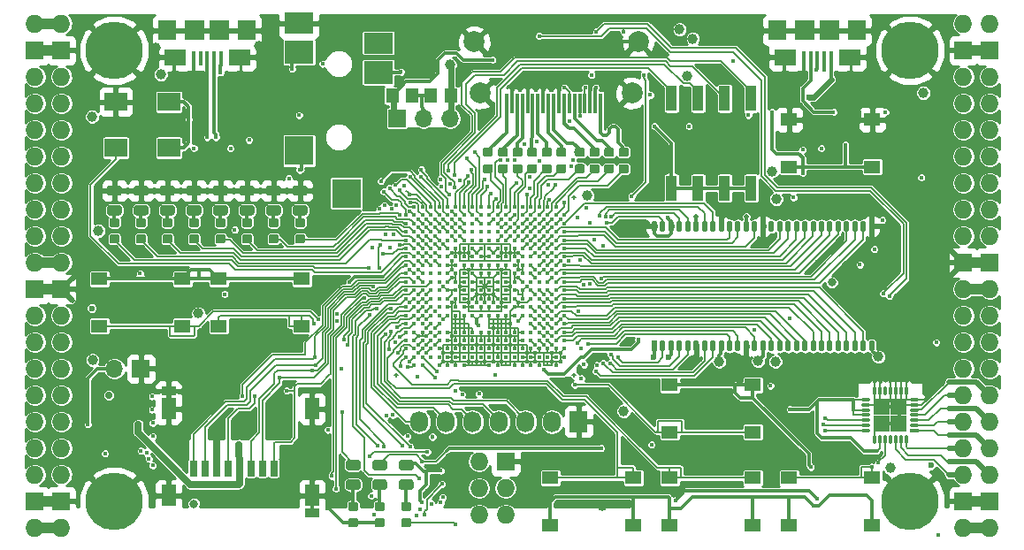
<source format=gtl>
G04 #@! TF.GenerationSoftware,KiCad,Pcbnew,5.0.0+dfsg1-2*
G04 #@! TF.CreationDate,2018-09-16T19:57:24+02:00*
G04 #@! TF.ProjectId,ulx3s,756C7833732E6B696361645F70636200,rev?*
G04 #@! TF.SameCoordinates,Original*
G04 #@! TF.FileFunction,Copper,L1,Top,Signal*
G04 #@! TF.FilePolarity,Positive*
%FSLAX46Y46*%
G04 Gerber Fmt 4.6, Leading zero omitted, Abs format (unit mm)*
G04 Created by KiCad (PCBNEW 5.0.0+dfsg1-2) date Sun Sep 16 19:57:24 2018*
%MOMM*%
%LPD*%
G01*
G04 APERTURE LIST*
G04 #@! TA.AperFunction,BGAPad,CuDef*
%ADD10C,0.400000*%
G04 #@! TD*
G04 #@! TA.AperFunction,SMDPad,CuDef*
%ADD11O,0.127000X0.508000*%
G04 #@! TD*
G04 #@! TA.AperFunction,SMDPad,CuDef*
%ADD12O,0.508000X0.127000*%
G04 #@! TD*
G04 #@! TA.AperFunction,SMDPad,CuDef*
%ADD13R,1.625000X1.625000*%
G04 #@! TD*
G04 #@! TA.AperFunction,SMDPad,CuDef*
%ADD14O,0.300000X0.950000*%
G04 #@! TD*
G04 #@! TA.AperFunction,SMDPad,CuDef*
%ADD15O,0.950000X0.300000*%
G04 #@! TD*
G04 #@! TA.AperFunction,SMDPad,CuDef*
%ADD16R,0.950000X0.300000*%
G04 #@! TD*
G04 #@! TA.AperFunction,Conductor*
%ADD17C,0.100000*%
G04 #@! TD*
G04 #@! TA.AperFunction,SMDPad,CuDef*
%ADD18C,0.875000*%
G04 #@! TD*
G04 #@! TA.AperFunction,SMDPad,CuDef*
%ADD19C,0.975000*%
G04 #@! TD*
G04 #@! TA.AperFunction,SMDPad,CuDef*
%ADD20O,0.560000X1.100000*%
G04 #@! TD*
G04 #@! TA.AperFunction,SMDPad,CuDef*
%ADD21R,0.560000X1.100000*%
G04 #@! TD*
G04 #@! TA.AperFunction,SMDPad,CuDef*
%ADD22R,1.120000X2.440000*%
G04 #@! TD*
G04 #@! TA.AperFunction,SMDPad,CuDef*
%ADD23R,1.800000X1.900000*%
G04 #@! TD*
G04 #@! TA.AperFunction,SMDPad,CuDef*
%ADD24R,0.400000X1.350000*%
G04 #@! TD*
G04 #@! TA.AperFunction,SMDPad,CuDef*
%ADD25R,1.900000X1.900000*%
G04 #@! TD*
G04 #@! TA.AperFunction,SMDPad,CuDef*
%ADD26R,2.100000X1.600000*%
G04 #@! TD*
G04 #@! TA.AperFunction,SMDPad,CuDef*
%ADD27R,2.800000X2.000000*%
G04 #@! TD*
G04 #@! TA.AperFunction,SMDPad,CuDef*
%ADD28R,2.800000X2.200000*%
G04 #@! TD*
G04 #@! TA.AperFunction,SMDPad,CuDef*
%ADD29R,2.800000X2.800000*%
G04 #@! TD*
G04 #@! TA.AperFunction,SMDPad,CuDef*
%ADD30R,0.300000X1.900000*%
G04 #@! TD*
G04 #@! TA.AperFunction,ComponentPad*
%ADD31C,2.000000*%
G04 #@! TD*
G04 #@! TA.AperFunction,SMDPad,CuDef*
%ADD32R,0.700000X1.500000*%
G04 #@! TD*
G04 #@! TA.AperFunction,SMDPad,CuDef*
%ADD33R,1.450000X0.900000*%
G04 #@! TD*
G04 #@! TA.AperFunction,SMDPad,CuDef*
%ADD34R,1.450000X2.000000*%
G04 #@! TD*
G04 #@! TA.AperFunction,SMDPad,CuDef*
%ADD35R,2.200000X1.800000*%
G04 #@! TD*
G04 #@! TA.AperFunction,ComponentPad*
%ADD36R,1.727200X2.032000*%
G04 #@! TD*
G04 #@! TA.AperFunction,ComponentPad*
%ADD37O,1.727200X2.032000*%
G04 #@! TD*
G04 #@! TA.AperFunction,ComponentPad*
%ADD38O,1.727200X1.727200*%
G04 #@! TD*
G04 #@! TA.AperFunction,ComponentPad*
%ADD39R,1.727200X1.727200*%
G04 #@! TD*
G04 #@! TA.AperFunction,ComponentPad*
%ADD40C,5.500000*%
G04 #@! TD*
G04 #@! TA.AperFunction,ComponentPad*
%ADD41R,1.700000X1.700000*%
G04 #@! TD*
G04 #@! TA.AperFunction,ComponentPad*
%ADD42O,1.700000X1.700000*%
G04 #@! TD*
G04 #@! TA.AperFunction,SMDPad,CuDef*
%ADD43R,1.295000X1.400000*%
G04 #@! TD*
G04 #@! TA.AperFunction,SMDPad,CuDef*
%ADD44R,1.550000X1.300000*%
G04 #@! TD*
G04 #@! TA.AperFunction,ViaPad*
%ADD45C,2.000000*%
G04 #@! TD*
G04 #@! TA.AperFunction,ViaPad*
%ADD46C,0.419000*%
G04 #@! TD*
G04 #@! TA.AperFunction,ViaPad*
%ADD47C,1.000000*%
G04 #@! TD*
G04 #@! TA.AperFunction,ViaPad*
%ADD48C,0.600000*%
G04 #@! TD*
G04 #@! TA.AperFunction,ViaPad*
%ADD49C,0.800000*%
G04 #@! TD*
G04 #@! TA.AperFunction,ViaPad*
%ADD50C,0.500000*%
G04 #@! TD*
G04 #@! TA.AperFunction,ViaPad*
%ADD51C,0.700000*%
G04 #@! TD*
G04 #@! TA.AperFunction,ViaPad*
%ADD52C,0.454000*%
G04 #@! TD*
G04 #@! TA.AperFunction,Conductor*
%ADD53C,0.300000*%
G04 #@! TD*
G04 #@! TA.AperFunction,Conductor*
%ADD54C,0.127000*%
G04 #@! TD*
G04 #@! TA.AperFunction,Conductor*
%ADD55C,0.500000*%
G04 #@! TD*
G04 #@! TA.AperFunction,Conductor*
%ADD56C,1.000000*%
G04 #@! TD*
G04 #@! TA.AperFunction,Conductor*
%ADD57C,0.190000*%
G04 #@! TD*
G04 #@! TA.AperFunction,Conductor*
%ADD58C,0.700000*%
G04 #@! TD*
G04 #@! TA.AperFunction,Conductor*
%ADD59C,0.600000*%
G04 #@! TD*
G04 #@! TA.AperFunction,Conductor*
%ADD60C,0.800000*%
G04 #@! TD*
G04 #@! TA.AperFunction,Conductor*
%ADD61C,0.140000*%
G04 #@! TD*
G04 #@! TA.AperFunction,Conductor*
%ADD62C,0.254000*%
G04 #@! TD*
G04 APERTURE END LIST*
D10*
G04 #@! TO.P,U1,Y19*
G04 #@! TO.N,GND*
X145280000Y-95400000D03*
G04 #@! TO.P,U1,Y17*
X143680000Y-95400000D03*
G04 #@! TO.P,U1,Y16*
X142880000Y-95400000D03*
G04 #@! TO.P,U1,Y15*
X142080000Y-95400000D03*
G04 #@! TO.P,U1,Y14*
X141280000Y-95400000D03*
G04 #@! TO.P,U1,Y12*
X139680000Y-95400000D03*
G04 #@! TO.P,U1,Y11*
X138880000Y-95400000D03*
G04 #@! TO.P,U1,Y8*
X136480000Y-95400000D03*
G04 #@! TO.P,U1,Y7*
X135680000Y-95400000D03*
G04 #@! TO.P,U1,Y6*
X134880000Y-95400000D03*
G04 #@! TO.P,U1,Y5*
X134080000Y-95400000D03*
G04 #@! TO.P,U1,Y3*
G04 #@! TO.N,/flash/FPGA_DONE*
X132480000Y-95400000D03*
G04 #@! TO.P,U1,Y2*
G04 #@! TO.N,/flash/FLASH_nWP*
X131680000Y-95400000D03*
G04 #@! TO.P,U1,W20*
G04 #@! TO.N,GND*
X146080000Y-94600000D03*
G04 #@! TO.P,U1,W19*
X145280000Y-94600000D03*
G04 #@! TO.P,U1,W18*
G04 #@! TO.N,N/C*
X144480000Y-94600000D03*
G04 #@! TO.P,U1,W17*
X143680000Y-94600000D03*
G04 #@! TO.P,U1,W16*
G04 #@! TO.N,GND*
X142880000Y-94600000D03*
G04 #@! TO.P,U1,W15*
X142080000Y-94600000D03*
G04 #@! TO.P,U1,W14*
G04 #@! TO.N,N/C*
X141280000Y-94600000D03*
G04 #@! TO.P,U1,W13*
X140480000Y-94600000D03*
G04 #@! TO.P,U1,W12*
G04 #@! TO.N,GND*
X139680000Y-94600000D03*
G04 #@! TO.P,U1,W11*
G04 #@! TO.N,N/C*
X138880000Y-94600000D03*
G04 #@! TO.P,U1,W10*
X138080000Y-94600000D03*
G04 #@! TO.P,U1,W9*
X137280000Y-94600000D03*
G04 #@! TO.P,U1,W8*
X136480000Y-94600000D03*
G04 #@! TO.P,U1,W7*
G04 #@! TO.N,GND*
X135680000Y-94600000D03*
G04 #@! TO.P,U1,W6*
X134880000Y-94600000D03*
G04 #@! TO.P,U1,W5*
G04 #@! TO.N,N/C*
X134080000Y-94600000D03*
G04 #@! TO.P,U1,W4*
X133280000Y-94600000D03*
G04 #@! TO.P,U1,W3*
G04 #@! TO.N,/flash/FPGA_PROGRAMN*
X132480000Y-94600000D03*
G04 #@! TO.P,U1,W2*
G04 #@! TO.N,/flash/FLASH_MOSI*
X131680000Y-94600000D03*
G04 #@! TO.P,U1,W1*
G04 #@! TO.N,/flash/FLASH_nHOLD*
X130880000Y-94600000D03*
G04 #@! TO.P,U1,V20*
G04 #@! TO.N,GND*
X146080000Y-93800000D03*
G04 #@! TO.P,U1,V19*
X145280000Y-93800000D03*
G04 #@! TO.P,U1,V18*
X144480000Y-93800000D03*
G04 #@! TO.P,U1,V17*
X143680000Y-93800000D03*
G04 #@! TO.P,U1,V16*
X142880000Y-93800000D03*
G04 #@! TO.P,U1,V15*
X142080000Y-93800000D03*
G04 #@! TO.P,U1,V14*
X141280000Y-93800000D03*
G04 #@! TO.P,U1,V13*
X140480000Y-93800000D03*
G04 #@! TO.P,U1,V12*
X139680000Y-93800000D03*
G04 #@! TO.P,U1,V11*
X138880000Y-93800000D03*
G04 #@! TO.P,U1,V10*
X138080000Y-93800000D03*
G04 #@! TO.P,U1,V9*
X137280000Y-93800000D03*
G04 #@! TO.P,U1,V8*
X136480000Y-93800000D03*
G04 #@! TO.P,U1,V7*
X135680000Y-93800000D03*
G04 #@! TO.P,U1,V6*
X134880000Y-93800000D03*
G04 #@! TO.P,U1,V5*
X134080000Y-93800000D03*
G04 #@! TO.P,U1,V4*
G04 #@! TO.N,JTAG_TDO*
X133280000Y-93800000D03*
G04 #@! TO.P,U1,V3*
G04 #@! TO.N,/flash/FPGA_INITN*
X132480000Y-93800000D03*
G04 #@! TO.P,U1,V2*
G04 #@! TO.N,/flash/FLASH_MISO*
X131680000Y-93800000D03*
G04 #@! TO.P,U1,V1*
G04 #@! TO.N,BTN_D*
X130880000Y-93800000D03*
G04 #@! TO.P,U1,U20*
G04 #@! TO.N,SDRAM_D7*
X146080000Y-93000000D03*
G04 #@! TO.P,U1,U19*
G04 #@! TO.N,SDRAM_DQM0*
X145280000Y-93000000D03*
G04 #@! TO.P,U1,U18*
G04 #@! TO.N,GP14*
X144480000Y-93000000D03*
G04 #@! TO.P,U1,U17*
G04 #@! TO.N,GN14*
X143680000Y-93000000D03*
G04 #@! TO.P,U1,U16*
G04 #@! TO.N,ADC_MISO*
X142880000Y-93000000D03*
G04 #@! TO.P,U1,U15*
G04 #@! TO.N,GND*
X142080000Y-93000000D03*
G04 #@! TO.P,U1,U14*
X141280000Y-93000000D03*
G04 #@! TO.P,U1,U13*
X140480000Y-93000000D03*
G04 #@! TO.P,U1,U12*
X139680000Y-93000000D03*
G04 #@! TO.P,U1,U11*
X138880000Y-93000000D03*
G04 #@! TO.P,U1,U10*
X138080000Y-93000000D03*
G04 #@! TO.P,U1,U9*
X137280000Y-93000000D03*
G04 #@! TO.P,U1,U8*
X136480000Y-93000000D03*
G04 #@! TO.P,U1,U7*
X135680000Y-93000000D03*
G04 #@! TO.P,U1,U6*
X134880000Y-93000000D03*
G04 #@! TO.P,U1,U5*
G04 #@! TO.N,JTAG_TMS*
X134080000Y-93000000D03*
G04 #@! TO.P,U1,U4*
G04 #@! TO.N,GND*
X133280000Y-93000000D03*
G04 #@! TO.P,U1,U3*
G04 #@! TO.N,/flash/FLASH_SCK*
X132480000Y-93000000D03*
G04 #@! TO.P,U1,U2*
G04 #@! TO.N,+3V3*
X131680000Y-93000000D03*
G04 #@! TO.P,U1,U1*
G04 #@! TO.N,BTN_L*
X130880000Y-93000000D03*
G04 #@! TO.P,U1,T20*
G04 #@! TO.N,SDRAM_nWE*
X146080000Y-92200000D03*
G04 #@! TO.P,U1,T19*
G04 #@! TO.N,SDRAM_nCAS*
X145280000Y-92200000D03*
G04 #@! TO.P,U1,T18*
G04 #@! TO.N,SDRAM_D5*
X144480000Y-92200000D03*
G04 #@! TO.P,U1,T17*
G04 #@! TO.N,SDRAM_D6*
X143680000Y-92200000D03*
G04 #@! TO.P,U1,T16*
G04 #@! TO.N,N/C*
X142880000Y-92200000D03*
G04 #@! TO.P,U1,T15*
G04 #@! TO.N,GND*
X142080000Y-92200000D03*
G04 #@! TO.P,U1,T14*
X141280000Y-92200000D03*
G04 #@! TO.P,U1,T13*
X140480000Y-92200000D03*
G04 #@! TO.P,U1,T12*
X139680000Y-92200000D03*
G04 #@! TO.P,U1,T11*
X138880000Y-92200000D03*
G04 #@! TO.P,U1,T10*
X138080000Y-92200000D03*
G04 #@! TO.P,U1,T9*
X137280000Y-92200000D03*
G04 #@! TO.P,U1,T8*
X136480000Y-92200000D03*
G04 #@! TO.P,U1,T7*
X135680000Y-92200000D03*
G04 #@! TO.P,U1,T6*
X134880000Y-92200000D03*
G04 #@! TO.P,U1,T5*
G04 #@! TO.N,JTAG_TCK*
X134080000Y-92200000D03*
G04 #@! TO.P,U1,T4*
G04 #@! TO.N,+3V3*
X133280000Y-92200000D03*
G04 #@! TO.P,U1,T3*
X132480000Y-92200000D03*
G04 #@! TO.P,U1,T2*
X131680000Y-92200000D03*
G04 #@! TO.P,U1,T1*
G04 #@! TO.N,BTN_F2*
X130880000Y-92200000D03*
G04 #@! TO.P,U1,R20*
G04 #@! TO.N,SDRAM_nRAS*
X146080000Y-91400000D03*
G04 #@! TO.P,U1,R19*
G04 #@! TO.N,GND*
X145280000Y-91400000D03*
G04 #@! TO.P,U1,R18*
G04 #@! TO.N,BTN_U*
X144480000Y-91400000D03*
G04 #@! TO.P,U1,R17*
G04 #@! TO.N,ADC_CSn*
X143680000Y-91400000D03*
G04 #@! TO.P,U1,R16*
G04 #@! TO.N,ADC_MOSI*
X142880000Y-91400000D03*
G04 #@! TO.P,U1,R5*
G04 #@! TO.N,JTAG_TDI*
X134080000Y-91400000D03*
G04 #@! TO.P,U1,R4*
G04 #@! TO.N,GND*
X133280000Y-91400000D03*
G04 #@! TO.P,U1,R3*
G04 #@! TO.N,N/C*
X132480000Y-91400000D03*
G04 #@! TO.P,U1,R2*
G04 #@! TO.N,/flash/FLASH_nCS*
X131680000Y-91400000D03*
G04 #@! TO.P,U1,R1*
G04 #@! TO.N,BTN_F1*
X130880000Y-91400000D03*
G04 #@! TO.P,U1,P20*
G04 #@! TO.N,SDRAM_nCS*
X146080000Y-90600000D03*
G04 #@! TO.P,U1,P19*
G04 #@! TO.N,SDRAM_BA0*
X145280000Y-90600000D03*
G04 #@! TO.P,U1,P18*
G04 #@! TO.N,SDRAM_D4*
X144480000Y-90600000D03*
G04 #@! TO.P,U1,P17*
G04 #@! TO.N,ADC_SCLK*
X143680000Y-90600000D03*
G04 #@! TO.P,U1,P16*
G04 #@! TO.N,GN15*
X142880000Y-90600000D03*
G04 #@! TO.P,U1,P15*
G04 #@! TO.N,+2V5*
X142080000Y-90600000D03*
G04 #@! TO.P,U1,P14*
G04 #@! TO.N,GND*
X141280000Y-90600000D03*
G04 #@! TO.P,U1,P13*
X140480000Y-90600000D03*
G04 #@! TO.P,U1,P12*
X139680000Y-90600000D03*
G04 #@! TO.P,U1,P11*
X138880000Y-90600000D03*
G04 #@! TO.P,U1,P10*
G04 #@! TO.N,+3V3*
X138080000Y-90600000D03*
G04 #@! TO.P,U1,P9*
X137280000Y-90600000D03*
G04 #@! TO.P,U1,P8*
G04 #@! TO.N,GND*
X136480000Y-90600000D03*
G04 #@! TO.P,U1,P7*
X135680000Y-90600000D03*
G04 #@! TO.P,U1,P6*
G04 #@! TO.N,+2V5*
X134880000Y-90600000D03*
G04 #@! TO.P,U1,P5*
G04 #@! TO.N,N/C*
X134080000Y-90600000D03*
G04 #@! TO.P,U1,P4*
G04 #@! TO.N,OLED_CLK*
X133280000Y-90600000D03*
G04 #@! TO.P,U1,P3*
G04 #@! TO.N,OLED_MOSI*
X132480000Y-90600000D03*
G04 #@! TO.P,U1,P2*
G04 #@! TO.N,OLED_RES*
X131680000Y-90600000D03*
G04 #@! TO.P,U1,P1*
G04 #@! TO.N,OLED_DC*
X130880000Y-90600000D03*
G04 #@! TO.P,U1,N20*
G04 #@! TO.N,SDRAM_BA1*
X146080000Y-89800000D03*
G04 #@! TO.P,U1,N19*
G04 #@! TO.N,SDRAM_A10*
X145280000Y-89800000D03*
G04 #@! TO.P,U1,N18*
G04 #@! TO.N,SDRAM_D3*
X144480000Y-89800000D03*
G04 #@! TO.P,U1,N17*
G04 #@! TO.N,GP15*
X143680000Y-89800000D03*
G04 #@! TO.P,U1,N16*
G04 #@! TO.N,GP16*
X142880000Y-89800000D03*
G04 #@! TO.P,U1,N15*
G04 #@! TO.N,GND*
X142080000Y-89800000D03*
G04 #@! TO.P,U1,N14*
X141280000Y-89800000D03*
G04 #@! TO.P,U1,N13*
G04 #@! TO.N,+1V1*
X140480000Y-89800000D03*
G04 #@! TO.P,U1,N12*
X139680000Y-89800000D03*
G04 #@! TO.P,U1,N11*
X138880000Y-89800000D03*
G04 #@! TO.P,U1,N10*
X138080000Y-89800000D03*
G04 #@! TO.P,U1,N9*
X137280000Y-89800000D03*
G04 #@! TO.P,U1,N8*
X136480000Y-89800000D03*
G04 #@! TO.P,U1,N7*
G04 #@! TO.N,GND*
X135680000Y-89800000D03*
G04 #@! TO.P,U1,N6*
X134880000Y-89800000D03*
G04 #@! TO.P,U1,N5*
G04 #@! TO.N,N/C*
X134080000Y-89800000D03*
G04 #@! TO.P,U1,N4*
G04 #@! TO.N,WIFI_GPIO5*
X133280000Y-89800000D03*
G04 #@! TO.P,U1,N3*
G04 #@! TO.N,WIFI_GPIO17*
X132480000Y-89800000D03*
G04 #@! TO.P,U1,N2*
G04 #@! TO.N,OLED_CS*
X131680000Y-89800000D03*
G04 #@! TO.P,U1,N1*
G04 #@! TO.N,FTDI_nDTR*
X130880000Y-89800000D03*
G04 #@! TO.P,U1,M20*
G04 #@! TO.N,SDRAM_A0*
X146080000Y-89000000D03*
G04 #@! TO.P,U1,M19*
G04 #@! TO.N,SDRAM_A1*
X145280000Y-89000000D03*
G04 #@! TO.P,U1,M18*
G04 #@! TO.N,SDRAM_D2*
X144480000Y-89000000D03*
G04 #@! TO.P,U1,M17*
G04 #@! TO.N,GN16*
X143680000Y-89000000D03*
G04 #@! TO.P,U1,M16*
G04 #@! TO.N,GND*
X142880000Y-89000000D03*
G04 #@! TO.P,U1,M15*
G04 #@! TO.N,+3V3*
X142080000Y-89000000D03*
G04 #@! TO.P,U1,M14*
G04 #@! TO.N,GND*
X141280000Y-89000000D03*
G04 #@! TO.P,U1,M13*
G04 #@! TO.N,+1V1*
X140480000Y-89000000D03*
G04 #@! TO.P,U1,M12*
G04 #@! TO.N,GND*
X139680000Y-89000000D03*
G04 #@! TO.P,U1,M11*
X138880000Y-89000000D03*
G04 #@! TO.P,U1,M10*
X138080000Y-89000000D03*
G04 #@! TO.P,U1,M9*
X137280000Y-89000000D03*
G04 #@! TO.P,U1,M8*
G04 #@! TO.N,+1V1*
X136480000Y-89000000D03*
G04 #@! TO.P,U1,M7*
G04 #@! TO.N,GND*
X135680000Y-89000000D03*
G04 #@! TO.P,U1,M6*
G04 #@! TO.N,+3V3*
X134880000Y-89000000D03*
G04 #@! TO.P,U1,M5*
G04 #@! TO.N,N/C*
X134080000Y-89000000D03*
G04 #@! TO.P,U1,M4*
G04 #@! TO.N,USER_PROGRAMN*
X133280000Y-89000000D03*
G04 #@! TO.P,U1,M3*
G04 #@! TO.N,FTDI_nRTS*
X132480000Y-89000000D03*
G04 #@! TO.P,U1,M2*
G04 #@! TO.N,GND*
X131680000Y-89000000D03*
G04 #@! TO.P,U1,M1*
G04 #@! TO.N,FTDI_TXD*
X130880000Y-89000000D03*
G04 #@! TO.P,U1,L20*
G04 #@! TO.N,SDRAM_A2*
X146080000Y-88200000D03*
G04 #@! TO.P,U1,L19*
G04 #@! TO.N,SDRAM_A3*
X145280000Y-88200000D03*
G04 #@! TO.P,U1,L18*
G04 #@! TO.N,SDRAM_D1*
X144480000Y-88200000D03*
G04 #@! TO.P,U1,L17*
G04 #@! TO.N,GN17*
X143680000Y-88200000D03*
G04 #@! TO.P,U1,L16*
G04 #@! TO.N,GP17*
X142880000Y-88200000D03*
G04 #@! TO.P,U1,L15*
G04 #@! TO.N,+3V3*
X142080000Y-88200000D03*
G04 #@! TO.P,U1,L14*
X141280000Y-88200000D03*
G04 #@! TO.P,U1,L13*
G04 #@! TO.N,+1V1*
X140480000Y-88200000D03*
G04 #@! TO.P,U1,L12*
G04 #@! TO.N,GND*
X139680000Y-88200000D03*
G04 #@! TO.P,U1,L11*
X138880000Y-88200000D03*
G04 #@! TO.P,U1,L10*
X138080000Y-88200000D03*
G04 #@! TO.P,U1,L9*
X137280000Y-88200000D03*
G04 #@! TO.P,U1,L8*
G04 #@! TO.N,+1V1*
X136480000Y-88200000D03*
G04 #@! TO.P,U1,L7*
G04 #@! TO.N,+3V3*
X135680000Y-88200000D03*
G04 #@! TO.P,U1,L6*
X134880000Y-88200000D03*
G04 #@! TO.P,U1,L5*
G04 #@! TO.N,N/C*
X134080000Y-88200000D03*
G04 #@! TO.P,U1,L4*
G04 #@! TO.N,FTDI_RXD*
X133280000Y-88200000D03*
G04 #@! TO.P,U1,L3*
G04 #@! TO.N,FTDI_TXDEN*
X132480000Y-88200000D03*
G04 #@! TO.P,U1,L2*
G04 #@! TO.N,WIFI_GPIO0*
X131680000Y-88200000D03*
G04 #@! TO.P,U1,L1*
G04 #@! TO.N,WIFI_GPIO16*
X130880000Y-88200000D03*
G04 #@! TO.P,U1,K20*
G04 #@! TO.N,SDRAM_A4*
X146080000Y-87400000D03*
G04 #@! TO.P,U1,K19*
G04 #@! TO.N,SDRAM_A5*
X145280000Y-87400000D03*
G04 #@! TO.P,U1,K18*
G04 #@! TO.N,SDRAM_A6*
X144480000Y-87400000D03*
G04 #@! TO.P,U1,K17*
G04 #@! TO.N,N/C*
X143680000Y-87400000D03*
G04 #@! TO.P,U1,K16*
X142880000Y-87400000D03*
G04 #@! TO.P,U1,K15*
G04 #@! TO.N,GND*
X142080000Y-87400000D03*
G04 #@! TO.P,U1,K14*
X141280000Y-87400000D03*
G04 #@! TO.P,U1,K13*
G04 #@! TO.N,+1V1*
X140480000Y-87400000D03*
G04 #@! TO.P,U1,K12*
G04 #@! TO.N,GND*
X139680000Y-87400000D03*
G04 #@! TO.P,U1,K11*
X138880000Y-87400000D03*
G04 #@! TO.P,U1,K10*
X138080000Y-87400000D03*
G04 #@! TO.P,U1,K9*
X137280000Y-87400000D03*
G04 #@! TO.P,U1,K8*
G04 #@! TO.N,+1V1*
X136480000Y-87400000D03*
G04 #@! TO.P,U1,K7*
G04 #@! TO.N,GND*
X135680000Y-87400000D03*
G04 #@! TO.P,U1,K6*
X134880000Y-87400000D03*
G04 #@! TO.P,U1,K5*
G04 #@! TO.N,N/C*
X134080000Y-87400000D03*
G04 #@! TO.P,U1,K4*
G04 #@! TO.N,WIFI_TXD*
X133280000Y-87400000D03*
G04 #@! TO.P,U1,K3*
G04 #@! TO.N,WIFI_RXD*
X132480000Y-87400000D03*
G04 #@! TO.P,U1,K2*
G04 #@! TO.N,SD_D3*
X131680000Y-87400000D03*
G04 #@! TO.P,U1,K1*
G04 #@! TO.N,SD_D2*
X130880000Y-87400000D03*
G04 #@! TO.P,U1,J20*
G04 #@! TO.N,SDRAM_A7*
X146080000Y-86600000D03*
G04 #@! TO.P,U1,J19*
G04 #@! TO.N,SDRAM_A8*
X145280000Y-86600000D03*
G04 #@! TO.P,U1,J18*
G04 #@! TO.N,SDRAM_D14*
X144480000Y-86600000D03*
G04 #@! TO.P,U1,J17*
G04 #@! TO.N,SDRAM_D15*
X143680000Y-86600000D03*
G04 #@! TO.P,U1,J16*
G04 #@! TO.N,SDRAM_D0*
X142880000Y-86600000D03*
G04 #@! TO.P,U1,J15*
G04 #@! TO.N,+3V3*
X142080000Y-86600000D03*
G04 #@! TO.P,U1,J14*
G04 #@! TO.N,GND*
X141280000Y-86600000D03*
G04 #@! TO.P,U1,J13*
G04 #@! TO.N,+1V1*
X140480000Y-86600000D03*
G04 #@! TO.P,U1,J12*
G04 #@! TO.N,GND*
X139680000Y-86600000D03*
G04 #@! TO.P,U1,J11*
X138880000Y-86600000D03*
G04 #@! TO.P,U1,J10*
X138080000Y-86600000D03*
G04 #@! TO.P,U1,J9*
X137280000Y-86600000D03*
G04 #@! TO.P,U1,J8*
G04 #@! TO.N,+1V1*
X136480000Y-86600000D03*
G04 #@! TO.P,U1,J7*
G04 #@! TO.N,GND*
X135680000Y-86600000D03*
G04 #@! TO.P,U1,J6*
G04 #@! TO.N,2V5_3V3*
X134880000Y-86600000D03*
G04 #@! TO.P,U1,J5*
G04 #@! TO.N,N/C*
X134080000Y-86600000D03*
G04 #@! TO.P,U1,J4*
X133280000Y-86600000D03*
G04 #@! TO.P,U1,J3*
G04 #@! TO.N,SD_D0*
X132480000Y-86600000D03*
G04 #@! TO.P,U1,J2*
G04 #@! TO.N,GND*
X131680000Y-86600000D03*
G04 #@! TO.P,U1,J1*
G04 #@! TO.N,SD_CMD*
X130880000Y-86600000D03*
G04 #@! TO.P,U1,H20*
G04 #@! TO.N,SDRAM_A9*
X146080000Y-85800000D03*
G04 #@! TO.P,U1,H19*
G04 #@! TO.N,GND*
X145280000Y-85800000D03*
G04 #@! TO.P,U1,H18*
G04 #@! TO.N,GP18*
X144480000Y-85800000D03*
G04 #@! TO.P,U1,H17*
G04 #@! TO.N,GN18*
X143680000Y-85800000D03*
G04 #@! TO.P,U1,H16*
G04 #@! TO.N,BTN_R*
X142880000Y-85800000D03*
G04 #@! TO.P,U1,H15*
G04 #@! TO.N,+3V3*
X142080000Y-85800000D03*
G04 #@! TO.P,U1,H14*
X141280000Y-85800000D03*
G04 #@! TO.P,U1,H13*
G04 #@! TO.N,+1V1*
X140480000Y-85800000D03*
G04 #@! TO.P,U1,H12*
X139680000Y-85800000D03*
G04 #@! TO.P,U1,H11*
X138880000Y-85800000D03*
G04 #@! TO.P,U1,H10*
X138080000Y-85800000D03*
G04 #@! TO.P,U1,H9*
X137280000Y-85800000D03*
G04 #@! TO.P,U1,H8*
X136480000Y-85800000D03*
G04 #@! TO.P,U1,H7*
G04 #@! TO.N,2V5_3V3*
X135680000Y-85800000D03*
G04 #@! TO.P,U1,H6*
X134880000Y-85800000D03*
G04 #@! TO.P,U1,H5*
G04 #@! TO.N,AUDIO_V0*
X134080000Y-85800000D03*
G04 #@! TO.P,U1,H4*
G04 #@! TO.N,GP13*
X133280000Y-85800000D03*
G04 #@! TO.P,U1,H3*
G04 #@! TO.N,LED7*
X132480000Y-85800000D03*
G04 #@! TO.P,U1,H2*
G04 #@! TO.N,SD_CLK*
X131680000Y-85800000D03*
G04 #@! TO.P,U1,H1*
G04 #@! TO.N,SD_D1*
X130880000Y-85800000D03*
G04 #@! TO.P,U1,G20*
G04 #@! TO.N,SDRAM_A11*
X146080000Y-85000000D03*
G04 #@! TO.P,U1,G19*
G04 #@! TO.N,SDRAM_A12*
X145280000Y-85000000D03*
G04 #@! TO.P,U1,G18*
G04 #@! TO.N,GN19*
X144480000Y-85000000D03*
G04 #@! TO.P,U1,G17*
G04 #@! TO.N,GND*
X143680000Y-85000000D03*
G04 #@! TO.P,U1,G16*
G04 #@! TO.N,SHUTDOWN*
X142880000Y-85000000D03*
G04 #@! TO.P,U1,G15*
G04 #@! TO.N,GND*
X142080000Y-85000000D03*
G04 #@! TO.P,U1,G14*
X141280000Y-85000000D03*
G04 #@! TO.P,U1,G13*
X140480000Y-85000000D03*
G04 #@! TO.P,U1,G12*
X139680000Y-85000000D03*
G04 #@! TO.P,U1,G11*
X138880000Y-85000000D03*
G04 #@! TO.P,U1,G10*
X138080000Y-85000000D03*
G04 #@! TO.P,U1,G9*
X137280000Y-85000000D03*
G04 #@! TO.P,U1,G8*
X136480000Y-85000000D03*
G04 #@! TO.P,U1,G7*
X135680000Y-85000000D03*
G04 #@! TO.P,U1,G6*
X134880000Y-85000000D03*
G04 #@! TO.P,U1,G5*
G04 #@! TO.N,GN13*
X134080000Y-85000000D03*
G04 #@! TO.P,U1,G4*
G04 #@! TO.N,GND*
X133280000Y-85000000D03*
G04 #@! TO.P,U1,G3*
G04 #@! TO.N,GP12*
X132480000Y-85000000D03*
G04 #@! TO.P,U1,G2*
G04 #@! TO.N,CLK_25MHz*
X131680000Y-85000000D03*
G04 #@! TO.P,U1,G1*
G04 #@! TO.N,/usb/ANT_433MHz*
X130880000Y-85000000D03*
G04 #@! TO.P,U1,F20*
G04 #@! TO.N,SDRAM_CKE*
X146080000Y-84200000D03*
G04 #@! TO.P,U1,F19*
G04 #@! TO.N,SDRAM_CLK*
X145280000Y-84200000D03*
G04 #@! TO.P,U1,F18*
G04 #@! TO.N,SDRAM_D13*
X144480000Y-84200000D03*
G04 #@! TO.P,U1,F17*
G04 #@! TO.N,GP19*
X143680000Y-84200000D03*
G04 #@! TO.P,U1,F16*
G04 #@! TO.N,USB_FPGA_D-*
X142880000Y-84200000D03*
G04 #@! TO.P,U1,F15*
G04 #@! TO.N,+2V5*
X142080000Y-84200000D03*
G04 #@! TO.P,U1,F14*
G04 #@! TO.N,GND*
X141280000Y-84200000D03*
G04 #@! TO.P,U1,F13*
X140480000Y-84200000D03*
G04 #@! TO.P,U1,F12*
G04 #@! TO.N,+3V3*
X139680000Y-84200000D03*
G04 #@! TO.P,U1,F11*
X138880000Y-84200000D03*
G04 #@! TO.P,U1,F10*
G04 #@! TO.N,2V5_3V3*
X138080000Y-84200000D03*
G04 #@! TO.P,U1,F9*
X137280000Y-84200000D03*
G04 #@! TO.P,U1,F8*
G04 #@! TO.N,GND*
X136480000Y-84200000D03*
G04 #@! TO.P,U1,F7*
X135680000Y-84200000D03*
G04 #@! TO.P,U1,F6*
G04 #@! TO.N,+2V5*
X134880000Y-84200000D03*
G04 #@! TO.P,U1,F5*
G04 #@! TO.N,AUDIO_V2*
X134080000Y-84200000D03*
G04 #@! TO.P,U1,F4*
G04 #@! TO.N,GP11*
X133280000Y-84200000D03*
G04 #@! TO.P,U1,F3*
G04 #@! TO.N,GN12*
X132480000Y-84200000D03*
G04 #@! TO.P,U1,F2*
G04 #@! TO.N,AUDIO_V1*
X131680000Y-84200000D03*
G04 #@! TO.P,U1,F1*
G04 #@! TO.N,WIFI_EN*
X130880000Y-84200000D03*
G04 #@! TO.P,U1,E20*
G04 #@! TO.N,SDRAM_DQM1*
X146080000Y-83400000D03*
G04 #@! TO.P,U1,E19*
G04 #@! TO.N,SDRAM_D8*
X145280000Y-83400000D03*
G04 #@! TO.P,U1,E18*
G04 #@! TO.N,SDRAM_D12*
X144480000Y-83400000D03*
G04 #@! TO.P,U1,E17*
G04 #@! TO.N,GN20*
X143680000Y-83400000D03*
G04 #@! TO.P,U1,E16*
G04 #@! TO.N,USB_FPGA_D+*
X142880000Y-83400000D03*
G04 #@! TO.P,U1,E15*
G04 #@! TO.N,USB_FPGA_D-*
X142080000Y-83400000D03*
G04 #@! TO.P,U1,E14*
G04 #@! TO.N,GN25*
X141280000Y-83400000D03*
G04 #@! TO.P,U1,E13*
G04 #@! TO.N,GN27*
X140480000Y-83400000D03*
G04 #@! TO.P,U1,E12*
G04 #@! TO.N,FPDI_SCL*
X139680000Y-83400000D03*
G04 #@! TO.P,U1,E11*
G04 #@! TO.N,N/C*
X138880000Y-83400000D03*
G04 #@! TO.P,U1,E10*
X138080000Y-83400000D03*
G04 #@! TO.P,U1,E9*
X137280000Y-83400000D03*
G04 #@! TO.P,U1,E8*
G04 #@! TO.N,SW1*
X136480000Y-83400000D03*
G04 #@! TO.P,U1,E7*
G04 #@! TO.N,SW4*
X135680000Y-83400000D03*
G04 #@! TO.P,U1,E6*
G04 #@! TO.N,N/C*
X134880000Y-83400000D03*
G04 #@! TO.P,U1,E5*
G04 #@! TO.N,AUDIO_V3*
X134080000Y-83400000D03*
G04 #@! TO.P,U1,E4*
G04 #@! TO.N,AUDIO_L0*
X133280000Y-83400000D03*
G04 #@! TO.P,U1,E3*
G04 #@! TO.N,GN11*
X132480000Y-83400000D03*
G04 #@! TO.P,U1,E2*
G04 #@! TO.N,LED5*
X131680000Y-83400000D03*
G04 #@! TO.P,U1,E1*
G04 #@! TO.N,LED6*
X130880000Y-83400000D03*
G04 #@! TO.P,U1,D20*
G04 #@! TO.N,SDRAM_D9*
X146080000Y-82600000D03*
G04 #@! TO.P,U1,D19*
G04 #@! TO.N,SDRAM_D10*
X145280000Y-82600000D03*
G04 #@! TO.P,U1,D18*
G04 #@! TO.N,GP20*
X144480000Y-82600000D03*
G04 #@! TO.P,U1,D17*
G04 #@! TO.N,GN21*
X143680000Y-82600000D03*
G04 #@! TO.P,U1,D16*
G04 #@! TO.N,GN24*
X142880000Y-82600000D03*
G04 #@! TO.P,U1,D15*
G04 #@! TO.N,USB_FPGA_D+*
X142080000Y-82600000D03*
G04 #@! TO.P,U1,D14*
G04 #@! TO.N,GP25*
X141280000Y-82600000D03*
G04 #@! TO.P,U1,D13*
G04 #@! TO.N,GP27*
X140480000Y-82600000D03*
G04 #@! TO.P,U1,D12*
G04 #@! TO.N,N/C*
X139680000Y-82600000D03*
G04 #@! TO.P,U1,D11*
X138880000Y-82600000D03*
G04 #@! TO.P,U1,D10*
X138080000Y-82600000D03*
G04 #@! TO.P,U1,D9*
X137280000Y-82600000D03*
G04 #@! TO.P,U1,D8*
G04 #@! TO.N,SW2*
X136480000Y-82600000D03*
G04 #@! TO.P,U1,D7*
G04 #@! TO.N,SW3*
X135680000Y-82600000D03*
G04 #@! TO.P,U1,D6*
G04 #@! TO.N,BTN_PWRn*
X134880000Y-82600000D03*
G04 #@! TO.P,U1,D5*
G04 #@! TO.N,AUDIO_R2*
X134080000Y-82600000D03*
G04 #@! TO.P,U1,D4*
G04 #@! TO.N,GND*
X133280000Y-82600000D03*
G04 #@! TO.P,U1,D3*
G04 #@! TO.N,AUDIO_L1*
X132480000Y-82600000D03*
G04 #@! TO.P,U1,D2*
G04 #@! TO.N,LED3*
X131680000Y-82600000D03*
G04 #@! TO.P,U1,D1*
G04 #@! TO.N,LED4*
X130880000Y-82600000D03*
G04 #@! TO.P,U1,C20*
G04 #@! TO.N,SDRAM_D11*
X146080000Y-81800000D03*
G04 #@! TO.P,U1,C19*
G04 #@! TO.N,GND*
X145280000Y-81800000D03*
G04 #@! TO.P,U1,C18*
G04 #@! TO.N,GP21*
X144480000Y-81800000D03*
G04 #@! TO.P,U1,C17*
G04 #@! TO.N,GN23*
X143680000Y-81800000D03*
G04 #@! TO.P,U1,C16*
G04 #@! TO.N,GP24*
X142880000Y-81800000D03*
G04 #@! TO.P,U1,C15*
G04 #@! TO.N,GN22*
X142080000Y-81800000D03*
G04 #@! TO.P,U1,C14*
G04 #@! TO.N,FPDI_D1-*
X141280000Y-81800000D03*
G04 #@! TO.P,U1,C13*
G04 #@! TO.N,GN26*
X140480000Y-81800000D03*
G04 #@! TO.P,U1,C12*
G04 #@! TO.N,USB_FPGA_PULL_D-*
X139680000Y-81800000D03*
G04 #@! TO.P,U1,C11*
G04 #@! TO.N,GN0*
X138880000Y-81800000D03*
G04 #@! TO.P,U1,C10*
G04 #@! TO.N,GN3*
X138080000Y-81800000D03*
G04 #@! TO.P,U1,C9*
G04 #@! TO.N,N/C*
X137280000Y-81800000D03*
G04 #@! TO.P,U1,C8*
G04 #@! TO.N,GP5*
X136480000Y-81800000D03*
G04 #@! TO.P,U1,C7*
G04 #@! TO.N,GN6*
X135680000Y-81800000D03*
G04 #@! TO.P,U1,C6*
G04 #@! TO.N,GP6*
X134880000Y-81800000D03*
G04 #@! TO.P,U1,C5*
G04 #@! TO.N,AUDIO_R3*
X134080000Y-81800000D03*
G04 #@! TO.P,U1,C4*
G04 #@! TO.N,GP10*
X133280000Y-81800000D03*
G04 #@! TO.P,U1,C3*
G04 #@! TO.N,AUDIO_L2*
X132480000Y-81800000D03*
G04 #@! TO.P,U1,C2*
G04 #@! TO.N,LED1*
X131680000Y-81800000D03*
G04 #@! TO.P,U1,C1*
G04 #@! TO.N,LED2*
X130880000Y-81800000D03*
G04 #@! TO.P,U1,B20*
G04 #@! TO.N,FPDI_ETH-*
X146080000Y-81000000D03*
G04 #@! TO.P,U1,B19*
G04 #@! TO.N,FPDI_SDA*
X145280000Y-81000000D03*
G04 #@! TO.P,U1,B18*
G04 #@! TO.N,FPDI_CLK-*
X144480000Y-81000000D03*
G04 #@! TO.P,U1,B17*
G04 #@! TO.N,GP23*
X143680000Y-81000000D03*
G04 #@! TO.P,U1,B16*
G04 #@! TO.N,FPDI_D0-*
X142880000Y-81000000D03*
G04 #@! TO.P,U1,B15*
G04 #@! TO.N,GP22*
X142080000Y-81000000D03*
G04 #@! TO.P,U1,B14*
G04 #@! TO.N,GND*
X141280000Y-81000000D03*
G04 #@! TO.P,U1,B13*
G04 #@! TO.N,GP26*
X140480000Y-81000000D03*
G04 #@! TO.P,U1,B12*
G04 #@! TO.N,USB_FPGA_PULL_D+*
X139680000Y-81000000D03*
G04 #@! TO.P,U1,B11*
G04 #@! TO.N,GP0*
X138880000Y-81000000D03*
G04 #@! TO.P,U1,B10*
G04 #@! TO.N,GN2*
X138080000Y-81000000D03*
G04 #@! TO.P,U1,B9*
G04 #@! TO.N,GP3*
X137280000Y-81000000D03*
G04 #@! TO.P,U1,B8*
G04 #@! TO.N,GN5*
X136480000Y-81000000D03*
G04 #@! TO.P,U1,B7*
G04 #@! TO.N,GND*
X135680000Y-81000000D03*
G04 #@! TO.P,U1,B6*
G04 #@! TO.N,GN7*
X134880000Y-81000000D03*
G04 #@! TO.P,U1,B5*
G04 #@! TO.N,AUDIO_R1*
X134080000Y-81000000D03*
G04 #@! TO.P,U1,B4*
G04 #@! TO.N,GN10*
X133280000Y-81000000D03*
G04 #@! TO.P,U1,B3*
G04 #@! TO.N,AUDIO_L3*
X132480000Y-81000000D03*
G04 #@! TO.P,U1,B2*
G04 #@! TO.N,LED0*
X131680000Y-81000000D03*
G04 #@! TO.P,U1,B1*
G04 #@! TO.N,GN9*
X130880000Y-81000000D03*
G04 #@! TO.P,U1,A19*
G04 #@! TO.N,FPDI_ETH+*
X145280000Y-80200000D03*
G04 #@! TO.P,U1,A18*
G04 #@! TO.N,/gpdi/FPDI_CEC*
X144480000Y-80200000D03*
G04 #@! TO.P,U1,A17*
G04 #@! TO.N,FPDI_CLK+*
X143680000Y-80200000D03*
G04 #@! TO.P,U1,A16*
G04 #@! TO.N,FPDI_D0+*
X142880000Y-80200000D03*
G04 #@! TO.P,U1,A15*
G04 #@! TO.N,N/C*
X142080000Y-80200000D03*
G04 #@! TO.P,U1,A14*
G04 #@! TO.N,FPDI_D1+*
X141280000Y-80200000D03*
G04 #@! TO.P,U1,A13*
G04 #@! TO.N,FPDI_D2-*
X140480000Y-80200000D03*
G04 #@! TO.P,U1,A12*
G04 #@! TO.N,FPDI_D2+*
X139680000Y-80200000D03*
G04 #@! TO.P,U1,A11*
G04 #@! TO.N,GN1*
X138880000Y-80200000D03*
G04 #@! TO.P,U1,A10*
G04 #@! TO.N,GP1*
X138080000Y-80200000D03*
G04 #@! TO.P,U1,A9*
G04 #@! TO.N,GP2*
X137280000Y-80200000D03*
G04 #@! TO.P,U1,A8*
G04 #@! TO.N,GN4*
X136480000Y-80200000D03*
G04 #@! TO.P,U1,A7*
G04 #@! TO.N,GP4*
X135680000Y-80200000D03*
G04 #@! TO.P,U1,A6*
G04 #@! TO.N,GP7*
X134880000Y-80200000D03*
G04 #@! TO.P,U1,A5*
G04 #@! TO.N,GN8*
X134080000Y-80200000D03*
G04 #@! TO.P,U1,A4*
G04 #@! TO.N,GP8*
X133280000Y-80200000D03*
G04 #@! TO.P,U1,A3*
G04 #@! TO.N,AUDIO_R0*
X132480000Y-80200000D03*
G04 #@! TO.P,U1,A2*
G04 #@! TO.N,GP9*
X131680000Y-80200000D03*
D11*
G04 #@! TO.P,U1,X*
G04 #@! TO.N,N/C*
X146980000Y-79300000D03*
D12*
X146980000Y-79300000D03*
D11*
X129980000Y-96300000D03*
D12*
X129980000Y-96300000D03*
X146980000Y-96300000D03*
D11*
X146980000Y-96300000D03*
G04 #@! TD*
D13*
G04 #@! TO.P,U8,29*
G04 #@! TO.N,GND*
X178097500Y-100967500D03*
X178097500Y-99342500D03*
X176472500Y-100967500D03*
X176472500Y-99342500D03*
D14*
G04 #@! TO.P,U8,28*
G04 #@! TO.N,GN15*
X178785000Y-102495000D03*
G04 #@! TO.P,U8,27*
G04 #@! TO.N,GP14*
X178285000Y-102495000D03*
G04 #@! TO.P,U8,26*
G04 #@! TO.N,GN14*
X177785000Y-102495000D03*
G04 #@! TO.P,U8,25*
G04 #@! TO.N,N/C*
X177285000Y-102495000D03*
G04 #@! TO.P,U8,24*
G04 #@! TO.N,ADC_MISO*
X176785000Y-102495000D03*
G04 #@! TO.P,U8,23*
G04 #@! TO.N,/analog/ADC3V3*
X176285000Y-102495000D03*
G04 #@! TO.P,U8,22*
G04 #@! TO.N,GND*
X175785000Y-102495000D03*
D15*
G04 #@! TO.P,U8,21*
G04 #@! TO.N,ADC_MOSI*
X174945000Y-101655000D03*
G04 #@! TO.P,U8,20*
G04 #@! TO.N,ADC_CSn*
X174945000Y-101155000D03*
G04 #@! TO.P,U8,19*
G04 #@! TO.N,ADC_SCLK*
X174945000Y-100655000D03*
G04 #@! TO.P,U8,18*
G04 #@! TO.N,/analog/ADC3V3*
X174945000Y-100155000D03*
G04 #@! TO.P,U8,17*
X174945000Y-99655000D03*
G04 #@! TO.P,U8,16*
G04 #@! TO.N,GND*
X174945000Y-99155000D03*
G04 #@! TO.P,U8,15*
G04 #@! TO.N,/analog/ADC3V3*
X174945000Y-98655000D03*
D14*
G04 #@! TO.P,U8,14*
G04 #@! TO.N,GND*
X175785000Y-97815000D03*
G04 #@! TO.P,U8,13*
X176285000Y-97815000D03*
G04 #@! TO.P,U8,12*
G04 #@! TO.N,N/C*
X176785000Y-97815000D03*
G04 #@! TO.P,U8,11*
G04 #@! TO.N,GND*
X177285000Y-97815000D03*
G04 #@! TO.P,U8,10*
X177785000Y-97815000D03*
G04 #@! TO.P,U8,9*
X178285000Y-97815000D03*
G04 #@! TO.P,U8,8*
X178785000Y-97815000D03*
D15*
G04 #@! TO.P,U8,7*
X179625000Y-98655000D03*
G04 #@! TO.P,U8,6*
X179625000Y-99155000D03*
G04 #@! TO.P,U8,5*
G04 #@! TO.N,GP17*
X179625000Y-99655000D03*
G04 #@! TO.P,U8,4*
G04 #@! TO.N,GN17*
X179625000Y-100155000D03*
G04 #@! TO.P,U8,3*
G04 #@! TO.N,GP16*
X179625000Y-100655000D03*
G04 #@! TO.P,U8,2*
G04 #@! TO.N,GN16*
X179625000Y-101155000D03*
D16*
G04 #@! TO.P,U8,1*
G04 #@! TO.N,GP15*
X179625000Y-101655000D03*
G04 #@! TD*
D17*
G04 #@! TO.N,/gpdi/GPDI_ETH-*
G04 #@! TO.C,C37*
G36*
X152035691Y-74547053D02*
X152056926Y-74550203D01*
X152077750Y-74555419D01*
X152097962Y-74562651D01*
X152117368Y-74571830D01*
X152135781Y-74582866D01*
X152153024Y-74595654D01*
X152168930Y-74610070D01*
X152183346Y-74625976D01*
X152196134Y-74643219D01*
X152207170Y-74661632D01*
X152216349Y-74681038D01*
X152223581Y-74701250D01*
X152228797Y-74722074D01*
X152231947Y-74743309D01*
X152233000Y-74764750D01*
X152233000Y-75202250D01*
X152231947Y-75223691D01*
X152228797Y-75244926D01*
X152223581Y-75265750D01*
X152216349Y-75285962D01*
X152207170Y-75305368D01*
X152196134Y-75323781D01*
X152183346Y-75341024D01*
X152168930Y-75356930D01*
X152153024Y-75371346D01*
X152135781Y-75384134D01*
X152117368Y-75395170D01*
X152097962Y-75404349D01*
X152077750Y-75411581D01*
X152056926Y-75416797D01*
X152035691Y-75419947D01*
X152014250Y-75421000D01*
X151501750Y-75421000D01*
X151480309Y-75419947D01*
X151459074Y-75416797D01*
X151438250Y-75411581D01*
X151418038Y-75404349D01*
X151398632Y-75395170D01*
X151380219Y-75384134D01*
X151362976Y-75371346D01*
X151347070Y-75356930D01*
X151332654Y-75341024D01*
X151319866Y-75323781D01*
X151308830Y-75305368D01*
X151299651Y-75285962D01*
X151292419Y-75265750D01*
X151287203Y-75244926D01*
X151284053Y-75223691D01*
X151283000Y-75202250D01*
X151283000Y-74764750D01*
X151284053Y-74743309D01*
X151287203Y-74722074D01*
X151292419Y-74701250D01*
X151299651Y-74681038D01*
X151308830Y-74661632D01*
X151319866Y-74643219D01*
X151332654Y-74625976D01*
X151347070Y-74610070D01*
X151362976Y-74595654D01*
X151380219Y-74582866D01*
X151398632Y-74571830D01*
X151418038Y-74562651D01*
X151438250Y-74555419D01*
X151459074Y-74550203D01*
X151480309Y-74547053D01*
X151501750Y-74546000D01*
X152014250Y-74546000D01*
X152035691Y-74547053D01*
X152035691Y-74547053D01*
G37*
D18*
G04 #@! TD*
G04 #@! TO.P,C37,2*
G04 #@! TO.N,/gpdi/GPDI_ETH-*
X151758000Y-74983500D03*
D17*
G04 #@! TO.N,FPDI_ETH-*
G04 #@! TO.C,C37*
G36*
X152035691Y-76122053D02*
X152056926Y-76125203D01*
X152077750Y-76130419D01*
X152097962Y-76137651D01*
X152117368Y-76146830D01*
X152135781Y-76157866D01*
X152153024Y-76170654D01*
X152168930Y-76185070D01*
X152183346Y-76200976D01*
X152196134Y-76218219D01*
X152207170Y-76236632D01*
X152216349Y-76256038D01*
X152223581Y-76276250D01*
X152228797Y-76297074D01*
X152231947Y-76318309D01*
X152233000Y-76339750D01*
X152233000Y-76777250D01*
X152231947Y-76798691D01*
X152228797Y-76819926D01*
X152223581Y-76840750D01*
X152216349Y-76860962D01*
X152207170Y-76880368D01*
X152196134Y-76898781D01*
X152183346Y-76916024D01*
X152168930Y-76931930D01*
X152153024Y-76946346D01*
X152135781Y-76959134D01*
X152117368Y-76970170D01*
X152097962Y-76979349D01*
X152077750Y-76986581D01*
X152056926Y-76991797D01*
X152035691Y-76994947D01*
X152014250Y-76996000D01*
X151501750Y-76996000D01*
X151480309Y-76994947D01*
X151459074Y-76991797D01*
X151438250Y-76986581D01*
X151418038Y-76979349D01*
X151398632Y-76970170D01*
X151380219Y-76959134D01*
X151362976Y-76946346D01*
X151347070Y-76931930D01*
X151332654Y-76916024D01*
X151319866Y-76898781D01*
X151308830Y-76880368D01*
X151299651Y-76860962D01*
X151292419Y-76840750D01*
X151287203Y-76819926D01*
X151284053Y-76798691D01*
X151283000Y-76777250D01*
X151283000Y-76339750D01*
X151284053Y-76318309D01*
X151287203Y-76297074D01*
X151292419Y-76276250D01*
X151299651Y-76256038D01*
X151308830Y-76236632D01*
X151319866Y-76218219D01*
X151332654Y-76200976D01*
X151347070Y-76185070D01*
X151362976Y-76170654D01*
X151380219Y-76157866D01*
X151398632Y-76146830D01*
X151418038Y-76137651D01*
X151438250Y-76130419D01*
X151459074Y-76125203D01*
X151480309Y-76122053D01*
X151501750Y-76121000D01*
X152014250Y-76121000D01*
X152035691Y-76122053D01*
X152035691Y-76122053D01*
G37*
D18*
G04 #@! TD*
G04 #@! TO.P,C37,1*
G04 #@! TO.N,FPDI_ETH-*
X151758000Y-76558500D03*
D17*
G04 #@! TO.N,/gpdi/GPDI_ETH+*
G04 #@! TO.C,C36*
G36*
X150638691Y-74547053D02*
X150659926Y-74550203D01*
X150680750Y-74555419D01*
X150700962Y-74562651D01*
X150720368Y-74571830D01*
X150738781Y-74582866D01*
X150756024Y-74595654D01*
X150771930Y-74610070D01*
X150786346Y-74625976D01*
X150799134Y-74643219D01*
X150810170Y-74661632D01*
X150819349Y-74681038D01*
X150826581Y-74701250D01*
X150831797Y-74722074D01*
X150834947Y-74743309D01*
X150836000Y-74764750D01*
X150836000Y-75202250D01*
X150834947Y-75223691D01*
X150831797Y-75244926D01*
X150826581Y-75265750D01*
X150819349Y-75285962D01*
X150810170Y-75305368D01*
X150799134Y-75323781D01*
X150786346Y-75341024D01*
X150771930Y-75356930D01*
X150756024Y-75371346D01*
X150738781Y-75384134D01*
X150720368Y-75395170D01*
X150700962Y-75404349D01*
X150680750Y-75411581D01*
X150659926Y-75416797D01*
X150638691Y-75419947D01*
X150617250Y-75421000D01*
X150104750Y-75421000D01*
X150083309Y-75419947D01*
X150062074Y-75416797D01*
X150041250Y-75411581D01*
X150021038Y-75404349D01*
X150001632Y-75395170D01*
X149983219Y-75384134D01*
X149965976Y-75371346D01*
X149950070Y-75356930D01*
X149935654Y-75341024D01*
X149922866Y-75323781D01*
X149911830Y-75305368D01*
X149902651Y-75285962D01*
X149895419Y-75265750D01*
X149890203Y-75244926D01*
X149887053Y-75223691D01*
X149886000Y-75202250D01*
X149886000Y-74764750D01*
X149887053Y-74743309D01*
X149890203Y-74722074D01*
X149895419Y-74701250D01*
X149902651Y-74681038D01*
X149911830Y-74661632D01*
X149922866Y-74643219D01*
X149935654Y-74625976D01*
X149950070Y-74610070D01*
X149965976Y-74595654D01*
X149983219Y-74582866D01*
X150001632Y-74571830D01*
X150021038Y-74562651D01*
X150041250Y-74555419D01*
X150062074Y-74550203D01*
X150083309Y-74547053D01*
X150104750Y-74546000D01*
X150617250Y-74546000D01*
X150638691Y-74547053D01*
X150638691Y-74547053D01*
G37*
D18*
G04 #@! TD*
G04 #@! TO.P,C36,2*
G04 #@! TO.N,/gpdi/GPDI_ETH+*
X150361000Y-74983500D03*
D17*
G04 #@! TO.N,FPDI_ETH+*
G04 #@! TO.C,C36*
G36*
X150638691Y-76122053D02*
X150659926Y-76125203D01*
X150680750Y-76130419D01*
X150700962Y-76137651D01*
X150720368Y-76146830D01*
X150738781Y-76157866D01*
X150756024Y-76170654D01*
X150771930Y-76185070D01*
X150786346Y-76200976D01*
X150799134Y-76218219D01*
X150810170Y-76236632D01*
X150819349Y-76256038D01*
X150826581Y-76276250D01*
X150831797Y-76297074D01*
X150834947Y-76318309D01*
X150836000Y-76339750D01*
X150836000Y-76777250D01*
X150834947Y-76798691D01*
X150831797Y-76819926D01*
X150826581Y-76840750D01*
X150819349Y-76860962D01*
X150810170Y-76880368D01*
X150799134Y-76898781D01*
X150786346Y-76916024D01*
X150771930Y-76931930D01*
X150756024Y-76946346D01*
X150738781Y-76959134D01*
X150720368Y-76970170D01*
X150700962Y-76979349D01*
X150680750Y-76986581D01*
X150659926Y-76991797D01*
X150638691Y-76994947D01*
X150617250Y-76996000D01*
X150104750Y-76996000D01*
X150083309Y-76994947D01*
X150062074Y-76991797D01*
X150041250Y-76986581D01*
X150021038Y-76979349D01*
X150001632Y-76970170D01*
X149983219Y-76959134D01*
X149965976Y-76946346D01*
X149950070Y-76931930D01*
X149935654Y-76916024D01*
X149922866Y-76898781D01*
X149911830Y-76880368D01*
X149902651Y-76860962D01*
X149895419Y-76840750D01*
X149890203Y-76819926D01*
X149887053Y-76798691D01*
X149886000Y-76777250D01*
X149886000Y-76339750D01*
X149887053Y-76318309D01*
X149890203Y-76297074D01*
X149895419Y-76276250D01*
X149902651Y-76256038D01*
X149911830Y-76236632D01*
X149922866Y-76218219D01*
X149935654Y-76200976D01*
X149950070Y-76185070D01*
X149965976Y-76170654D01*
X149983219Y-76157866D01*
X150001632Y-76146830D01*
X150021038Y-76137651D01*
X150041250Y-76130419D01*
X150062074Y-76125203D01*
X150083309Y-76122053D01*
X150104750Y-76121000D01*
X150617250Y-76121000D01*
X150638691Y-76122053D01*
X150638691Y-76122053D01*
G37*
D18*
G04 #@! TD*
G04 #@! TO.P,C36,1*
G04 #@! TO.N,FPDI_ETH+*
X150361000Y-76558500D03*
D17*
G04 #@! TO.N,/gpdi/GPDI_CLK-*
G04 #@! TO.C,C41*
G36*
X149241691Y-74547053D02*
X149262926Y-74550203D01*
X149283750Y-74555419D01*
X149303962Y-74562651D01*
X149323368Y-74571830D01*
X149341781Y-74582866D01*
X149359024Y-74595654D01*
X149374930Y-74610070D01*
X149389346Y-74625976D01*
X149402134Y-74643219D01*
X149413170Y-74661632D01*
X149422349Y-74681038D01*
X149429581Y-74701250D01*
X149434797Y-74722074D01*
X149437947Y-74743309D01*
X149439000Y-74764750D01*
X149439000Y-75202250D01*
X149437947Y-75223691D01*
X149434797Y-75244926D01*
X149429581Y-75265750D01*
X149422349Y-75285962D01*
X149413170Y-75305368D01*
X149402134Y-75323781D01*
X149389346Y-75341024D01*
X149374930Y-75356930D01*
X149359024Y-75371346D01*
X149341781Y-75384134D01*
X149323368Y-75395170D01*
X149303962Y-75404349D01*
X149283750Y-75411581D01*
X149262926Y-75416797D01*
X149241691Y-75419947D01*
X149220250Y-75421000D01*
X148707750Y-75421000D01*
X148686309Y-75419947D01*
X148665074Y-75416797D01*
X148644250Y-75411581D01*
X148624038Y-75404349D01*
X148604632Y-75395170D01*
X148586219Y-75384134D01*
X148568976Y-75371346D01*
X148553070Y-75356930D01*
X148538654Y-75341024D01*
X148525866Y-75323781D01*
X148514830Y-75305368D01*
X148505651Y-75285962D01*
X148498419Y-75265750D01*
X148493203Y-75244926D01*
X148490053Y-75223691D01*
X148489000Y-75202250D01*
X148489000Y-74764750D01*
X148490053Y-74743309D01*
X148493203Y-74722074D01*
X148498419Y-74701250D01*
X148505651Y-74681038D01*
X148514830Y-74661632D01*
X148525866Y-74643219D01*
X148538654Y-74625976D01*
X148553070Y-74610070D01*
X148568976Y-74595654D01*
X148586219Y-74582866D01*
X148604632Y-74571830D01*
X148624038Y-74562651D01*
X148644250Y-74555419D01*
X148665074Y-74550203D01*
X148686309Y-74547053D01*
X148707750Y-74546000D01*
X149220250Y-74546000D01*
X149241691Y-74547053D01*
X149241691Y-74547053D01*
G37*
D18*
G04 #@! TD*
G04 #@! TO.P,C41,2*
G04 #@! TO.N,/gpdi/GPDI_CLK-*
X148964000Y-74983500D03*
D17*
G04 #@! TO.N,FPDI_CLK-*
G04 #@! TO.C,C41*
G36*
X149241691Y-76122053D02*
X149262926Y-76125203D01*
X149283750Y-76130419D01*
X149303962Y-76137651D01*
X149323368Y-76146830D01*
X149341781Y-76157866D01*
X149359024Y-76170654D01*
X149374930Y-76185070D01*
X149389346Y-76200976D01*
X149402134Y-76218219D01*
X149413170Y-76236632D01*
X149422349Y-76256038D01*
X149429581Y-76276250D01*
X149434797Y-76297074D01*
X149437947Y-76318309D01*
X149439000Y-76339750D01*
X149439000Y-76777250D01*
X149437947Y-76798691D01*
X149434797Y-76819926D01*
X149429581Y-76840750D01*
X149422349Y-76860962D01*
X149413170Y-76880368D01*
X149402134Y-76898781D01*
X149389346Y-76916024D01*
X149374930Y-76931930D01*
X149359024Y-76946346D01*
X149341781Y-76959134D01*
X149323368Y-76970170D01*
X149303962Y-76979349D01*
X149283750Y-76986581D01*
X149262926Y-76991797D01*
X149241691Y-76994947D01*
X149220250Y-76996000D01*
X148707750Y-76996000D01*
X148686309Y-76994947D01*
X148665074Y-76991797D01*
X148644250Y-76986581D01*
X148624038Y-76979349D01*
X148604632Y-76970170D01*
X148586219Y-76959134D01*
X148568976Y-76946346D01*
X148553070Y-76931930D01*
X148538654Y-76916024D01*
X148525866Y-76898781D01*
X148514830Y-76880368D01*
X148505651Y-76860962D01*
X148498419Y-76840750D01*
X148493203Y-76819926D01*
X148490053Y-76798691D01*
X148489000Y-76777250D01*
X148489000Y-76339750D01*
X148490053Y-76318309D01*
X148493203Y-76297074D01*
X148498419Y-76276250D01*
X148505651Y-76256038D01*
X148514830Y-76236632D01*
X148525866Y-76218219D01*
X148538654Y-76200976D01*
X148553070Y-76185070D01*
X148568976Y-76170654D01*
X148586219Y-76157866D01*
X148604632Y-76146830D01*
X148624038Y-76137651D01*
X148644250Y-76130419D01*
X148665074Y-76125203D01*
X148686309Y-76122053D01*
X148707750Y-76121000D01*
X149220250Y-76121000D01*
X149241691Y-76122053D01*
X149241691Y-76122053D01*
G37*
D18*
G04 #@! TD*
G04 #@! TO.P,C41,1*
G04 #@! TO.N,FPDI_CLK-*
X148964000Y-76558500D03*
D17*
G04 #@! TO.N,/gpdi/GPDI_CLK+*
G04 #@! TO.C,C45*
G36*
X147844691Y-74535053D02*
X147865926Y-74538203D01*
X147886750Y-74543419D01*
X147906962Y-74550651D01*
X147926368Y-74559830D01*
X147944781Y-74570866D01*
X147962024Y-74583654D01*
X147977930Y-74598070D01*
X147992346Y-74613976D01*
X148005134Y-74631219D01*
X148016170Y-74649632D01*
X148025349Y-74669038D01*
X148032581Y-74689250D01*
X148037797Y-74710074D01*
X148040947Y-74731309D01*
X148042000Y-74752750D01*
X148042000Y-75190250D01*
X148040947Y-75211691D01*
X148037797Y-75232926D01*
X148032581Y-75253750D01*
X148025349Y-75273962D01*
X148016170Y-75293368D01*
X148005134Y-75311781D01*
X147992346Y-75329024D01*
X147977930Y-75344930D01*
X147962024Y-75359346D01*
X147944781Y-75372134D01*
X147926368Y-75383170D01*
X147906962Y-75392349D01*
X147886750Y-75399581D01*
X147865926Y-75404797D01*
X147844691Y-75407947D01*
X147823250Y-75409000D01*
X147310750Y-75409000D01*
X147289309Y-75407947D01*
X147268074Y-75404797D01*
X147247250Y-75399581D01*
X147227038Y-75392349D01*
X147207632Y-75383170D01*
X147189219Y-75372134D01*
X147171976Y-75359346D01*
X147156070Y-75344930D01*
X147141654Y-75329024D01*
X147128866Y-75311781D01*
X147117830Y-75293368D01*
X147108651Y-75273962D01*
X147101419Y-75253750D01*
X147096203Y-75232926D01*
X147093053Y-75211691D01*
X147092000Y-75190250D01*
X147092000Y-74752750D01*
X147093053Y-74731309D01*
X147096203Y-74710074D01*
X147101419Y-74689250D01*
X147108651Y-74669038D01*
X147117830Y-74649632D01*
X147128866Y-74631219D01*
X147141654Y-74613976D01*
X147156070Y-74598070D01*
X147171976Y-74583654D01*
X147189219Y-74570866D01*
X147207632Y-74559830D01*
X147227038Y-74550651D01*
X147247250Y-74543419D01*
X147268074Y-74538203D01*
X147289309Y-74535053D01*
X147310750Y-74534000D01*
X147823250Y-74534000D01*
X147844691Y-74535053D01*
X147844691Y-74535053D01*
G37*
D18*
G04 #@! TD*
G04 #@! TO.P,C45,2*
G04 #@! TO.N,/gpdi/GPDI_CLK+*
X147567000Y-74971500D03*
D17*
G04 #@! TO.N,FPDI_CLK+*
G04 #@! TO.C,C45*
G36*
X147844691Y-76110053D02*
X147865926Y-76113203D01*
X147886750Y-76118419D01*
X147906962Y-76125651D01*
X147926368Y-76134830D01*
X147944781Y-76145866D01*
X147962024Y-76158654D01*
X147977930Y-76173070D01*
X147992346Y-76188976D01*
X148005134Y-76206219D01*
X148016170Y-76224632D01*
X148025349Y-76244038D01*
X148032581Y-76264250D01*
X148037797Y-76285074D01*
X148040947Y-76306309D01*
X148042000Y-76327750D01*
X148042000Y-76765250D01*
X148040947Y-76786691D01*
X148037797Y-76807926D01*
X148032581Y-76828750D01*
X148025349Y-76848962D01*
X148016170Y-76868368D01*
X148005134Y-76886781D01*
X147992346Y-76904024D01*
X147977930Y-76919930D01*
X147962024Y-76934346D01*
X147944781Y-76947134D01*
X147926368Y-76958170D01*
X147906962Y-76967349D01*
X147886750Y-76974581D01*
X147865926Y-76979797D01*
X147844691Y-76982947D01*
X147823250Y-76984000D01*
X147310750Y-76984000D01*
X147289309Y-76982947D01*
X147268074Y-76979797D01*
X147247250Y-76974581D01*
X147227038Y-76967349D01*
X147207632Y-76958170D01*
X147189219Y-76947134D01*
X147171976Y-76934346D01*
X147156070Y-76919930D01*
X147141654Y-76904024D01*
X147128866Y-76886781D01*
X147117830Y-76868368D01*
X147108651Y-76848962D01*
X147101419Y-76828750D01*
X147096203Y-76807926D01*
X147093053Y-76786691D01*
X147092000Y-76765250D01*
X147092000Y-76327750D01*
X147093053Y-76306309D01*
X147096203Y-76285074D01*
X147101419Y-76264250D01*
X147108651Y-76244038D01*
X147117830Y-76224632D01*
X147128866Y-76206219D01*
X147141654Y-76188976D01*
X147156070Y-76173070D01*
X147171976Y-76158654D01*
X147189219Y-76145866D01*
X147207632Y-76134830D01*
X147227038Y-76125651D01*
X147247250Y-76118419D01*
X147268074Y-76113203D01*
X147289309Y-76110053D01*
X147310750Y-76109000D01*
X147823250Y-76109000D01*
X147844691Y-76110053D01*
X147844691Y-76110053D01*
G37*
D18*
G04 #@! TD*
G04 #@! TO.P,C45,1*
G04 #@! TO.N,FPDI_CLK+*
X147567000Y-76546500D03*
D17*
G04 #@! TO.N,/gpdi/GPDI_D0-*
G04 #@! TO.C,C40*
G36*
X146066691Y-74547053D02*
X146087926Y-74550203D01*
X146108750Y-74555419D01*
X146128962Y-74562651D01*
X146148368Y-74571830D01*
X146166781Y-74582866D01*
X146184024Y-74595654D01*
X146199930Y-74610070D01*
X146214346Y-74625976D01*
X146227134Y-74643219D01*
X146238170Y-74661632D01*
X146247349Y-74681038D01*
X146254581Y-74701250D01*
X146259797Y-74722074D01*
X146262947Y-74743309D01*
X146264000Y-74764750D01*
X146264000Y-75202250D01*
X146262947Y-75223691D01*
X146259797Y-75244926D01*
X146254581Y-75265750D01*
X146247349Y-75285962D01*
X146238170Y-75305368D01*
X146227134Y-75323781D01*
X146214346Y-75341024D01*
X146199930Y-75356930D01*
X146184024Y-75371346D01*
X146166781Y-75384134D01*
X146148368Y-75395170D01*
X146128962Y-75404349D01*
X146108750Y-75411581D01*
X146087926Y-75416797D01*
X146066691Y-75419947D01*
X146045250Y-75421000D01*
X145532750Y-75421000D01*
X145511309Y-75419947D01*
X145490074Y-75416797D01*
X145469250Y-75411581D01*
X145449038Y-75404349D01*
X145429632Y-75395170D01*
X145411219Y-75384134D01*
X145393976Y-75371346D01*
X145378070Y-75356930D01*
X145363654Y-75341024D01*
X145350866Y-75323781D01*
X145339830Y-75305368D01*
X145330651Y-75285962D01*
X145323419Y-75265750D01*
X145318203Y-75244926D01*
X145315053Y-75223691D01*
X145314000Y-75202250D01*
X145314000Y-74764750D01*
X145315053Y-74743309D01*
X145318203Y-74722074D01*
X145323419Y-74701250D01*
X145330651Y-74681038D01*
X145339830Y-74661632D01*
X145350866Y-74643219D01*
X145363654Y-74625976D01*
X145378070Y-74610070D01*
X145393976Y-74595654D01*
X145411219Y-74582866D01*
X145429632Y-74571830D01*
X145449038Y-74562651D01*
X145469250Y-74555419D01*
X145490074Y-74550203D01*
X145511309Y-74547053D01*
X145532750Y-74546000D01*
X146045250Y-74546000D01*
X146066691Y-74547053D01*
X146066691Y-74547053D01*
G37*
D18*
G04 #@! TD*
G04 #@! TO.P,C40,2*
G04 #@! TO.N,/gpdi/GPDI_D0-*
X145789000Y-74983500D03*
D17*
G04 #@! TO.N,FPDI_D0-*
G04 #@! TO.C,C40*
G36*
X146066691Y-76122053D02*
X146087926Y-76125203D01*
X146108750Y-76130419D01*
X146128962Y-76137651D01*
X146148368Y-76146830D01*
X146166781Y-76157866D01*
X146184024Y-76170654D01*
X146199930Y-76185070D01*
X146214346Y-76200976D01*
X146227134Y-76218219D01*
X146238170Y-76236632D01*
X146247349Y-76256038D01*
X146254581Y-76276250D01*
X146259797Y-76297074D01*
X146262947Y-76318309D01*
X146264000Y-76339750D01*
X146264000Y-76777250D01*
X146262947Y-76798691D01*
X146259797Y-76819926D01*
X146254581Y-76840750D01*
X146247349Y-76860962D01*
X146238170Y-76880368D01*
X146227134Y-76898781D01*
X146214346Y-76916024D01*
X146199930Y-76931930D01*
X146184024Y-76946346D01*
X146166781Y-76959134D01*
X146148368Y-76970170D01*
X146128962Y-76979349D01*
X146108750Y-76986581D01*
X146087926Y-76991797D01*
X146066691Y-76994947D01*
X146045250Y-76996000D01*
X145532750Y-76996000D01*
X145511309Y-76994947D01*
X145490074Y-76991797D01*
X145469250Y-76986581D01*
X145449038Y-76979349D01*
X145429632Y-76970170D01*
X145411219Y-76959134D01*
X145393976Y-76946346D01*
X145378070Y-76931930D01*
X145363654Y-76916024D01*
X145350866Y-76898781D01*
X145339830Y-76880368D01*
X145330651Y-76860962D01*
X145323419Y-76840750D01*
X145318203Y-76819926D01*
X145315053Y-76798691D01*
X145314000Y-76777250D01*
X145314000Y-76339750D01*
X145315053Y-76318309D01*
X145318203Y-76297074D01*
X145323419Y-76276250D01*
X145330651Y-76256038D01*
X145339830Y-76236632D01*
X145350866Y-76218219D01*
X145363654Y-76200976D01*
X145378070Y-76185070D01*
X145393976Y-76170654D01*
X145411219Y-76157866D01*
X145429632Y-76146830D01*
X145449038Y-76137651D01*
X145469250Y-76130419D01*
X145490074Y-76125203D01*
X145511309Y-76122053D01*
X145532750Y-76121000D01*
X146045250Y-76121000D01*
X146066691Y-76122053D01*
X146066691Y-76122053D01*
G37*
D18*
G04 #@! TD*
G04 #@! TO.P,C40,1*
G04 #@! TO.N,FPDI_D0-*
X145789000Y-76558500D03*
D17*
G04 #@! TO.N,/gpdi/GPDI_D0+*
G04 #@! TO.C,C44*
G36*
X144669691Y-74547053D02*
X144690926Y-74550203D01*
X144711750Y-74555419D01*
X144731962Y-74562651D01*
X144751368Y-74571830D01*
X144769781Y-74582866D01*
X144787024Y-74595654D01*
X144802930Y-74610070D01*
X144817346Y-74625976D01*
X144830134Y-74643219D01*
X144841170Y-74661632D01*
X144850349Y-74681038D01*
X144857581Y-74701250D01*
X144862797Y-74722074D01*
X144865947Y-74743309D01*
X144867000Y-74764750D01*
X144867000Y-75202250D01*
X144865947Y-75223691D01*
X144862797Y-75244926D01*
X144857581Y-75265750D01*
X144850349Y-75285962D01*
X144841170Y-75305368D01*
X144830134Y-75323781D01*
X144817346Y-75341024D01*
X144802930Y-75356930D01*
X144787024Y-75371346D01*
X144769781Y-75384134D01*
X144751368Y-75395170D01*
X144731962Y-75404349D01*
X144711750Y-75411581D01*
X144690926Y-75416797D01*
X144669691Y-75419947D01*
X144648250Y-75421000D01*
X144135750Y-75421000D01*
X144114309Y-75419947D01*
X144093074Y-75416797D01*
X144072250Y-75411581D01*
X144052038Y-75404349D01*
X144032632Y-75395170D01*
X144014219Y-75384134D01*
X143996976Y-75371346D01*
X143981070Y-75356930D01*
X143966654Y-75341024D01*
X143953866Y-75323781D01*
X143942830Y-75305368D01*
X143933651Y-75285962D01*
X143926419Y-75265750D01*
X143921203Y-75244926D01*
X143918053Y-75223691D01*
X143917000Y-75202250D01*
X143917000Y-74764750D01*
X143918053Y-74743309D01*
X143921203Y-74722074D01*
X143926419Y-74701250D01*
X143933651Y-74681038D01*
X143942830Y-74661632D01*
X143953866Y-74643219D01*
X143966654Y-74625976D01*
X143981070Y-74610070D01*
X143996976Y-74595654D01*
X144014219Y-74582866D01*
X144032632Y-74571830D01*
X144052038Y-74562651D01*
X144072250Y-74555419D01*
X144093074Y-74550203D01*
X144114309Y-74547053D01*
X144135750Y-74546000D01*
X144648250Y-74546000D01*
X144669691Y-74547053D01*
X144669691Y-74547053D01*
G37*
D18*
G04 #@! TD*
G04 #@! TO.P,C44,2*
G04 #@! TO.N,/gpdi/GPDI_D0+*
X144392000Y-74983500D03*
D17*
G04 #@! TO.N,FPDI_D0+*
G04 #@! TO.C,C44*
G36*
X144669691Y-76122053D02*
X144690926Y-76125203D01*
X144711750Y-76130419D01*
X144731962Y-76137651D01*
X144751368Y-76146830D01*
X144769781Y-76157866D01*
X144787024Y-76170654D01*
X144802930Y-76185070D01*
X144817346Y-76200976D01*
X144830134Y-76218219D01*
X144841170Y-76236632D01*
X144850349Y-76256038D01*
X144857581Y-76276250D01*
X144862797Y-76297074D01*
X144865947Y-76318309D01*
X144867000Y-76339750D01*
X144867000Y-76777250D01*
X144865947Y-76798691D01*
X144862797Y-76819926D01*
X144857581Y-76840750D01*
X144850349Y-76860962D01*
X144841170Y-76880368D01*
X144830134Y-76898781D01*
X144817346Y-76916024D01*
X144802930Y-76931930D01*
X144787024Y-76946346D01*
X144769781Y-76959134D01*
X144751368Y-76970170D01*
X144731962Y-76979349D01*
X144711750Y-76986581D01*
X144690926Y-76991797D01*
X144669691Y-76994947D01*
X144648250Y-76996000D01*
X144135750Y-76996000D01*
X144114309Y-76994947D01*
X144093074Y-76991797D01*
X144072250Y-76986581D01*
X144052038Y-76979349D01*
X144032632Y-76970170D01*
X144014219Y-76959134D01*
X143996976Y-76946346D01*
X143981070Y-76931930D01*
X143966654Y-76916024D01*
X143953866Y-76898781D01*
X143942830Y-76880368D01*
X143933651Y-76860962D01*
X143926419Y-76840750D01*
X143921203Y-76819926D01*
X143918053Y-76798691D01*
X143917000Y-76777250D01*
X143917000Y-76339750D01*
X143918053Y-76318309D01*
X143921203Y-76297074D01*
X143926419Y-76276250D01*
X143933651Y-76256038D01*
X143942830Y-76236632D01*
X143953866Y-76218219D01*
X143966654Y-76200976D01*
X143981070Y-76185070D01*
X143996976Y-76170654D01*
X144014219Y-76157866D01*
X144032632Y-76146830D01*
X144052038Y-76137651D01*
X144072250Y-76130419D01*
X144093074Y-76125203D01*
X144114309Y-76122053D01*
X144135750Y-76121000D01*
X144648250Y-76121000D01*
X144669691Y-76122053D01*
X144669691Y-76122053D01*
G37*
D18*
G04 #@! TD*
G04 #@! TO.P,C44,1*
G04 #@! TO.N,FPDI_D0+*
X144392000Y-76558500D03*
D17*
G04 #@! TO.N,/gpdi/GPDI_D1-*
G04 #@! TO.C,C39*
G36*
X143272691Y-74547053D02*
X143293926Y-74550203D01*
X143314750Y-74555419D01*
X143334962Y-74562651D01*
X143354368Y-74571830D01*
X143372781Y-74582866D01*
X143390024Y-74595654D01*
X143405930Y-74610070D01*
X143420346Y-74625976D01*
X143433134Y-74643219D01*
X143444170Y-74661632D01*
X143453349Y-74681038D01*
X143460581Y-74701250D01*
X143465797Y-74722074D01*
X143468947Y-74743309D01*
X143470000Y-74764750D01*
X143470000Y-75202250D01*
X143468947Y-75223691D01*
X143465797Y-75244926D01*
X143460581Y-75265750D01*
X143453349Y-75285962D01*
X143444170Y-75305368D01*
X143433134Y-75323781D01*
X143420346Y-75341024D01*
X143405930Y-75356930D01*
X143390024Y-75371346D01*
X143372781Y-75384134D01*
X143354368Y-75395170D01*
X143334962Y-75404349D01*
X143314750Y-75411581D01*
X143293926Y-75416797D01*
X143272691Y-75419947D01*
X143251250Y-75421000D01*
X142738750Y-75421000D01*
X142717309Y-75419947D01*
X142696074Y-75416797D01*
X142675250Y-75411581D01*
X142655038Y-75404349D01*
X142635632Y-75395170D01*
X142617219Y-75384134D01*
X142599976Y-75371346D01*
X142584070Y-75356930D01*
X142569654Y-75341024D01*
X142556866Y-75323781D01*
X142545830Y-75305368D01*
X142536651Y-75285962D01*
X142529419Y-75265750D01*
X142524203Y-75244926D01*
X142521053Y-75223691D01*
X142520000Y-75202250D01*
X142520000Y-74764750D01*
X142521053Y-74743309D01*
X142524203Y-74722074D01*
X142529419Y-74701250D01*
X142536651Y-74681038D01*
X142545830Y-74661632D01*
X142556866Y-74643219D01*
X142569654Y-74625976D01*
X142584070Y-74610070D01*
X142599976Y-74595654D01*
X142617219Y-74582866D01*
X142635632Y-74571830D01*
X142655038Y-74562651D01*
X142675250Y-74555419D01*
X142696074Y-74550203D01*
X142717309Y-74547053D01*
X142738750Y-74546000D01*
X143251250Y-74546000D01*
X143272691Y-74547053D01*
X143272691Y-74547053D01*
G37*
D18*
G04 #@! TD*
G04 #@! TO.P,C39,2*
G04 #@! TO.N,/gpdi/GPDI_D1-*
X142995000Y-74983500D03*
D17*
G04 #@! TO.N,FPDI_D1-*
G04 #@! TO.C,C39*
G36*
X143272691Y-76122053D02*
X143293926Y-76125203D01*
X143314750Y-76130419D01*
X143334962Y-76137651D01*
X143354368Y-76146830D01*
X143372781Y-76157866D01*
X143390024Y-76170654D01*
X143405930Y-76185070D01*
X143420346Y-76200976D01*
X143433134Y-76218219D01*
X143444170Y-76236632D01*
X143453349Y-76256038D01*
X143460581Y-76276250D01*
X143465797Y-76297074D01*
X143468947Y-76318309D01*
X143470000Y-76339750D01*
X143470000Y-76777250D01*
X143468947Y-76798691D01*
X143465797Y-76819926D01*
X143460581Y-76840750D01*
X143453349Y-76860962D01*
X143444170Y-76880368D01*
X143433134Y-76898781D01*
X143420346Y-76916024D01*
X143405930Y-76931930D01*
X143390024Y-76946346D01*
X143372781Y-76959134D01*
X143354368Y-76970170D01*
X143334962Y-76979349D01*
X143314750Y-76986581D01*
X143293926Y-76991797D01*
X143272691Y-76994947D01*
X143251250Y-76996000D01*
X142738750Y-76996000D01*
X142717309Y-76994947D01*
X142696074Y-76991797D01*
X142675250Y-76986581D01*
X142655038Y-76979349D01*
X142635632Y-76970170D01*
X142617219Y-76959134D01*
X142599976Y-76946346D01*
X142584070Y-76931930D01*
X142569654Y-76916024D01*
X142556866Y-76898781D01*
X142545830Y-76880368D01*
X142536651Y-76860962D01*
X142529419Y-76840750D01*
X142524203Y-76819926D01*
X142521053Y-76798691D01*
X142520000Y-76777250D01*
X142520000Y-76339750D01*
X142521053Y-76318309D01*
X142524203Y-76297074D01*
X142529419Y-76276250D01*
X142536651Y-76256038D01*
X142545830Y-76236632D01*
X142556866Y-76218219D01*
X142569654Y-76200976D01*
X142584070Y-76185070D01*
X142599976Y-76170654D01*
X142617219Y-76157866D01*
X142635632Y-76146830D01*
X142655038Y-76137651D01*
X142675250Y-76130419D01*
X142696074Y-76125203D01*
X142717309Y-76122053D01*
X142738750Y-76121000D01*
X143251250Y-76121000D01*
X143272691Y-76122053D01*
X143272691Y-76122053D01*
G37*
D18*
G04 #@! TD*
G04 #@! TO.P,C39,1*
G04 #@! TO.N,FPDI_D1-*
X142995000Y-76558500D03*
D17*
G04 #@! TO.N,/gpdi/GPDI_D1+*
G04 #@! TO.C,C43*
G36*
X141875691Y-74547053D02*
X141896926Y-74550203D01*
X141917750Y-74555419D01*
X141937962Y-74562651D01*
X141957368Y-74571830D01*
X141975781Y-74582866D01*
X141993024Y-74595654D01*
X142008930Y-74610070D01*
X142023346Y-74625976D01*
X142036134Y-74643219D01*
X142047170Y-74661632D01*
X142056349Y-74681038D01*
X142063581Y-74701250D01*
X142068797Y-74722074D01*
X142071947Y-74743309D01*
X142073000Y-74764750D01*
X142073000Y-75202250D01*
X142071947Y-75223691D01*
X142068797Y-75244926D01*
X142063581Y-75265750D01*
X142056349Y-75285962D01*
X142047170Y-75305368D01*
X142036134Y-75323781D01*
X142023346Y-75341024D01*
X142008930Y-75356930D01*
X141993024Y-75371346D01*
X141975781Y-75384134D01*
X141957368Y-75395170D01*
X141937962Y-75404349D01*
X141917750Y-75411581D01*
X141896926Y-75416797D01*
X141875691Y-75419947D01*
X141854250Y-75421000D01*
X141341750Y-75421000D01*
X141320309Y-75419947D01*
X141299074Y-75416797D01*
X141278250Y-75411581D01*
X141258038Y-75404349D01*
X141238632Y-75395170D01*
X141220219Y-75384134D01*
X141202976Y-75371346D01*
X141187070Y-75356930D01*
X141172654Y-75341024D01*
X141159866Y-75323781D01*
X141148830Y-75305368D01*
X141139651Y-75285962D01*
X141132419Y-75265750D01*
X141127203Y-75244926D01*
X141124053Y-75223691D01*
X141123000Y-75202250D01*
X141123000Y-74764750D01*
X141124053Y-74743309D01*
X141127203Y-74722074D01*
X141132419Y-74701250D01*
X141139651Y-74681038D01*
X141148830Y-74661632D01*
X141159866Y-74643219D01*
X141172654Y-74625976D01*
X141187070Y-74610070D01*
X141202976Y-74595654D01*
X141220219Y-74582866D01*
X141238632Y-74571830D01*
X141258038Y-74562651D01*
X141278250Y-74555419D01*
X141299074Y-74550203D01*
X141320309Y-74547053D01*
X141341750Y-74546000D01*
X141854250Y-74546000D01*
X141875691Y-74547053D01*
X141875691Y-74547053D01*
G37*
D18*
G04 #@! TD*
G04 #@! TO.P,C43,2*
G04 #@! TO.N,/gpdi/GPDI_D1+*
X141598000Y-74983500D03*
D17*
G04 #@! TO.N,FPDI_D1+*
G04 #@! TO.C,C43*
G36*
X141875691Y-76122053D02*
X141896926Y-76125203D01*
X141917750Y-76130419D01*
X141937962Y-76137651D01*
X141957368Y-76146830D01*
X141975781Y-76157866D01*
X141993024Y-76170654D01*
X142008930Y-76185070D01*
X142023346Y-76200976D01*
X142036134Y-76218219D01*
X142047170Y-76236632D01*
X142056349Y-76256038D01*
X142063581Y-76276250D01*
X142068797Y-76297074D01*
X142071947Y-76318309D01*
X142073000Y-76339750D01*
X142073000Y-76777250D01*
X142071947Y-76798691D01*
X142068797Y-76819926D01*
X142063581Y-76840750D01*
X142056349Y-76860962D01*
X142047170Y-76880368D01*
X142036134Y-76898781D01*
X142023346Y-76916024D01*
X142008930Y-76931930D01*
X141993024Y-76946346D01*
X141975781Y-76959134D01*
X141957368Y-76970170D01*
X141937962Y-76979349D01*
X141917750Y-76986581D01*
X141896926Y-76991797D01*
X141875691Y-76994947D01*
X141854250Y-76996000D01*
X141341750Y-76996000D01*
X141320309Y-76994947D01*
X141299074Y-76991797D01*
X141278250Y-76986581D01*
X141258038Y-76979349D01*
X141238632Y-76970170D01*
X141220219Y-76959134D01*
X141202976Y-76946346D01*
X141187070Y-76931930D01*
X141172654Y-76916024D01*
X141159866Y-76898781D01*
X141148830Y-76880368D01*
X141139651Y-76860962D01*
X141132419Y-76840750D01*
X141127203Y-76819926D01*
X141124053Y-76798691D01*
X141123000Y-76777250D01*
X141123000Y-76339750D01*
X141124053Y-76318309D01*
X141127203Y-76297074D01*
X141132419Y-76276250D01*
X141139651Y-76256038D01*
X141148830Y-76236632D01*
X141159866Y-76218219D01*
X141172654Y-76200976D01*
X141187070Y-76185070D01*
X141202976Y-76170654D01*
X141220219Y-76157866D01*
X141238632Y-76146830D01*
X141258038Y-76137651D01*
X141278250Y-76130419D01*
X141299074Y-76125203D01*
X141320309Y-76122053D01*
X141341750Y-76121000D01*
X141854250Y-76121000D01*
X141875691Y-76122053D01*
X141875691Y-76122053D01*
G37*
D18*
G04 #@! TD*
G04 #@! TO.P,C43,1*
G04 #@! TO.N,FPDI_D1+*
X141598000Y-76558500D03*
D17*
G04 #@! TO.N,/gpdi/GPDI_D2-*
G04 #@! TO.C,C38*
G36*
X140478691Y-74547053D02*
X140499926Y-74550203D01*
X140520750Y-74555419D01*
X140540962Y-74562651D01*
X140560368Y-74571830D01*
X140578781Y-74582866D01*
X140596024Y-74595654D01*
X140611930Y-74610070D01*
X140626346Y-74625976D01*
X140639134Y-74643219D01*
X140650170Y-74661632D01*
X140659349Y-74681038D01*
X140666581Y-74701250D01*
X140671797Y-74722074D01*
X140674947Y-74743309D01*
X140676000Y-74764750D01*
X140676000Y-75202250D01*
X140674947Y-75223691D01*
X140671797Y-75244926D01*
X140666581Y-75265750D01*
X140659349Y-75285962D01*
X140650170Y-75305368D01*
X140639134Y-75323781D01*
X140626346Y-75341024D01*
X140611930Y-75356930D01*
X140596024Y-75371346D01*
X140578781Y-75384134D01*
X140560368Y-75395170D01*
X140540962Y-75404349D01*
X140520750Y-75411581D01*
X140499926Y-75416797D01*
X140478691Y-75419947D01*
X140457250Y-75421000D01*
X139944750Y-75421000D01*
X139923309Y-75419947D01*
X139902074Y-75416797D01*
X139881250Y-75411581D01*
X139861038Y-75404349D01*
X139841632Y-75395170D01*
X139823219Y-75384134D01*
X139805976Y-75371346D01*
X139790070Y-75356930D01*
X139775654Y-75341024D01*
X139762866Y-75323781D01*
X139751830Y-75305368D01*
X139742651Y-75285962D01*
X139735419Y-75265750D01*
X139730203Y-75244926D01*
X139727053Y-75223691D01*
X139726000Y-75202250D01*
X139726000Y-74764750D01*
X139727053Y-74743309D01*
X139730203Y-74722074D01*
X139735419Y-74701250D01*
X139742651Y-74681038D01*
X139751830Y-74661632D01*
X139762866Y-74643219D01*
X139775654Y-74625976D01*
X139790070Y-74610070D01*
X139805976Y-74595654D01*
X139823219Y-74582866D01*
X139841632Y-74571830D01*
X139861038Y-74562651D01*
X139881250Y-74555419D01*
X139902074Y-74550203D01*
X139923309Y-74547053D01*
X139944750Y-74546000D01*
X140457250Y-74546000D01*
X140478691Y-74547053D01*
X140478691Y-74547053D01*
G37*
D18*
G04 #@! TD*
G04 #@! TO.P,C38,2*
G04 #@! TO.N,/gpdi/GPDI_D2-*
X140201000Y-74983500D03*
D17*
G04 #@! TO.N,FPDI_D2-*
G04 #@! TO.C,C38*
G36*
X140478691Y-76122053D02*
X140499926Y-76125203D01*
X140520750Y-76130419D01*
X140540962Y-76137651D01*
X140560368Y-76146830D01*
X140578781Y-76157866D01*
X140596024Y-76170654D01*
X140611930Y-76185070D01*
X140626346Y-76200976D01*
X140639134Y-76218219D01*
X140650170Y-76236632D01*
X140659349Y-76256038D01*
X140666581Y-76276250D01*
X140671797Y-76297074D01*
X140674947Y-76318309D01*
X140676000Y-76339750D01*
X140676000Y-76777250D01*
X140674947Y-76798691D01*
X140671797Y-76819926D01*
X140666581Y-76840750D01*
X140659349Y-76860962D01*
X140650170Y-76880368D01*
X140639134Y-76898781D01*
X140626346Y-76916024D01*
X140611930Y-76931930D01*
X140596024Y-76946346D01*
X140578781Y-76959134D01*
X140560368Y-76970170D01*
X140540962Y-76979349D01*
X140520750Y-76986581D01*
X140499926Y-76991797D01*
X140478691Y-76994947D01*
X140457250Y-76996000D01*
X139944750Y-76996000D01*
X139923309Y-76994947D01*
X139902074Y-76991797D01*
X139881250Y-76986581D01*
X139861038Y-76979349D01*
X139841632Y-76970170D01*
X139823219Y-76959134D01*
X139805976Y-76946346D01*
X139790070Y-76931930D01*
X139775654Y-76916024D01*
X139762866Y-76898781D01*
X139751830Y-76880368D01*
X139742651Y-76860962D01*
X139735419Y-76840750D01*
X139730203Y-76819926D01*
X139727053Y-76798691D01*
X139726000Y-76777250D01*
X139726000Y-76339750D01*
X139727053Y-76318309D01*
X139730203Y-76297074D01*
X139735419Y-76276250D01*
X139742651Y-76256038D01*
X139751830Y-76236632D01*
X139762866Y-76218219D01*
X139775654Y-76200976D01*
X139790070Y-76185070D01*
X139805976Y-76170654D01*
X139823219Y-76157866D01*
X139841632Y-76146830D01*
X139861038Y-76137651D01*
X139881250Y-76130419D01*
X139902074Y-76125203D01*
X139923309Y-76122053D01*
X139944750Y-76121000D01*
X140457250Y-76121000D01*
X140478691Y-76122053D01*
X140478691Y-76122053D01*
G37*
D18*
G04 #@! TD*
G04 #@! TO.P,C38,1*
G04 #@! TO.N,FPDI_D2-*
X140201000Y-76558500D03*
D17*
G04 #@! TO.N,/gpdi/GPDI_D2+*
G04 #@! TO.C,C42*
G36*
X139020491Y-74539653D02*
X139041726Y-74542803D01*
X139062550Y-74548019D01*
X139082762Y-74555251D01*
X139102168Y-74564430D01*
X139120581Y-74575466D01*
X139137824Y-74588254D01*
X139153730Y-74602670D01*
X139168146Y-74618576D01*
X139180934Y-74635819D01*
X139191970Y-74654232D01*
X139201149Y-74673638D01*
X139208381Y-74693850D01*
X139213597Y-74714674D01*
X139216747Y-74735909D01*
X139217800Y-74757350D01*
X139217800Y-75194850D01*
X139216747Y-75216291D01*
X139213597Y-75237526D01*
X139208381Y-75258350D01*
X139201149Y-75278562D01*
X139191970Y-75297968D01*
X139180934Y-75316381D01*
X139168146Y-75333624D01*
X139153730Y-75349530D01*
X139137824Y-75363946D01*
X139120581Y-75376734D01*
X139102168Y-75387770D01*
X139082762Y-75396949D01*
X139062550Y-75404181D01*
X139041726Y-75409397D01*
X139020491Y-75412547D01*
X138999050Y-75413600D01*
X138486550Y-75413600D01*
X138465109Y-75412547D01*
X138443874Y-75409397D01*
X138423050Y-75404181D01*
X138402838Y-75396949D01*
X138383432Y-75387770D01*
X138365019Y-75376734D01*
X138347776Y-75363946D01*
X138331870Y-75349530D01*
X138317454Y-75333624D01*
X138304666Y-75316381D01*
X138293630Y-75297968D01*
X138284451Y-75278562D01*
X138277219Y-75258350D01*
X138272003Y-75237526D01*
X138268853Y-75216291D01*
X138267800Y-75194850D01*
X138267800Y-74757350D01*
X138268853Y-74735909D01*
X138272003Y-74714674D01*
X138277219Y-74693850D01*
X138284451Y-74673638D01*
X138293630Y-74654232D01*
X138304666Y-74635819D01*
X138317454Y-74618576D01*
X138331870Y-74602670D01*
X138347776Y-74588254D01*
X138365019Y-74575466D01*
X138383432Y-74564430D01*
X138402838Y-74555251D01*
X138423050Y-74548019D01*
X138443874Y-74542803D01*
X138465109Y-74539653D01*
X138486550Y-74538600D01*
X138999050Y-74538600D01*
X139020491Y-74539653D01*
X139020491Y-74539653D01*
G37*
D18*
G04 #@! TD*
G04 #@! TO.P,C42,2*
G04 #@! TO.N,/gpdi/GPDI_D2+*
X138742800Y-74976100D03*
D17*
G04 #@! TO.N,FPDI_D2+*
G04 #@! TO.C,C42*
G36*
X139020491Y-76114653D02*
X139041726Y-76117803D01*
X139062550Y-76123019D01*
X139082762Y-76130251D01*
X139102168Y-76139430D01*
X139120581Y-76150466D01*
X139137824Y-76163254D01*
X139153730Y-76177670D01*
X139168146Y-76193576D01*
X139180934Y-76210819D01*
X139191970Y-76229232D01*
X139201149Y-76248638D01*
X139208381Y-76268850D01*
X139213597Y-76289674D01*
X139216747Y-76310909D01*
X139217800Y-76332350D01*
X139217800Y-76769850D01*
X139216747Y-76791291D01*
X139213597Y-76812526D01*
X139208381Y-76833350D01*
X139201149Y-76853562D01*
X139191970Y-76872968D01*
X139180934Y-76891381D01*
X139168146Y-76908624D01*
X139153730Y-76924530D01*
X139137824Y-76938946D01*
X139120581Y-76951734D01*
X139102168Y-76962770D01*
X139082762Y-76971949D01*
X139062550Y-76979181D01*
X139041726Y-76984397D01*
X139020491Y-76987547D01*
X138999050Y-76988600D01*
X138486550Y-76988600D01*
X138465109Y-76987547D01*
X138443874Y-76984397D01*
X138423050Y-76979181D01*
X138402838Y-76971949D01*
X138383432Y-76962770D01*
X138365019Y-76951734D01*
X138347776Y-76938946D01*
X138331870Y-76924530D01*
X138317454Y-76908624D01*
X138304666Y-76891381D01*
X138293630Y-76872968D01*
X138284451Y-76853562D01*
X138277219Y-76833350D01*
X138272003Y-76812526D01*
X138268853Y-76791291D01*
X138267800Y-76769850D01*
X138267800Y-76332350D01*
X138268853Y-76310909D01*
X138272003Y-76289674D01*
X138277219Y-76268850D01*
X138284451Y-76248638D01*
X138293630Y-76229232D01*
X138304666Y-76210819D01*
X138317454Y-76193576D01*
X138331870Y-76177670D01*
X138347776Y-76163254D01*
X138365019Y-76150466D01*
X138383432Y-76139430D01*
X138402838Y-76130251D01*
X138423050Y-76123019D01*
X138443874Y-76117803D01*
X138465109Y-76114653D01*
X138486550Y-76113600D01*
X138999050Y-76113600D01*
X139020491Y-76114653D01*
X139020491Y-76114653D01*
G37*
D18*
G04 #@! TD*
G04 #@! TO.P,C42,1*
G04 #@! TO.N,FPDI_D2+*
X138742800Y-76551100D03*
D17*
G04 #@! TO.N,/blinkey/LED_TXLED*
G04 #@! TO.C,R37*
G36*
X131207691Y-108456053D02*
X131228926Y-108459203D01*
X131249750Y-108464419D01*
X131269962Y-108471651D01*
X131289368Y-108480830D01*
X131307781Y-108491866D01*
X131325024Y-108504654D01*
X131340930Y-108519070D01*
X131355346Y-108534976D01*
X131368134Y-108552219D01*
X131379170Y-108570632D01*
X131388349Y-108590038D01*
X131395581Y-108610250D01*
X131400797Y-108631074D01*
X131403947Y-108652309D01*
X131405000Y-108673750D01*
X131405000Y-109111250D01*
X131403947Y-109132691D01*
X131400797Y-109153926D01*
X131395581Y-109174750D01*
X131388349Y-109194962D01*
X131379170Y-109214368D01*
X131368134Y-109232781D01*
X131355346Y-109250024D01*
X131340930Y-109265930D01*
X131325024Y-109280346D01*
X131307781Y-109293134D01*
X131289368Y-109304170D01*
X131269962Y-109313349D01*
X131249750Y-109320581D01*
X131228926Y-109325797D01*
X131207691Y-109328947D01*
X131186250Y-109330000D01*
X130673750Y-109330000D01*
X130652309Y-109328947D01*
X130631074Y-109325797D01*
X130610250Y-109320581D01*
X130590038Y-109313349D01*
X130570632Y-109304170D01*
X130552219Y-109293134D01*
X130534976Y-109280346D01*
X130519070Y-109265930D01*
X130504654Y-109250024D01*
X130491866Y-109232781D01*
X130480830Y-109214368D01*
X130471651Y-109194962D01*
X130464419Y-109174750D01*
X130459203Y-109153926D01*
X130456053Y-109132691D01*
X130455000Y-109111250D01*
X130455000Y-108673750D01*
X130456053Y-108652309D01*
X130459203Y-108631074D01*
X130464419Y-108610250D01*
X130471651Y-108590038D01*
X130480830Y-108570632D01*
X130491866Y-108552219D01*
X130504654Y-108534976D01*
X130519070Y-108519070D01*
X130534976Y-108504654D01*
X130552219Y-108491866D01*
X130570632Y-108480830D01*
X130590038Y-108471651D01*
X130610250Y-108464419D01*
X130631074Y-108459203D01*
X130652309Y-108456053D01*
X130673750Y-108455000D01*
X131186250Y-108455000D01*
X131207691Y-108456053D01*
X131207691Y-108456053D01*
G37*
D18*
G04 #@! TD*
G04 #@! TO.P,R37,2*
G04 #@! TO.N,/blinkey/LED_TXLED*
X130930000Y-108892500D03*
D17*
G04 #@! TO.N,FTDI_nTXLED*
G04 #@! TO.C,R37*
G36*
X131207691Y-110031053D02*
X131228926Y-110034203D01*
X131249750Y-110039419D01*
X131269962Y-110046651D01*
X131289368Y-110055830D01*
X131307781Y-110066866D01*
X131325024Y-110079654D01*
X131340930Y-110094070D01*
X131355346Y-110109976D01*
X131368134Y-110127219D01*
X131379170Y-110145632D01*
X131388349Y-110165038D01*
X131395581Y-110185250D01*
X131400797Y-110206074D01*
X131403947Y-110227309D01*
X131405000Y-110248750D01*
X131405000Y-110686250D01*
X131403947Y-110707691D01*
X131400797Y-110728926D01*
X131395581Y-110749750D01*
X131388349Y-110769962D01*
X131379170Y-110789368D01*
X131368134Y-110807781D01*
X131355346Y-110825024D01*
X131340930Y-110840930D01*
X131325024Y-110855346D01*
X131307781Y-110868134D01*
X131289368Y-110879170D01*
X131269962Y-110888349D01*
X131249750Y-110895581D01*
X131228926Y-110900797D01*
X131207691Y-110903947D01*
X131186250Y-110905000D01*
X130673750Y-110905000D01*
X130652309Y-110903947D01*
X130631074Y-110900797D01*
X130610250Y-110895581D01*
X130590038Y-110888349D01*
X130570632Y-110879170D01*
X130552219Y-110868134D01*
X130534976Y-110855346D01*
X130519070Y-110840930D01*
X130504654Y-110825024D01*
X130491866Y-110807781D01*
X130480830Y-110789368D01*
X130471651Y-110769962D01*
X130464419Y-110749750D01*
X130459203Y-110728926D01*
X130456053Y-110707691D01*
X130455000Y-110686250D01*
X130455000Y-110248750D01*
X130456053Y-110227309D01*
X130459203Y-110206074D01*
X130464419Y-110185250D01*
X130471651Y-110165038D01*
X130480830Y-110145632D01*
X130491866Y-110127219D01*
X130504654Y-110109976D01*
X130519070Y-110094070D01*
X130534976Y-110079654D01*
X130552219Y-110066866D01*
X130570632Y-110055830D01*
X130590038Y-110046651D01*
X130610250Y-110039419D01*
X130631074Y-110034203D01*
X130652309Y-110031053D01*
X130673750Y-110030000D01*
X131186250Y-110030000D01*
X131207691Y-110031053D01*
X131207691Y-110031053D01*
G37*
D18*
G04 #@! TD*
G04 #@! TO.P,R37,1*
G04 #@! TO.N,FTDI_nTXLED*
X130930000Y-110467500D03*
D17*
G04 #@! TO.N,GND*
G04 #@! TO.C,R36*
G36*
X128667691Y-110031053D02*
X128688926Y-110034203D01*
X128709750Y-110039419D01*
X128729962Y-110046651D01*
X128749368Y-110055830D01*
X128767781Y-110066866D01*
X128785024Y-110079654D01*
X128800930Y-110094070D01*
X128815346Y-110109976D01*
X128828134Y-110127219D01*
X128839170Y-110145632D01*
X128848349Y-110165038D01*
X128855581Y-110185250D01*
X128860797Y-110206074D01*
X128863947Y-110227309D01*
X128865000Y-110248750D01*
X128865000Y-110686250D01*
X128863947Y-110707691D01*
X128860797Y-110728926D01*
X128855581Y-110749750D01*
X128848349Y-110769962D01*
X128839170Y-110789368D01*
X128828134Y-110807781D01*
X128815346Y-110825024D01*
X128800930Y-110840930D01*
X128785024Y-110855346D01*
X128767781Y-110868134D01*
X128749368Y-110879170D01*
X128729962Y-110888349D01*
X128709750Y-110895581D01*
X128688926Y-110900797D01*
X128667691Y-110903947D01*
X128646250Y-110905000D01*
X128133750Y-110905000D01*
X128112309Y-110903947D01*
X128091074Y-110900797D01*
X128070250Y-110895581D01*
X128050038Y-110888349D01*
X128030632Y-110879170D01*
X128012219Y-110868134D01*
X127994976Y-110855346D01*
X127979070Y-110840930D01*
X127964654Y-110825024D01*
X127951866Y-110807781D01*
X127940830Y-110789368D01*
X127931651Y-110769962D01*
X127924419Y-110749750D01*
X127919203Y-110728926D01*
X127916053Y-110707691D01*
X127915000Y-110686250D01*
X127915000Y-110248750D01*
X127916053Y-110227309D01*
X127919203Y-110206074D01*
X127924419Y-110185250D01*
X127931651Y-110165038D01*
X127940830Y-110145632D01*
X127951866Y-110127219D01*
X127964654Y-110109976D01*
X127979070Y-110094070D01*
X127994976Y-110079654D01*
X128012219Y-110066866D01*
X128030632Y-110055830D01*
X128050038Y-110046651D01*
X128070250Y-110039419D01*
X128091074Y-110034203D01*
X128112309Y-110031053D01*
X128133750Y-110030000D01*
X128646250Y-110030000D01*
X128667691Y-110031053D01*
X128667691Y-110031053D01*
G37*
D18*
G04 #@! TD*
G04 #@! TO.P,R36,2*
G04 #@! TO.N,GND*
X128390000Y-110467500D03*
D17*
G04 #@! TO.N,/blinkey/LED_PWREN*
G04 #@! TO.C,R36*
G36*
X128667691Y-108456053D02*
X128688926Y-108459203D01*
X128709750Y-108464419D01*
X128729962Y-108471651D01*
X128749368Y-108480830D01*
X128767781Y-108491866D01*
X128785024Y-108504654D01*
X128800930Y-108519070D01*
X128815346Y-108534976D01*
X128828134Y-108552219D01*
X128839170Y-108570632D01*
X128848349Y-108590038D01*
X128855581Y-108610250D01*
X128860797Y-108631074D01*
X128863947Y-108652309D01*
X128865000Y-108673750D01*
X128865000Y-109111250D01*
X128863947Y-109132691D01*
X128860797Y-109153926D01*
X128855581Y-109174750D01*
X128848349Y-109194962D01*
X128839170Y-109214368D01*
X128828134Y-109232781D01*
X128815346Y-109250024D01*
X128800930Y-109265930D01*
X128785024Y-109280346D01*
X128767781Y-109293134D01*
X128749368Y-109304170D01*
X128729962Y-109313349D01*
X128709750Y-109320581D01*
X128688926Y-109325797D01*
X128667691Y-109328947D01*
X128646250Y-109330000D01*
X128133750Y-109330000D01*
X128112309Y-109328947D01*
X128091074Y-109325797D01*
X128070250Y-109320581D01*
X128050038Y-109313349D01*
X128030632Y-109304170D01*
X128012219Y-109293134D01*
X127994976Y-109280346D01*
X127979070Y-109265930D01*
X127964654Y-109250024D01*
X127951866Y-109232781D01*
X127940830Y-109214368D01*
X127931651Y-109194962D01*
X127924419Y-109174750D01*
X127919203Y-109153926D01*
X127916053Y-109132691D01*
X127915000Y-109111250D01*
X127915000Y-108673750D01*
X127916053Y-108652309D01*
X127919203Y-108631074D01*
X127924419Y-108610250D01*
X127931651Y-108590038D01*
X127940830Y-108570632D01*
X127951866Y-108552219D01*
X127964654Y-108534976D01*
X127979070Y-108519070D01*
X127994976Y-108504654D01*
X128012219Y-108491866D01*
X128030632Y-108480830D01*
X128050038Y-108471651D01*
X128070250Y-108464419D01*
X128091074Y-108459203D01*
X128112309Y-108456053D01*
X128133750Y-108455000D01*
X128646250Y-108455000D01*
X128667691Y-108456053D01*
X128667691Y-108456053D01*
G37*
D18*
G04 #@! TD*
G04 #@! TO.P,R36,1*
G04 #@! TO.N,/blinkey/LED_PWREN*
X128390000Y-108892500D03*
D17*
G04 #@! TO.N,GND*
G04 #@! TO.C,R62*
G36*
X126127691Y-110031053D02*
X126148926Y-110034203D01*
X126169750Y-110039419D01*
X126189962Y-110046651D01*
X126209368Y-110055830D01*
X126227781Y-110066866D01*
X126245024Y-110079654D01*
X126260930Y-110094070D01*
X126275346Y-110109976D01*
X126288134Y-110127219D01*
X126299170Y-110145632D01*
X126308349Y-110165038D01*
X126315581Y-110185250D01*
X126320797Y-110206074D01*
X126323947Y-110227309D01*
X126325000Y-110248750D01*
X126325000Y-110686250D01*
X126323947Y-110707691D01*
X126320797Y-110728926D01*
X126315581Y-110749750D01*
X126308349Y-110769962D01*
X126299170Y-110789368D01*
X126288134Y-110807781D01*
X126275346Y-110825024D01*
X126260930Y-110840930D01*
X126245024Y-110855346D01*
X126227781Y-110868134D01*
X126209368Y-110879170D01*
X126189962Y-110888349D01*
X126169750Y-110895581D01*
X126148926Y-110900797D01*
X126127691Y-110903947D01*
X126106250Y-110905000D01*
X125593750Y-110905000D01*
X125572309Y-110903947D01*
X125551074Y-110900797D01*
X125530250Y-110895581D01*
X125510038Y-110888349D01*
X125490632Y-110879170D01*
X125472219Y-110868134D01*
X125454976Y-110855346D01*
X125439070Y-110840930D01*
X125424654Y-110825024D01*
X125411866Y-110807781D01*
X125400830Y-110789368D01*
X125391651Y-110769962D01*
X125384419Y-110749750D01*
X125379203Y-110728926D01*
X125376053Y-110707691D01*
X125375000Y-110686250D01*
X125375000Y-110248750D01*
X125376053Y-110227309D01*
X125379203Y-110206074D01*
X125384419Y-110185250D01*
X125391651Y-110165038D01*
X125400830Y-110145632D01*
X125411866Y-110127219D01*
X125424654Y-110109976D01*
X125439070Y-110094070D01*
X125454976Y-110079654D01*
X125472219Y-110066866D01*
X125490632Y-110055830D01*
X125510038Y-110046651D01*
X125530250Y-110039419D01*
X125551074Y-110034203D01*
X125572309Y-110031053D01*
X125593750Y-110030000D01*
X126106250Y-110030000D01*
X126127691Y-110031053D01*
X126127691Y-110031053D01*
G37*
D18*
G04 #@! TD*
G04 #@! TO.P,R62,2*
G04 #@! TO.N,GND*
X125850000Y-110467500D03*
D17*
G04 #@! TO.N,/blinkey/LED_WIFI*
G04 #@! TO.C,R62*
G36*
X126127691Y-108456053D02*
X126148926Y-108459203D01*
X126169750Y-108464419D01*
X126189962Y-108471651D01*
X126209368Y-108480830D01*
X126227781Y-108491866D01*
X126245024Y-108504654D01*
X126260930Y-108519070D01*
X126275346Y-108534976D01*
X126288134Y-108552219D01*
X126299170Y-108570632D01*
X126308349Y-108590038D01*
X126315581Y-108610250D01*
X126320797Y-108631074D01*
X126323947Y-108652309D01*
X126325000Y-108673750D01*
X126325000Y-109111250D01*
X126323947Y-109132691D01*
X126320797Y-109153926D01*
X126315581Y-109174750D01*
X126308349Y-109194962D01*
X126299170Y-109214368D01*
X126288134Y-109232781D01*
X126275346Y-109250024D01*
X126260930Y-109265930D01*
X126245024Y-109280346D01*
X126227781Y-109293134D01*
X126209368Y-109304170D01*
X126189962Y-109313349D01*
X126169750Y-109320581D01*
X126148926Y-109325797D01*
X126127691Y-109328947D01*
X126106250Y-109330000D01*
X125593750Y-109330000D01*
X125572309Y-109328947D01*
X125551074Y-109325797D01*
X125530250Y-109320581D01*
X125510038Y-109313349D01*
X125490632Y-109304170D01*
X125472219Y-109293134D01*
X125454976Y-109280346D01*
X125439070Y-109265930D01*
X125424654Y-109250024D01*
X125411866Y-109232781D01*
X125400830Y-109214368D01*
X125391651Y-109194962D01*
X125384419Y-109174750D01*
X125379203Y-109153926D01*
X125376053Y-109132691D01*
X125375000Y-109111250D01*
X125375000Y-108673750D01*
X125376053Y-108652309D01*
X125379203Y-108631074D01*
X125384419Y-108610250D01*
X125391651Y-108590038D01*
X125400830Y-108570632D01*
X125411866Y-108552219D01*
X125424654Y-108534976D01*
X125439070Y-108519070D01*
X125454976Y-108504654D01*
X125472219Y-108491866D01*
X125490632Y-108480830D01*
X125510038Y-108471651D01*
X125530250Y-108464419D01*
X125551074Y-108459203D01*
X125572309Y-108456053D01*
X125593750Y-108455000D01*
X126106250Y-108455000D01*
X126127691Y-108456053D01*
X126127691Y-108456053D01*
G37*
D18*
G04 #@! TD*
G04 #@! TO.P,R62,1*
G04 #@! TO.N,/blinkey/LED_WIFI*
X125850000Y-108892500D03*
D17*
G04 #@! TO.N,FT2V5*
G04 #@! TO.C,D19*
G36*
X131410142Y-104446174D02*
X131433803Y-104449684D01*
X131457007Y-104455496D01*
X131479529Y-104463554D01*
X131501153Y-104473782D01*
X131521670Y-104486079D01*
X131540883Y-104500329D01*
X131558607Y-104516393D01*
X131574671Y-104534117D01*
X131588921Y-104553330D01*
X131601218Y-104573847D01*
X131611446Y-104595471D01*
X131619504Y-104617993D01*
X131625316Y-104641197D01*
X131628826Y-104664858D01*
X131630000Y-104688750D01*
X131630000Y-105176250D01*
X131628826Y-105200142D01*
X131625316Y-105223803D01*
X131619504Y-105247007D01*
X131611446Y-105269529D01*
X131601218Y-105291153D01*
X131588921Y-105311670D01*
X131574671Y-105330883D01*
X131558607Y-105348607D01*
X131540883Y-105364671D01*
X131521670Y-105378921D01*
X131501153Y-105391218D01*
X131479529Y-105401446D01*
X131457007Y-105409504D01*
X131433803Y-105415316D01*
X131410142Y-105418826D01*
X131386250Y-105420000D01*
X130473750Y-105420000D01*
X130449858Y-105418826D01*
X130426197Y-105415316D01*
X130402993Y-105409504D01*
X130380471Y-105401446D01*
X130358847Y-105391218D01*
X130338330Y-105378921D01*
X130319117Y-105364671D01*
X130301393Y-105348607D01*
X130285329Y-105330883D01*
X130271079Y-105311670D01*
X130258782Y-105291153D01*
X130248554Y-105269529D01*
X130240496Y-105247007D01*
X130234684Y-105223803D01*
X130231174Y-105200142D01*
X130230000Y-105176250D01*
X130230000Y-104688750D01*
X130231174Y-104664858D01*
X130234684Y-104641197D01*
X130240496Y-104617993D01*
X130248554Y-104595471D01*
X130258782Y-104573847D01*
X130271079Y-104553330D01*
X130285329Y-104534117D01*
X130301393Y-104516393D01*
X130319117Y-104500329D01*
X130338330Y-104486079D01*
X130358847Y-104473782D01*
X130380471Y-104463554D01*
X130402993Y-104455496D01*
X130426197Y-104449684D01*
X130449858Y-104446174D01*
X130473750Y-104445000D01*
X131386250Y-104445000D01*
X131410142Y-104446174D01*
X131410142Y-104446174D01*
G37*
D19*
G04 #@! TD*
G04 #@! TO.P,D19,2*
G04 #@! TO.N,FT2V5*
X130930000Y-104932500D03*
D17*
G04 #@! TO.N,/blinkey/LED_TXLED*
G04 #@! TO.C,D19*
G36*
X131410142Y-106321174D02*
X131433803Y-106324684D01*
X131457007Y-106330496D01*
X131479529Y-106338554D01*
X131501153Y-106348782D01*
X131521670Y-106361079D01*
X131540883Y-106375329D01*
X131558607Y-106391393D01*
X131574671Y-106409117D01*
X131588921Y-106428330D01*
X131601218Y-106448847D01*
X131611446Y-106470471D01*
X131619504Y-106492993D01*
X131625316Y-106516197D01*
X131628826Y-106539858D01*
X131630000Y-106563750D01*
X131630000Y-107051250D01*
X131628826Y-107075142D01*
X131625316Y-107098803D01*
X131619504Y-107122007D01*
X131611446Y-107144529D01*
X131601218Y-107166153D01*
X131588921Y-107186670D01*
X131574671Y-107205883D01*
X131558607Y-107223607D01*
X131540883Y-107239671D01*
X131521670Y-107253921D01*
X131501153Y-107266218D01*
X131479529Y-107276446D01*
X131457007Y-107284504D01*
X131433803Y-107290316D01*
X131410142Y-107293826D01*
X131386250Y-107295000D01*
X130473750Y-107295000D01*
X130449858Y-107293826D01*
X130426197Y-107290316D01*
X130402993Y-107284504D01*
X130380471Y-107276446D01*
X130358847Y-107266218D01*
X130338330Y-107253921D01*
X130319117Y-107239671D01*
X130301393Y-107223607D01*
X130285329Y-107205883D01*
X130271079Y-107186670D01*
X130258782Y-107166153D01*
X130248554Y-107144529D01*
X130240496Y-107122007D01*
X130234684Y-107098803D01*
X130231174Y-107075142D01*
X130230000Y-107051250D01*
X130230000Y-106563750D01*
X130231174Y-106539858D01*
X130234684Y-106516197D01*
X130240496Y-106492993D01*
X130248554Y-106470471D01*
X130258782Y-106448847D01*
X130271079Y-106428330D01*
X130285329Y-106409117D01*
X130301393Y-106391393D01*
X130319117Y-106375329D01*
X130338330Y-106361079D01*
X130358847Y-106348782D01*
X130380471Y-106338554D01*
X130402993Y-106330496D01*
X130426197Y-106324684D01*
X130449858Y-106321174D01*
X130473750Y-106320000D01*
X131386250Y-106320000D01*
X131410142Y-106321174D01*
X131410142Y-106321174D01*
G37*
D19*
G04 #@! TD*
G04 #@! TO.P,D19,1*
G04 #@! TO.N,/blinkey/LED_TXLED*
X130930000Y-106807500D03*
D17*
G04 #@! TO.N,FTDI_nSLEEP*
G04 #@! TO.C,D18*
G36*
X128870142Y-104446174D02*
X128893803Y-104449684D01*
X128917007Y-104455496D01*
X128939529Y-104463554D01*
X128961153Y-104473782D01*
X128981670Y-104486079D01*
X129000883Y-104500329D01*
X129018607Y-104516393D01*
X129034671Y-104534117D01*
X129048921Y-104553330D01*
X129061218Y-104573847D01*
X129071446Y-104595471D01*
X129079504Y-104617993D01*
X129085316Y-104641197D01*
X129088826Y-104664858D01*
X129090000Y-104688750D01*
X129090000Y-105176250D01*
X129088826Y-105200142D01*
X129085316Y-105223803D01*
X129079504Y-105247007D01*
X129071446Y-105269529D01*
X129061218Y-105291153D01*
X129048921Y-105311670D01*
X129034671Y-105330883D01*
X129018607Y-105348607D01*
X129000883Y-105364671D01*
X128981670Y-105378921D01*
X128961153Y-105391218D01*
X128939529Y-105401446D01*
X128917007Y-105409504D01*
X128893803Y-105415316D01*
X128870142Y-105418826D01*
X128846250Y-105420000D01*
X127933750Y-105420000D01*
X127909858Y-105418826D01*
X127886197Y-105415316D01*
X127862993Y-105409504D01*
X127840471Y-105401446D01*
X127818847Y-105391218D01*
X127798330Y-105378921D01*
X127779117Y-105364671D01*
X127761393Y-105348607D01*
X127745329Y-105330883D01*
X127731079Y-105311670D01*
X127718782Y-105291153D01*
X127708554Y-105269529D01*
X127700496Y-105247007D01*
X127694684Y-105223803D01*
X127691174Y-105200142D01*
X127690000Y-105176250D01*
X127690000Y-104688750D01*
X127691174Y-104664858D01*
X127694684Y-104641197D01*
X127700496Y-104617993D01*
X127708554Y-104595471D01*
X127718782Y-104573847D01*
X127731079Y-104553330D01*
X127745329Y-104534117D01*
X127761393Y-104516393D01*
X127779117Y-104500329D01*
X127798330Y-104486079D01*
X127818847Y-104473782D01*
X127840471Y-104463554D01*
X127862993Y-104455496D01*
X127886197Y-104449684D01*
X127909858Y-104446174D01*
X127933750Y-104445000D01*
X128846250Y-104445000D01*
X128870142Y-104446174D01*
X128870142Y-104446174D01*
G37*
D19*
G04 #@! TD*
G04 #@! TO.P,D18,2*
G04 #@! TO.N,FTDI_nSLEEP*
X128390000Y-104932500D03*
D17*
G04 #@! TO.N,/blinkey/LED_PWREN*
G04 #@! TO.C,D18*
G36*
X128870142Y-106321174D02*
X128893803Y-106324684D01*
X128917007Y-106330496D01*
X128939529Y-106338554D01*
X128961153Y-106348782D01*
X128981670Y-106361079D01*
X129000883Y-106375329D01*
X129018607Y-106391393D01*
X129034671Y-106409117D01*
X129048921Y-106428330D01*
X129061218Y-106448847D01*
X129071446Y-106470471D01*
X129079504Y-106492993D01*
X129085316Y-106516197D01*
X129088826Y-106539858D01*
X129090000Y-106563750D01*
X129090000Y-107051250D01*
X129088826Y-107075142D01*
X129085316Y-107098803D01*
X129079504Y-107122007D01*
X129071446Y-107144529D01*
X129061218Y-107166153D01*
X129048921Y-107186670D01*
X129034671Y-107205883D01*
X129018607Y-107223607D01*
X129000883Y-107239671D01*
X128981670Y-107253921D01*
X128961153Y-107266218D01*
X128939529Y-107276446D01*
X128917007Y-107284504D01*
X128893803Y-107290316D01*
X128870142Y-107293826D01*
X128846250Y-107295000D01*
X127933750Y-107295000D01*
X127909858Y-107293826D01*
X127886197Y-107290316D01*
X127862993Y-107284504D01*
X127840471Y-107276446D01*
X127818847Y-107266218D01*
X127798330Y-107253921D01*
X127779117Y-107239671D01*
X127761393Y-107223607D01*
X127745329Y-107205883D01*
X127731079Y-107186670D01*
X127718782Y-107166153D01*
X127708554Y-107144529D01*
X127700496Y-107122007D01*
X127694684Y-107098803D01*
X127691174Y-107075142D01*
X127690000Y-107051250D01*
X127690000Y-106563750D01*
X127691174Y-106539858D01*
X127694684Y-106516197D01*
X127700496Y-106492993D01*
X127708554Y-106470471D01*
X127718782Y-106448847D01*
X127731079Y-106428330D01*
X127745329Y-106409117D01*
X127761393Y-106391393D01*
X127779117Y-106375329D01*
X127798330Y-106361079D01*
X127818847Y-106348782D01*
X127840471Y-106338554D01*
X127862993Y-106330496D01*
X127886197Y-106324684D01*
X127909858Y-106321174D01*
X127933750Y-106320000D01*
X128846250Y-106320000D01*
X128870142Y-106321174D01*
X128870142Y-106321174D01*
G37*
D19*
G04 #@! TD*
G04 #@! TO.P,D18,1*
G04 #@! TO.N,/blinkey/LED_PWREN*
X128390000Y-106807500D03*
D17*
G04 #@! TO.N,WIFI_GPIO5*
G04 #@! TO.C,D22*
G36*
X126330142Y-104446174D02*
X126353803Y-104449684D01*
X126377007Y-104455496D01*
X126399529Y-104463554D01*
X126421153Y-104473782D01*
X126441670Y-104486079D01*
X126460883Y-104500329D01*
X126478607Y-104516393D01*
X126494671Y-104534117D01*
X126508921Y-104553330D01*
X126521218Y-104573847D01*
X126531446Y-104595471D01*
X126539504Y-104617993D01*
X126545316Y-104641197D01*
X126548826Y-104664858D01*
X126550000Y-104688750D01*
X126550000Y-105176250D01*
X126548826Y-105200142D01*
X126545316Y-105223803D01*
X126539504Y-105247007D01*
X126531446Y-105269529D01*
X126521218Y-105291153D01*
X126508921Y-105311670D01*
X126494671Y-105330883D01*
X126478607Y-105348607D01*
X126460883Y-105364671D01*
X126441670Y-105378921D01*
X126421153Y-105391218D01*
X126399529Y-105401446D01*
X126377007Y-105409504D01*
X126353803Y-105415316D01*
X126330142Y-105418826D01*
X126306250Y-105420000D01*
X125393750Y-105420000D01*
X125369858Y-105418826D01*
X125346197Y-105415316D01*
X125322993Y-105409504D01*
X125300471Y-105401446D01*
X125278847Y-105391218D01*
X125258330Y-105378921D01*
X125239117Y-105364671D01*
X125221393Y-105348607D01*
X125205329Y-105330883D01*
X125191079Y-105311670D01*
X125178782Y-105291153D01*
X125168554Y-105269529D01*
X125160496Y-105247007D01*
X125154684Y-105223803D01*
X125151174Y-105200142D01*
X125150000Y-105176250D01*
X125150000Y-104688750D01*
X125151174Y-104664858D01*
X125154684Y-104641197D01*
X125160496Y-104617993D01*
X125168554Y-104595471D01*
X125178782Y-104573847D01*
X125191079Y-104553330D01*
X125205329Y-104534117D01*
X125221393Y-104516393D01*
X125239117Y-104500329D01*
X125258330Y-104486079D01*
X125278847Y-104473782D01*
X125300471Y-104463554D01*
X125322993Y-104455496D01*
X125346197Y-104449684D01*
X125369858Y-104446174D01*
X125393750Y-104445000D01*
X126306250Y-104445000D01*
X126330142Y-104446174D01*
X126330142Y-104446174D01*
G37*
D19*
G04 #@! TD*
G04 #@! TO.P,D22,2*
G04 #@! TO.N,WIFI_GPIO5*
X125850000Y-104932500D03*
D17*
G04 #@! TO.N,/blinkey/LED_WIFI*
G04 #@! TO.C,D22*
G36*
X126330142Y-106321174D02*
X126353803Y-106324684D01*
X126377007Y-106330496D01*
X126399529Y-106338554D01*
X126421153Y-106348782D01*
X126441670Y-106361079D01*
X126460883Y-106375329D01*
X126478607Y-106391393D01*
X126494671Y-106409117D01*
X126508921Y-106428330D01*
X126521218Y-106448847D01*
X126531446Y-106470471D01*
X126539504Y-106492993D01*
X126545316Y-106516197D01*
X126548826Y-106539858D01*
X126550000Y-106563750D01*
X126550000Y-107051250D01*
X126548826Y-107075142D01*
X126545316Y-107098803D01*
X126539504Y-107122007D01*
X126531446Y-107144529D01*
X126521218Y-107166153D01*
X126508921Y-107186670D01*
X126494671Y-107205883D01*
X126478607Y-107223607D01*
X126460883Y-107239671D01*
X126441670Y-107253921D01*
X126421153Y-107266218D01*
X126399529Y-107276446D01*
X126377007Y-107284504D01*
X126353803Y-107290316D01*
X126330142Y-107293826D01*
X126306250Y-107295000D01*
X125393750Y-107295000D01*
X125369858Y-107293826D01*
X125346197Y-107290316D01*
X125322993Y-107284504D01*
X125300471Y-107276446D01*
X125278847Y-107266218D01*
X125258330Y-107253921D01*
X125239117Y-107239671D01*
X125221393Y-107223607D01*
X125205329Y-107205883D01*
X125191079Y-107186670D01*
X125178782Y-107166153D01*
X125168554Y-107144529D01*
X125160496Y-107122007D01*
X125154684Y-107098803D01*
X125151174Y-107075142D01*
X125150000Y-107051250D01*
X125150000Y-106563750D01*
X125151174Y-106539858D01*
X125154684Y-106516197D01*
X125160496Y-106492993D01*
X125168554Y-106470471D01*
X125178782Y-106448847D01*
X125191079Y-106428330D01*
X125205329Y-106409117D01*
X125221393Y-106391393D01*
X125239117Y-106375329D01*
X125258330Y-106361079D01*
X125278847Y-106348782D01*
X125300471Y-106338554D01*
X125322993Y-106330496D01*
X125346197Y-106324684D01*
X125369858Y-106321174D01*
X125393750Y-106320000D01*
X126306250Y-106320000D01*
X126330142Y-106321174D01*
X126330142Y-106321174D01*
G37*
D19*
G04 #@! TD*
G04 #@! TO.P,D22,1*
G04 #@! TO.N,/blinkey/LED_WIFI*
X125850000Y-106807500D03*
D17*
G04 #@! TO.N,/blinkey/ALED0*
G04 #@! TO.C,R41*
G36*
X121047691Y-81278053D02*
X121068926Y-81281203D01*
X121089750Y-81286419D01*
X121109962Y-81293651D01*
X121129368Y-81302830D01*
X121147781Y-81313866D01*
X121165024Y-81326654D01*
X121180930Y-81341070D01*
X121195346Y-81356976D01*
X121208134Y-81374219D01*
X121219170Y-81392632D01*
X121228349Y-81412038D01*
X121235581Y-81432250D01*
X121240797Y-81453074D01*
X121243947Y-81474309D01*
X121245000Y-81495750D01*
X121245000Y-81933250D01*
X121243947Y-81954691D01*
X121240797Y-81975926D01*
X121235581Y-81996750D01*
X121228349Y-82016962D01*
X121219170Y-82036368D01*
X121208134Y-82054781D01*
X121195346Y-82072024D01*
X121180930Y-82087930D01*
X121165024Y-82102346D01*
X121147781Y-82115134D01*
X121129368Y-82126170D01*
X121109962Y-82135349D01*
X121089750Y-82142581D01*
X121068926Y-82147797D01*
X121047691Y-82150947D01*
X121026250Y-82152000D01*
X120513750Y-82152000D01*
X120492309Y-82150947D01*
X120471074Y-82147797D01*
X120450250Y-82142581D01*
X120430038Y-82135349D01*
X120410632Y-82126170D01*
X120392219Y-82115134D01*
X120374976Y-82102346D01*
X120359070Y-82087930D01*
X120344654Y-82072024D01*
X120331866Y-82054781D01*
X120320830Y-82036368D01*
X120311651Y-82016962D01*
X120304419Y-81996750D01*
X120299203Y-81975926D01*
X120296053Y-81954691D01*
X120295000Y-81933250D01*
X120295000Y-81495750D01*
X120296053Y-81474309D01*
X120299203Y-81453074D01*
X120304419Y-81432250D01*
X120311651Y-81412038D01*
X120320830Y-81392632D01*
X120331866Y-81374219D01*
X120344654Y-81356976D01*
X120359070Y-81341070D01*
X120374976Y-81326654D01*
X120392219Y-81313866D01*
X120410632Y-81302830D01*
X120430038Y-81293651D01*
X120450250Y-81286419D01*
X120471074Y-81281203D01*
X120492309Y-81278053D01*
X120513750Y-81277000D01*
X121026250Y-81277000D01*
X121047691Y-81278053D01*
X121047691Y-81278053D01*
G37*
D18*
G04 #@! TD*
G04 #@! TO.P,R41,2*
G04 #@! TO.N,/blinkey/ALED0*
X120770000Y-81714500D03*
D17*
G04 #@! TO.N,LED0*
G04 #@! TO.C,R41*
G36*
X121047691Y-82853053D02*
X121068926Y-82856203D01*
X121089750Y-82861419D01*
X121109962Y-82868651D01*
X121129368Y-82877830D01*
X121147781Y-82888866D01*
X121165024Y-82901654D01*
X121180930Y-82916070D01*
X121195346Y-82931976D01*
X121208134Y-82949219D01*
X121219170Y-82967632D01*
X121228349Y-82987038D01*
X121235581Y-83007250D01*
X121240797Y-83028074D01*
X121243947Y-83049309D01*
X121245000Y-83070750D01*
X121245000Y-83508250D01*
X121243947Y-83529691D01*
X121240797Y-83550926D01*
X121235581Y-83571750D01*
X121228349Y-83591962D01*
X121219170Y-83611368D01*
X121208134Y-83629781D01*
X121195346Y-83647024D01*
X121180930Y-83662930D01*
X121165024Y-83677346D01*
X121147781Y-83690134D01*
X121129368Y-83701170D01*
X121109962Y-83710349D01*
X121089750Y-83717581D01*
X121068926Y-83722797D01*
X121047691Y-83725947D01*
X121026250Y-83727000D01*
X120513750Y-83727000D01*
X120492309Y-83725947D01*
X120471074Y-83722797D01*
X120450250Y-83717581D01*
X120430038Y-83710349D01*
X120410632Y-83701170D01*
X120392219Y-83690134D01*
X120374976Y-83677346D01*
X120359070Y-83662930D01*
X120344654Y-83647024D01*
X120331866Y-83629781D01*
X120320830Y-83611368D01*
X120311651Y-83591962D01*
X120304419Y-83571750D01*
X120299203Y-83550926D01*
X120296053Y-83529691D01*
X120295000Y-83508250D01*
X120295000Y-83070750D01*
X120296053Y-83049309D01*
X120299203Y-83028074D01*
X120304419Y-83007250D01*
X120311651Y-82987038D01*
X120320830Y-82967632D01*
X120331866Y-82949219D01*
X120344654Y-82931976D01*
X120359070Y-82916070D01*
X120374976Y-82901654D01*
X120392219Y-82888866D01*
X120410632Y-82877830D01*
X120430038Y-82868651D01*
X120450250Y-82861419D01*
X120471074Y-82856203D01*
X120492309Y-82853053D01*
X120513750Y-82852000D01*
X121026250Y-82852000D01*
X121047691Y-82853053D01*
X121047691Y-82853053D01*
G37*
D18*
G04 #@! TD*
G04 #@! TO.P,R41,1*
G04 #@! TO.N,LED0*
X120770000Y-83289500D03*
D17*
G04 #@! TO.N,/blinkey/ALED0*
G04 #@! TO.C,D0*
G36*
X121250142Y-80050174D02*
X121273803Y-80053684D01*
X121297007Y-80059496D01*
X121319529Y-80067554D01*
X121341153Y-80077782D01*
X121361670Y-80090079D01*
X121380883Y-80104329D01*
X121398607Y-80120393D01*
X121414671Y-80138117D01*
X121428921Y-80157330D01*
X121441218Y-80177847D01*
X121451446Y-80199471D01*
X121459504Y-80221993D01*
X121465316Y-80245197D01*
X121468826Y-80268858D01*
X121470000Y-80292750D01*
X121470000Y-80780250D01*
X121468826Y-80804142D01*
X121465316Y-80827803D01*
X121459504Y-80851007D01*
X121451446Y-80873529D01*
X121441218Y-80895153D01*
X121428921Y-80915670D01*
X121414671Y-80934883D01*
X121398607Y-80952607D01*
X121380883Y-80968671D01*
X121361670Y-80982921D01*
X121341153Y-80995218D01*
X121319529Y-81005446D01*
X121297007Y-81013504D01*
X121273803Y-81019316D01*
X121250142Y-81022826D01*
X121226250Y-81024000D01*
X120313750Y-81024000D01*
X120289858Y-81022826D01*
X120266197Y-81019316D01*
X120242993Y-81013504D01*
X120220471Y-81005446D01*
X120198847Y-80995218D01*
X120178330Y-80982921D01*
X120159117Y-80968671D01*
X120141393Y-80952607D01*
X120125329Y-80934883D01*
X120111079Y-80915670D01*
X120098782Y-80895153D01*
X120088554Y-80873529D01*
X120080496Y-80851007D01*
X120074684Y-80827803D01*
X120071174Y-80804142D01*
X120070000Y-80780250D01*
X120070000Y-80292750D01*
X120071174Y-80268858D01*
X120074684Y-80245197D01*
X120080496Y-80221993D01*
X120088554Y-80199471D01*
X120098782Y-80177847D01*
X120111079Y-80157330D01*
X120125329Y-80138117D01*
X120141393Y-80120393D01*
X120159117Y-80104329D01*
X120178330Y-80090079D01*
X120198847Y-80077782D01*
X120220471Y-80067554D01*
X120242993Y-80059496D01*
X120266197Y-80053684D01*
X120289858Y-80050174D01*
X120313750Y-80049000D01*
X121226250Y-80049000D01*
X121250142Y-80050174D01*
X121250142Y-80050174D01*
G37*
D19*
G04 #@! TD*
G04 #@! TO.P,D0,2*
G04 #@! TO.N,/blinkey/ALED0*
X120770000Y-80536500D03*
D17*
G04 #@! TO.N,GND*
G04 #@! TO.C,D0*
G36*
X121250142Y-78175174D02*
X121273803Y-78178684D01*
X121297007Y-78184496D01*
X121319529Y-78192554D01*
X121341153Y-78202782D01*
X121361670Y-78215079D01*
X121380883Y-78229329D01*
X121398607Y-78245393D01*
X121414671Y-78263117D01*
X121428921Y-78282330D01*
X121441218Y-78302847D01*
X121451446Y-78324471D01*
X121459504Y-78346993D01*
X121465316Y-78370197D01*
X121468826Y-78393858D01*
X121470000Y-78417750D01*
X121470000Y-78905250D01*
X121468826Y-78929142D01*
X121465316Y-78952803D01*
X121459504Y-78976007D01*
X121451446Y-78998529D01*
X121441218Y-79020153D01*
X121428921Y-79040670D01*
X121414671Y-79059883D01*
X121398607Y-79077607D01*
X121380883Y-79093671D01*
X121361670Y-79107921D01*
X121341153Y-79120218D01*
X121319529Y-79130446D01*
X121297007Y-79138504D01*
X121273803Y-79144316D01*
X121250142Y-79147826D01*
X121226250Y-79149000D01*
X120313750Y-79149000D01*
X120289858Y-79147826D01*
X120266197Y-79144316D01*
X120242993Y-79138504D01*
X120220471Y-79130446D01*
X120198847Y-79120218D01*
X120178330Y-79107921D01*
X120159117Y-79093671D01*
X120141393Y-79077607D01*
X120125329Y-79059883D01*
X120111079Y-79040670D01*
X120098782Y-79020153D01*
X120088554Y-78998529D01*
X120080496Y-78976007D01*
X120074684Y-78952803D01*
X120071174Y-78929142D01*
X120070000Y-78905250D01*
X120070000Y-78417750D01*
X120071174Y-78393858D01*
X120074684Y-78370197D01*
X120080496Y-78346993D01*
X120088554Y-78324471D01*
X120098782Y-78302847D01*
X120111079Y-78282330D01*
X120125329Y-78263117D01*
X120141393Y-78245393D01*
X120159117Y-78229329D01*
X120178330Y-78215079D01*
X120198847Y-78202782D01*
X120220471Y-78192554D01*
X120242993Y-78184496D01*
X120266197Y-78178684D01*
X120289858Y-78175174D01*
X120313750Y-78174000D01*
X121226250Y-78174000D01*
X121250142Y-78175174D01*
X121250142Y-78175174D01*
G37*
D19*
G04 #@! TD*
G04 #@! TO.P,D0,1*
G04 #@! TO.N,GND*
X120770000Y-78661500D03*
D17*
G04 #@! TO.N,/blinkey/ALED1*
G04 #@! TO.C,R42*
G36*
X118507691Y-81278053D02*
X118528926Y-81281203D01*
X118549750Y-81286419D01*
X118569962Y-81293651D01*
X118589368Y-81302830D01*
X118607781Y-81313866D01*
X118625024Y-81326654D01*
X118640930Y-81341070D01*
X118655346Y-81356976D01*
X118668134Y-81374219D01*
X118679170Y-81392632D01*
X118688349Y-81412038D01*
X118695581Y-81432250D01*
X118700797Y-81453074D01*
X118703947Y-81474309D01*
X118705000Y-81495750D01*
X118705000Y-81933250D01*
X118703947Y-81954691D01*
X118700797Y-81975926D01*
X118695581Y-81996750D01*
X118688349Y-82016962D01*
X118679170Y-82036368D01*
X118668134Y-82054781D01*
X118655346Y-82072024D01*
X118640930Y-82087930D01*
X118625024Y-82102346D01*
X118607781Y-82115134D01*
X118589368Y-82126170D01*
X118569962Y-82135349D01*
X118549750Y-82142581D01*
X118528926Y-82147797D01*
X118507691Y-82150947D01*
X118486250Y-82152000D01*
X117973750Y-82152000D01*
X117952309Y-82150947D01*
X117931074Y-82147797D01*
X117910250Y-82142581D01*
X117890038Y-82135349D01*
X117870632Y-82126170D01*
X117852219Y-82115134D01*
X117834976Y-82102346D01*
X117819070Y-82087930D01*
X117804654Y-82072024D01*
X117791866Y-82054781D01*
X117780830Y-82036368D01*
X117771651Y-82016962D01*
X117764419Y-81996750D01*
X117759203Y-81975926D01*
X117756053Y-81954691D01*
X117755000Y-81933250D01*
X117755000Y-81495750D01*
X117756053Y-81474309D01*
X117759203Y-81453074D01*
X117764419Y-81432250D01*
X117771651Y-81412038D01*
X117780830Y-81392632D01*
X117791866Y-81374219D01*
X117804654Y-81356976D01*
X117819070Y-81341070D01*
X117834976Y-81326654D01*
X117852219Y-81313866D01*
X117870632Y-81302830D01*
X117890038Y-81293651D01*
X117910250Y-81286419D01*
X117931074Y-81281203D01*
X117952309Y-81278053D01*
X117973750Y-81277000D01*
X118486250Y-81277000D01*
X118507691Y-81278053D01*
X118507691Y-81278053D01*
G37*
D18*
G04 #@! TD*
G04 #@! TO.P,R42,2*
G04 #@! TO.N,/blinkey/ALED1*
X118230000Y-81714500D03*
D17*
G04 #@! TO.N,LED1*
G04 #@! TO.C,R42*
G36*
X118507691Y-82853053D02*
X118528926Y-82856203D01*
X118549750Y-82861419D01*
X118569962Y-82868651D01*
X118589368Y-82877830D01*
X118607781Y-82888866D01*
X118625024Y-82901654D01*
X118640930Y-82916070D01*
X118655346Y-82931976D01*
X118668134Y-82949219D01*
X118679170Y-82967632D01*
X118688349Y-82987038D01*
X118695581Y-83007250D01*
X118700797Y-83028074D01*
X118703947Y-83049309D01*
X118705000Y-83070750D01*
X118705000Y-83508250D01*
X118703947Y-83529691D01*
X118700797Y-83550926D01*
X118695581Y-83571750D01*
X118688349Y-83591962D01*
X118679170Y-83611368D01*
X118668134Y-83629781D01*
X118655346Y-83647024D01*
X118640930Y-83662930D01*
X118625024Y-83677346D01*
X118607781Y-83690134D01*
X118589368Y-83701170D01*
X118569962Y-83710349D01*
X118549750Y-83717581D01*
X118528926Y-83722797D01*
X118507691Y-83725947D01*
X118486250Y-83727000D01*
X117973750Y-83727000D01*
X117952309Y-83725947D01*
X117931074Y-83722797D01*
X117910250Y-83717581D01*
X117890038Y-83710349D01*
X117870632Y-83701170D01*
X117852219Y-83690134D01*
X117834976Y-83677346D01*
X117819070Y-83662930D01*
X117804654Y-83647024D01*
X117791866Y-83629781D01*
X117780830Y-83611368D01*
X117771651Y-83591962D01*
X117764419Y-83571750D01*
X117759203Y-83550926D01*
X117756053Y-83529691D01*
X117755000Y-83508250D01*
X117755000Y-83070750D01*
X117756053Y-83049309D01*
X117759203Y-83028074D01*
X117764419Y-83007250D01*
X117771651Y-82987038D01*
X117780830Y-82967632D01*
X117791866Y-82949219D01*
X117804654Y-82931976D01*
X117819070Y-82916070D01*
X117834976Y-82901654D01*
X117852219Y-82888866D01*
X117870632Y-82877830D01*
X117890038Y-82868651D01*
X117910250Y-82861419D01*
X117931074Y-82856203D01*
X117952309Y-82853053D01*
X117973750Y-82852000D01*
X118486250Y-82852000D01*
X118507691Y-82853053D01*
X118507691Y-82853053D01*
G37*
D18*
G04 #@! TD*
G04 #@! TO.P,R42,1*
G04 #@! TO.N,LED1*
X118230000Y-83289500D03*
D17*
G04 #@! TO.N,/blinkey/ALED1*
G04 #@! TO.C,D1*
G36*
X118710142Y-80050174D02*
X118733803Y-80053684D01*
X118757007Y-80059496D01*
X118779529Y-80067554D01*
X118801153Y-80077782D01*
X118821670Y-80090079D01*
X118840883Y-80104329D01*
X118858607Y-80120393D01*
X118874671Y-80138117D01*
X118888921Y-80157330D01*
X118901218Y-80177847D01*
X118911446Y-80199471D01*
X118919504Y-80221993D01*
X118925316Y-80245197D01*
X118928826Y-80268858D01*
X118930000Y-80292750D01*
X118930000Y-80780250D01*
X118928826Y-80804142D01*
X118925316Y-80827803D01*
X118919504Y-80851007D01*
X118911446Y-80873529D01*
X118901218Y-80895153D01*
X118888921Y-80915670D01*
X118874671Y-80934883D01*
X118858607Y-80952607D01*
X118840883Y-80968671D01*
X118821670Y-80982921D01*
X118801153Y-80995218D01*
X118779529Y-81005446D01*
X118757007Y-81013504D01*
X118733803Y-81019316D01*
X118710142Y-81022826D01*
X118686250Y-81024000D01*
X117773750Y-81024000D01*
X117749858Y-81022826D01*
X117726197Y-81019316D01*
X117702993Y-81013504D01*
X117680471Y-81005446D01*
X117658847Y-80995218D01*
X117638330Y-80982921D01*
X117619117Y-80968671D01*
X117601393Y-80952607D01*
X117585329Y-80934883D01*
X117571079Y-80915670D01*
X117558782Y-80895153D01*
X117548554Y-80873529D01*
X117540496Y-80851007D01*
X117534684Y-80827803D01*
X117531174Y-80804142D01*
X117530000Y-80780250D01*
X117530000Y-80292750D01*
X117531174Y-80268858D01*
X117534684Y-80245197D01*
X117540496Y-80221993D01*
X117548554Y-80199471D01*
X117558782Y-80177847D01*
X117571079Y-80157330D01*
X117585329Y-80138117D01*
X117601393Y-80120393D01*
X117619117Y-80104329D01*
X117638330Y-80090079D01*
X117658847Y-80077782D01*
X117680471Y-80067554D01*
X117702993Y-80059496D01*
X117726197Y-80053684D01*
X117749858Y-80050174D01*
X117773750Y-80049000D01*
X118686250Y-80049000D01*
X118710142Y-80050174D01*
X118710142Y-80050174D01*
G37*
D19*
G04 #@! TD*
G04 #@! TO.P,D1,2*
G04 #@! TO.N,/blinkey/ALED1*
X118230000Y-80536500D03*
D17*
G04 #@! TO.N,GND*
G04 #@! TO.C,D1*
G36*
X118710142Y-78175174D02*
X118733803Y-78178684D01*
X118757007Y-78184496D01*
X118779529Y-78192554D01*
X118801153Y-78202782D01*
X118821670Y-78215079D01*
X118840883Y-78229329D01*
X118858607Y-78245393D01*
X118874671Y-78263117D01*
X118888921Y-78282330D01*
X118901218Y-78302847D01*
X118911446Y-78324471D01*
X118919504Y-78346993D01*
X118925316Y-78370197D01*
X118928826Y-78393858D01*
X118930000Y-78417750D01*
X118930000Y-78905250D01*
X118928826Y-78929142D01*
X118925316Y-78952803D01*
X118919504Y-78976007D01*
X118911446Y-78998529D01*
X118901218Y-79020153D01*
X118888921Y-79040670D01*
X118874671Y-79059883D01*
X118858607Y-79077607D01*
X118840883Y-79093671D01*
X118821670Y-79107921D01*
X118801153Y-79120218D01*
X118779529Y-79130446D01*
X118757007Y-79138504D01*
X118733803Y-79144316D01*
X118710142Y-79147826D01*
X118686250Y-79149000D01*
X117773750Y-79149000D01*
X117749858Y-79147826D01*
X117726197Y-79144316D01*
X117702993Y-79138504D01*
X117680471Y-79130446D01*
X117658847Y-79120218D01*
X117638330Y-79107921D01*
X117619117Y-79093671D01*
X117601393Y-79077607D01*
X117585329Y-79059883D01*
X117571079Y-79040670D01*
X117558782Y-79020153D01*
X117548554Y-78998529D01*
X117540496Y-78976007D01*
X117534684Y-78952803D01*
X117531174Y-78929142D01*
X117530000Y-78905250D01*
X117530000Y-78417750D01*
X117531174Y-78393858D01*
X117534684Y-78370197D01*
X117540496Y-78346993D01*
X117548554Y-78324471D01*
X117558782Y-78302847D01*
X117571079Y-78282330D01*
X117585329Y-78263117D01*
X117601393Y-78245393D01*
X117619117Y-78229329D01*
X117638330Y-78215079D01*
X117658847Y-78202782D01*
X117680471Y-78192554D01*
X117702993Y-78184496D01*
X117726197Y-78178684D01*
X117749858Y-78175174D01*
X117773750Y-78174000D01*
X118686250Y-78174000D01*
X118710142Y-78175174D01*
X118710142Y-78175174D01*
G37*
D19*
G04 #@! TD*
G04 #@! TO.P,D1,1*
G04 #@! TO.N,GND*
X118230000Y-78661500D03*
D17*
G04 #@! TO.N,/blinkey/ALED2*
G04 #@! TO.C,R43*
G36*
X115967691Y-81278053D02*
X115988926Y-81281203D01*
X116009750Y-81286419D01*
X116029962Y-81293651D01*
X116049368Y-81302830D01*
X116067781Y-81313866D01*
X116085024Y-81326654D01*
X116100930Y-81341070D01*
X116115346Y-81356976D01*
X116128134Y-81374219D01*
X116139170Y-81392632D01*
X116148349Y-81412038D01*
X116155581Y-81432250D01*
X116160797Y-81453074D01*
X116163947Y-81474309D01*
X116165000Y-81495750D01*
X116165000Y-81933250D01*
X116163947Y-81954691D01*
X116160797Y-81975926D01*
X116155581Y-81996750D01*
X116148349Y-82016962D01*
X116139170Y-82036368D01*
X116128134Y-82054781D01*
X116115346Y-82072024D01*
X116100930Y-82087930D01*
X116085024Y-82102346D01*
X116067781Y-82115134D01*
X116049368Y-82126170D01*
X116029962Y-82135349D01*
X116009750Y-82142581D01*
X115988926Y-82147797D01*
X115967691Y-82150947D01*
X115946250Y-82152000D01*
X115433750Y-82152000D01*
X115412309Y-82150947D01*
X115391074Y-82147797D01*
X115370250Y-82142581D01*
X115350038Y-82135349D01*
X115330632Y-82126170D01*
X115312219Y-82115134D01*
X115294976Y-82102346D01*
X115279070Y-82087930D01*
X115264654Y-82072024D01*
X115251866Y-82054781D01*
X115240830Y-82036368D01*
X115231651Y-82016962D01*
X115224419Y-81996750D01*
X115219203Y-81975926D01*
X115216053Y-81954691D01*
X115215000Y-81933250D01*
X115215000Y-81495750D01*
X115216053Y-81474309D01*
X115219203Y-81453074D01*
X115224419Y-81432250D01*
X115231651Y-81412038D01*
X115240830Y-81392632D01*
X115251866Y-81374219D01*
X115264654Y-81356976D01*
X115279070Y-81341070D01*
X115294976Y-81326654D01*
X115312219Y-81313866D01*
X115330632Y-81302830D01*
X115350038Y-81293651D01*
X115370250Y-81286419D01*
X115391074Y-81281203D01*
X115412309Y-81278053D01*
X115433750Y-81277000D01*
X115946250Y-81277000D01*
X115967691Y-81278053D01*
X115967691Y-81278053D01*
G37*
D18*
G04 #@! TD*
G04 #@! TO.P,R43,2*
G04 #@! TO.N,/blinkey/ALED2*
X115690000Y-81714500D03*
D17*
G04 #@! TO.N,LED2*
G04 #@! TO.C,R43*
G36*
X115967691Y-82853053D02*
X115988926Y-82856203D01*
X116009750Y-82861419D01*
X116029962Y-82868651D01*
X116049368Y-82877830D01*
X116067781Y-82888866D01*
X116085024Y-82901654D01*
X116100930Y-82916070D01*
X116115346Y-82931976D01*
X116128134Y-82949219D01*
X116139170Y-82967632D01*
X116148349Y-82987038D01*
X116155581Y-83007250D01*
X116160797Y-83028074D01*
X116163947Y-83049309D01*
X116165000Y-83070750D01*
X116165000Y-83508250D01*
X116163947Y-83529691D01*
X116160797Y-83550926D01*
X116155581Y-83571750D01*
X116148349Y-83591962D01*
X116139170Y-83611368D01*
X116128134Y-83629781D01*
X116115346Y-83647024D01*
X116100930Y-83662930D01*
X116085024Y-83677346D01*
X116067781Y-83690134D01*
X116049368Y-83701170D01*
X116029962Y-83710349D01*
X116009750Y-83717581D01*
X115988926Y-83722797D01*
X115967691Y-83725947D01*
X115946250Y-83727000D01*
X115433750Y-83727000D01*
X115412309Y-83725947D01*
X115391074Y-83722797D01*
X115370250Y-83717581D01*
X115350038Y-83710349D01*
X115330632Y-83701170D01*
X115312219Y-83690134D01*
X115294976Y-83677346D01*
X115279070Y-83662930D01*
X115264654Y-83647024D01*
X115251866Y-83629781D01*
X115240830Y-83611368D01*
X115231651Y-83591962D01*
X115224419Y-83571750D01*
X115219203Y-83550926D01*
X115216053Y-83529691D01*
X115215000Y-83508250D01*
X115215000Y-83070750D01*
X115216053Y-83049309D01*
X115219203Y-83028074D01*
X115224419Y-83007250D01*
X115231651Y-82987038D01*
X115240830Y-82967632D01*
X115251866Y-82949219D01*
X115264654Y-82931976D01*
X115279070Y-82916070D01*
X115294976Y-82901654D01*
X115312219Y-82888866D01*
X115330632Y-82877830D01*
X115350038Y-82868651D01*
X115370250Y-82861419D01*
X115391074Y-82856203D01*
X115412309Y-82853053D01*
X115433750Y-82852000D01*
X115946250Y-82852000D01*
X115967691Y-82853053D01*
X115967691Y-82853053D01*
G37*
D18*
G04 #@! TD*
G04 #@! TO.P,R43,1*
G04 #@! TO.N,LED2*
X115690000Y-83289500D03*
D17*
G04 #@! TO.N,/blinkey/ALED2*
G04 #@! TO.C,D2*
G36*
X116170142Y-80050174D02*
X116193803Y-80053684D01*
X116217007Y-80059496D01*
X116239529Y-80067554D01*
X116261153Y-80077782D01*
X116281670Y-80090079D01*
X116300883Y-80104329D01*
X116318607Y-80120393D01*
X116334671Y-80138117D01*
X116348921Y-80157330D01*
X116361218Y-80177847D01*
X116371446Y-80199471D01*
X116379504Y-80221993D01*
X116385316Y-80245197D01*
X116388826Y-80268858D01*
X116390000Y-80292750D01*
X116390000Y-80780250D01*
X116388826Y-80804142D01*
X116385316Y-80827803D01*
X116379504Y-80851007D01*
X116371446Y-80873529D01*
X116361218Y-80895153D01*
X116348921Y-80915670D01*
X116334671Y-80934883D01*
X116318607Y-80952607D01*
X116300883Y-80968671D01*
X116281670Y-80982921D01*
X116261153Y-80995218D01*
X116239529Y-81005446D01*
X116217007Y-81013504D01*
X116193803Y-81019316D01*
X116170142Y-81022826D01*
X116146250Y-81024000D01*
X115233750Y-81024000D01*
X115209858Y-81022826D01*
X115186197Y-81019316D01*
X115162993Y-81013504D01*
X115140471Y-81005446D01*
X115118847Y-80995218D01*
X115098330Y-80982921D01*
X115079117Y-80968671D01*
X115061393Y-80952607D01*
X115045329Y-80934883D01*
X115031079Y-80915670D01*
X115018782Y-80895153D01*
X115008554Y-80873529D01*
X115000496Y-80851007D01*
X114994684Y-80827803D01*
X114991174Y-80804142D01*
X114990000Y-80780250D01*
X114990000Y-80292750D01*
X114991174Y-80268858D01*
X114994684Y-80245197D01*
X115000496Y-80221993D01*
X115008554Y-80199471D01*
X115018782Y-80177847D01*
X115031079Y-80157330D01*
X115045329Y-80138117D01*
X115061393Y-80120393D01*
X115079117Y-80104329D01*
X115098330Y-80090079D01*
X115118847Y-80077782D01*
X115140471Y-80067554D01*
X115162993Y-80059496D01*
X115186197Y-80053684D01*
X115209858Y-80050174D01*
X115233750Y-80049000D01*
X116146250Y-80049000D01*
X116170142Y-80050174D01*
X116170142Y-80050174D01*
G37*
D19*
G04 #@! TD*
G04 #@! TO.P,D2,2*
G04 #@! TO.N,/blinkey/ALED2*
X115690000Y-80536500D03*
D17*
G04 #@! TO.N,GND*
G04 #@! TO.C,D2*
G36*
X116170142Y-78175174D02*
X116193803Y-78178684D01*
X116217007Y-78184496D01*
X116239529Y-78192554D01*
X116261153Y-78202782D01*
X116281670Y-78215079D01*
X116300883Y-78229329D01*
X116318607Y-78245393D01*
X116334671Y-78263117D01*
X116348921Y-78282330D01*
X116361218Y-78302847D01*
X116371446Y-78324471D01*
X116379504Y-78346993D01*
X116385316Y-78370197D01*
X116388826Y-78393858D01*
X116390000Y-78417750D01*
X116390000Y-78905250D01*
X116388826Y-78929142D01*
X116385316Y-78952803D01*
X116379504Y-78976007D01*
X116371446Y-78998529D01*
X116361218Y-79020153D01*
X116348921Y-79040670D01*
X116334671Y-79059883D01*
X116318607Y-79077607D01*
X116300883Y-79093671D01*
X116281670Y-79107921D01*
X116261153Y-79120218D01*
X116239529Y-79130446D01*
X116217007Y-79138504D01*
X116193803Y-79144316D01*
X116170142Y-79147826D01*
X116146250Y-79149000D01*
X115233750Y-79149000D01*
X115209858Y-79147826D01*
X115186197Y-79144316D01*
X115162993Y-79138504D01*
X115140471Y-79130446D01*
X115118847Y-79120218D01*
X115098330Y-79107921D01*
X115079117Y-79093671D01*
X115061393Y-79077607D01*
X115045329Y-79059883D01*
X115031079Y-79040670D01*
X115018782Y-79020153D01*
X115008554Y-78998529D01*
X115000496Y-78976007D01*
X114994684Y-78952803D01*
X114991174Y-78929142D01*
X114990000Y-78905250D01*
X114990000Y-78417750D01*
X114991174Y-78393858D01*
X114994684Y-78370197D01*
X115000496Y-78346993D01*
X115008554Y-78324471D01*
X115018782Y-78302847D01*
X115031079Y-78282330D01*
X115045329Y-78263117D01*
X115061393Y-78245393D01*
X115079117Y-78229329D01*
X115098330Y-78215079D01*
X115118847Y-78202782D01*
X115140471Y-78192554D01*
X115162993Y-78184496D01*
X115186197Y-78178684D01*
X115209858Y-78175174D01*
X115233750Y-78174000D01*
X116146250Y-78174000D01*
X116170142Y-78175174D01*
X116170142Y-78175174D01*
G37*
D19*
G04 #@! TD*
G04 #@! TO.P,D2,1*
G04 #@! TO.N,GND*
X115690000Y-78661500D03*
D17*
G04 #@! TO.N,/blinkey/ALED3*
G04 #@! TO.C,R44*
G36*
X113427691Y-81278053D02*
X113448926Y-81281203D01*
X113469750Y-81286419D01*
X113489962Y-81293651D01*
X113509368Y-81302830D01*
X113527781Y-81313866D01*
X113545024Y-81326654D01*
X113560930Y-81341070D01*
X113575346Y-81356976D01*
X113588134Y-81374219D01*
X113599170Y-81392632D01*
X113608349Y-81412038D01*
X113615581Y-81432250D01*
X113620797Y-81453074D01*
X113623947Y-81474309D01*
X113625000Y-81495750D01*
X113625000Y-81933250D01*
X113623947Y-81954691D01*
X113620797Y-81975926D01*
X113615581Y-81996750D01*
X113608349Y-82016962D01*
X113599170Y-82036368D01*
X113588134Y-82054781D01*
X113575346Y-82072024D01*
X113560930Y-82087930D01*
X113545024Y-82102346D01*
X113527781Y-82115134D01*
X113509368Y-82126170D01*
X113489962Y-82135349D01*
X113469750Y-82142581D01*
X113448926Y-82147797D01*
X113427691Y-82150947D01*
X113406250Y-82152000D01*
X112893750Y-82152000D01*
X112872309Y-82150947D01*
X112851074Y-82147797D01*
X112830250Y-82142581D01*
X112810038Y-82135349D01*
X112790632Y-82126170D01*
X112772219Y-82115134D01*
X112754976Y-82102346D01*
X112739070Y-82087930D01*
X112724654Y-82072024D01*
X112711866Y-82054781D01*
X112700830Y-82036368D01*
X112691651Y-82016962D01*
X112684419Y-81996750D01*
X112679203Y-81975926D01*
X112676053Y-81954691D01*
X112675000Y-81933250D01*
X112675000Y-81495750D01*
X112676053Y-81474309D01*
X112679203Y-81453074D01*
X112684419Y-81432250D01*
X112691651Y-81412038D01*
X112700830Y-81392632D01*
X112711866Y-81374219D01*
X112724654Y-81356976D01*
X112739070Y-81341070D01*
X112754976Y-81326654D01*
X112772219Y-81313866D01*
X112790632Y-81302830D01*
X112810038Y-81293651D01*
X112830250Y-81286419D01*
X112851074Y-81281203D01*
X112872309Y-81278053D01*
X112893750Y-81277000D01*
X113406250Y-81277000D01*
X113427691Y-81278053D01*
X113427691Y-81278053D01*
G37*
D18*
G04 #@! TD*
G04 #@! TO.P,R44,2*
G04 #@! TO.N,/blinkey/ALED3*
X113150000Y-81714500D03*
D17*
G04 #@! TO.N,LED3*
G04 #@! TO.C,R44*
G36*
X113427691Y-82853053D02*
X113448926Y-82856203D01*
X113469750Y-82861419D01*
X113489962Y-82868651D01*
X113509368Y-82877830D01*
X113527781Y-82888866D01*
X113545024Y-82901654D01*
X113560930Y-82916070D01*
X113575346Y-82931976D01*
X113588134Y-82949219D01*
X113599170Y-82967632D01*
X113608349Y-82987038D01*
X113615581Y-83007250D01*
X113620797Y-83028074D01*
X113623947Y-83049309D01*
X113625000Y-83070750D01*
X113625000Y-83508250D01*
X113623947Y-83529691D01*
X113620797Y-83550926D01*
X113615581Y-83571750D01*
X113608349Y-83591962D01*
X113599170Y-83611368D01*
X113588134Y-83629781D01*
X113575346Y-83647024D01*
X113560930Y-83662930D01*
X113545024Y-83677346D01*
X113527781Y-83690134D01*
X113509368Y-83701170D01*
X113489962Y-83710349D01*
X113469750Y-83717581D01*
X113448926Y-83722797D01*
X113427691Y-83725947D01*
X113406250Y-83727000D01*
X112893750Y-83727000D01*
X112872309Y-83725947D01*
X112851074Y-83722797D01*
X112830250Y-83717581D01*
X112810038Y-83710349D01*
X112790632Y-83701170D01*
X112772219Y-83690134D01*
X112754976Y-83677346D01*
X112739070Y-83662930D01*
X112724654Y-83647024D01*
X112711866Y-83629781D01*
X112700830Y-83611368D01*
X112691651Y-83591962D01*
X112684419Y-83571750D01*
X112679203Y-83550926D01*
X112676053Y-83529691D01*
X112675000Y-83508250D01*
X112675000Y-83070750D01*
X112676053Y-83049309D01*
X112679203Y-83028074D01*
X112684419Y-83007250D01*
X112691651Y-82987038D01*
X112700830Y-82967632D01*
X112711866Y-82949219D01*
X112724654Y-82931976D01*
X112739070Y-82916070D01*
X112754976Y-82901654D01*
X112772219Y-82888866D01*
X112790632Y-82877830D01*
X112810038Y-82868651D01*
X112830250Y-82861419D01*
X112851074Y-82856203D01*
X112872309Y-82853053D01*
X112893750Y-82852000D01*
X113406250Y-82852000D01*
X113427691Y-82853053D01*
X113427691Y-82853053D01*
G37*
D18*
G04 #@! TD*
G04 #@! TO.P,R44,1*
G04 #@! TO.N,LED3*
X113150000Y-83289500D03*
D17*
G04 #@! TO.N,/blinkey/ALED3*
G04 #@! TO.C,D3*
G36*
X113630142Y-80050174D02*
X113653803Y-80053684D01*
X113677007Y-80059496D01*
X113699529Y-80067554D01*
X113721153Y-80077782D01*
X113741670Y-80090079D01*
X113760883Y-80104329D01*
X113778607Y-80120393D01*
X113794671Y-80138117D01*
X113808921Y-80157330D01*
X113821218Y-80177847D01*
X113831446Y-80199471D01*
X113839504Y-80221993D01*
X113845316Y-80245197D01*
X113848826Y-80268858D01*
X113850000Y-80292750D01*
X113850000Y-80780250D01*
X113848826Y-80804142D01*
X113845316Y-80827803D01*
X113839504Y-80851007D01*
X113831446Y-80873529D01*
X113821218Y-80895153D01*
X113808921Y-80915670D01*
X113794671Y-80934883D01*
X113778607Y-80952607D01*
X113760883Y-80968671D01*
X113741670Y-80982921D01*
X113721153Y-80995218D01*
X113699529Y-81005446D01*
X113677007Y-81013504D01*
X113653803Y-81019316D01*
X113630142Y-81022826D01*
X113606250Y-81024000D01*
X112693750Y-81024000D01*
X112669858Y-81022826D01*
X112646197Y-81019316D01*
X112622993Y-81013504D01*
X112600471Y-81005446D01*
X112578847Y-80995218D01*
X112558330Y-80982921D01*
X112539117Y-80968671D01*
X112521393Y-80952607D01*
X112505329Y-80934883D01*
X112491079Y-80915670D01*
X112478782Y-80895153D01*
X112468554Y-80873529D01*
X112460496Y-80851007D01*
X112454684Y-80827803D01*
X112451174Y-80804142D01*
X112450000Y-80780250D01*
X112450000Y-80292750D01*
X112451174Y-80268858D01*
X112454684Y-80245197D01*
X112460496Y-80221993D01*
X112468554Y-80199471D01*
X112478782Y-80177847D01*
X112491079Y-80157330D01*
X112505329Y-80138117D01*
X112521393Y-80120393D01*
X112539117Y-80104329D01*
X112558330Y-80090079D01*
X112578847Y-80077782D01*
X112600471Y-80067554D01*
X112622993Y-80059496D01*
X112646197Y-80053684D01*
X112669858Y-80050174D01*
X112693750Y-80049000D01*
X113606250Y-80049000D01*
X113630142Y-80050174D01*
X113630142Y-80050174D01*
G37*
D19*
G04 #@! TD*
G04 #@! TO.P,D3,2*
G04 #@! TO.N,/blinkey/ALED3*
X113150000Y-80536500D03*
D17*
G04 #@! TO.N,GND*
G04 #@! TO.C,D3*
G36*
X113630142Y-78175174D02*
X113653803Y-78178684D01*
X113677007Y-78184496D01*
X113699529Y-78192554D01*
X113721153Y-78202782D01*
X113741670Y-78215079D01*
X113760883Y-78229329D01*
X113778607Y-78245393D01*
X113794671Y-78263117D01*
X113808921Y-78282330D01*
X113821218Y-78302847D01*
X113831446Y-78324471D01*
X113839504Y-78346993D01*
X113845316Y-78370197D01*
X113848826Y-78393858D01*
X113850000Y-78417750D01*
X113850000Y-78905250D01*
X113848826Y-78929142D01*
X113845316Y-78952803D01*
X113839504Y-78976007D01*
X113831446Y-78998529D01*
X113821218Y-79020153D01*
X113808921Y-79040670D01*
X113794671Y-79059883D01*
X113778607Y-79077607D01*
X113760883Y-79093671D01*
X113741670Y-79107921D01*
X113721153Y-79120218D01*
X113699529Y-79130446D01*
X113677007Y-79138504D01*
X113653803Y-79144316D01*
X113630142Y-79147826D01*
X113606250Y-79149000D01*
X112693750Y-79149000D01*
X112669858Y-79147826D01*
X112646197Y-79144316D01*
X112622993Y-79138504D01*
X112600471Y-79130446D01*
X112578847Y-79120218D01*
X112558330Y-79107921D01*
X112539117Y-79093671D01*
X112521393Y-79077607D01*
X112505329Y-79059883D01*
X112491079Y-79040670D01*
X112478782Y-79020153D01*
X112468554Y-78998529D01*
X112460496Y-78976007D01*
X112454684Y-78952803D01*
X112451174Y-78929142D01*
X112450000Y-78905250D01*
X112450000Y-78417750D01*
X112451174Y-78393858D01*
X112454684Y-78370197D01*
X112460496Y-78346993D01*
X112468554Y-78324471D01*
X112478782Y-78302847D01*
X112491079Y-78282330D01*
X112505329Y-78263117D01*
X112521393Y-78245393D01*
X112539117Y-78229329D01*
X112558330Y-78215079D01*
X112578847Y-78202782D01*
X112600471Y-78192554D01*
X112622993Y-78184496D01*
X112646197Y-78178684D01*
X112669858Y-78175174D01*
X112693750Y-78174000D01*
X113606250Y-78174000D01*
X113630142Y-78175174D01*
X113630142Y-78175174D01*
G37*
D19*
G04 #@! TD*
G04 #@! TO.P,D3,1*
G04 #@! TO.N,GND*
X113150000Y-78661500D03*
D17*
G04 #@! TO.N,/blinkey/ALED4*
G04 #@! TO.C,R45*
G36*
X110887691Y-81278053D02*
X110908926Y-81281203D01*
X110929750Y-81286419D01*
X110949962Y-81293651D01*
X110969368Y-81302830D01*
X110987781Y-81313866D01*
X111005024Y-81326654D01*
X111020930Y-81341070D01*
X111035346Y-81356976D01*
X111048134Y-81374219D01*
X111059170Y-81392632D01*
X111068349Y-81412038D01*
X111075581Y-81432250D01*
X111080797Y-81453074D01*
X111083947Y-81474309D01*
X111085000Y-81495750D01*
X111085000Y-81933250D01*
X111083947Y-81954691D01*
X111080797Y-81975926D01*
X111075581Y-81996750D01*
X111068349Y-82016962D01*
X111059170Y-82036368D01*
X111048134Y-82054781D01*
X111035346Y-82072024D01*
X111020930Y-82087930D01*
X111005024Y-82102346D01*
X110987781Y-82115134D01*
X110969368Y-82126170D01*
X110949962Y-82135349D01*
X110929750Y-82142581D01*
X110908926Y-82147797D01*
X110887691Y-82150947D01*
X110866250Y-82152000D01*
X110353750Y-82152000D01*
X110332309Y-82150947D01*
X110311074Y-82147797D01*
X110290250Y-82142581D01*
X110270038Y-82135349D01*
X110250632Y-82126170D01*
X110232219Y-82115134D01*
X110214976Y-82102346D01*
X110199070Y-82087930D01*
X110184654Y-82072024D01*
X110171866Y-82054781D01*
X110160830Y-82036368D01*
X110151651Y-82016962D01*
X110144419Y-81996750D01*
X110139203Y-81975926D01*
X110136053Y-81954691D01*
X110135000Y-81933250D01*
X110135000Y-81495750D01*
X110136053Y-81474309D01*
X110139203Y-81453074D01*
X110144419Y-81432250D01*
X110151651Y-81412038D01*
X110160830Y-81392632D01*
X110171866Y-81374219D01*
X110184654Y-81356976D01*
X110199070Y-81341070D01*
X110214976Y-81326654D01*
X110232219Y-81313866D01*
X110250632Y-81302830D01*
X110270038Y-81293651D01*
X110290250Y-81286419D01*
X110311074Y-81281203D01*
X110332309Y-81278053D01*
X110353750Y-81277000D01*
X110866250Y-81277000D01*
X110887691Y-81278053D01*
X110887691Y-81278053D01*
G37*
D18*
G04 #@! TD*
G04 #@! TO.P,R45,2*
G04 #@! TO.N,/blinkey/ALED4*
X110610000Y-81714500D03*
D17*
G04 #@! TO.N,LED4*
G04 #@! TO.C,R45*
G36*
X110887691Y-82853053D02*
X110908926Y-82856203D01*
X110929750Y-82861419D01*
X110949962Y-82868651D01*
X110969368Y-82877830D01*
X110987781Y-82888866D01*
X111005024Y-82901654D01*
X111020930Y-82916070D01*
X111035346Y-82931976D01*
X111048134Y-82949219D01*
X111059170Y-82967632D01*
X111068349Y-82987038D01*
X111075581Y-83007250D01*
X111080797Y-83028074D01*
X111083947Y-83049309D01*
X111085000Y-83070750D01*
X111085000Y-83508250D01*
X111083947Y-83529691D01*
X111080797Y-83550926D01*
X111075581Y-83571750D01*
X111068349Y-83591962D01*
X111059170Y-83611368D01*
X111048134Y-83629781D01*
X111035346Y-83647024D01*
X111020930Y-83662930D01*
X111005024Y-83677346D01*
X110987781Y-83690134D01*
X110969368Y-83701170D01*
X110949962Y-83710349D01*
X110929750Y-83717581D01*
X110908926Y-83722797D01*
X110887691Y-83725947D01*
X110866250Y-83727000D01*
X110353750Y-83727000D01*
X110332309Y-83725947D01*
X110311074Y-83722797D01*
X110290250Y-83717581D01*
X110270038Y-83710349D01*
X110250632Y-83701170D01*
X110232219Y-83690134D01*
X110214976Y-83677346D01*
X110199070Y-83662930D01*
X110184654Y-83647024D01*
X110171866Y-83629781D01*
X110160830Y-83611368D01*
X110151651Y-83591962D01*
X110144419Y-83571750D01*
X110139203Y-83550926D01*
X110136053Y-83529691D01*
X110135000Y-83508250D01*
X110135000Y-83070750D01*
X110136053Y-83049309D01*
X110139203Y-83028074D01*
X110144419Y-83007250D01*
X110151651Y-82987038D01*
X110160830Y-82967632D01*
X110171866Y-82949219D01*
X110184654Y-82931976D01*
X110199070Y-82916070D01*
X110214976Y-82901654D01*
X110232219Y-82888866D01*
X110250632Y-82877830D01*
X110270038Y-82868651D01*
X110290250Y-82861419D01*
X110311074Y-82856203D01*
X110332309Y-82853053D01*
X110353750Y-82852000D01*
X110866250Y-82852000D01*
X110887691Y-82853053D01*
X110887691Y-82853053D01*
G37*
D18*
G04 #@! TD*
G04 #@! TO.P,R45,1*
G04 #@! TO.N,LED4*
X110610000Y-83289500D03*
D17*
G04 #@! TO.N,/blinkey/ALED4*
G04 #@! TO.C,D4*
G36*
X111090142Y-80050174D02*
X111113803Y-80053684D01*
X111137007Y-80059496D01*
X111159529Y-80067554D01*
X111181153Y-80077782D01*
X111201670Y-80090079D01*
X111220883Y-80104329D01*
X111238607Y-80120393D01*
X111254671Y-80138117D01*
X111268921Y-80157330D01*
X111281218Y-80177847D01*
X111291446Y-80199471D01*
X111299504Y-80221993D01*
X111305316Y-80245197D01*
X111308826Y-80268858D01*
X111310000Y-80292750D01*
X111310000Y-80780250D01*
X111308826Y-80804142D01*
X111305316Y-80827803D01*
X111299504Y-80851007D01*
X111291446Y-80873529D01*
X111281218Y-80895153D01*
X111268921Y-80915670D01*
X111254671Y-80934883D01*
X111238607Y-80952607D01*
X111220883Y-80968671D01*
X111201670Y-80982921D01*
X111181153Y-80995218D01*
X111159529Y-81005446D01*
X111137007Y-81013504D01*
X111113803Y-81019316D01*
X111090142Y-81022826D01*
X111066250Y-81024000D01*
X110153750Y-81024000D01*
X110129858Y-81022826D01*
X110106197Y-81019316D01*
X110082993Y-81013504D01*
X110060471Y-81005446D01*
X110038847Y-80995218D01*
X110018330Y-80982921D01*
X109999117Y-80968671D01*
X109981393Y-80952607D01*
X109965329Y-80934883D01*
X109951079Y-80915670D01*
X109938782Y-80895153D01*
X109928554Y-80873529D01*
X109920496Y-80851007D01*
X109914684Y-80827803D01*
X109911174Y-80804142D01*
X109910000Y-80780250D01*
X109910000Y-80292750D01*
X109911174Y-80268858D01*
X109914684Y-80245197D01*
X109920496Y-80221993D01*
X109928554Y-80199471D01*
X109938782Y-80177847D01*
X109951079Y-80157330D01*
X109965329Y-80138117D01*
X109981393Y-80120393D01*
X109999117Y-80104329D01*
X110018330Y-80090079D01*
X110038847Y-80077782D01*
X110060471Y-80067554D01*
X110082993Y-80059496D01*
X110106197Y-80053684D01*
X110129858Y-80050174D01*
X110153750Y-80049000D01*
X111066250Y-80049000D01*
X111090142Y-80050174D01*
X111090142Y-80050174D01*
G37*
D19*
G04 #@! TD*
G04 #@! TO.P,D4,2*
G04 #@! TO.N,/blinkey/ALED4*
X110610000Y-80536500D03*
D17*
G04 #@! TO.N,GND*
G04 #@! TO.C,D4*
G36*
X111090142Y-78175174D02*
X111113803Y-78178684D01*
X111137007Y-78184496D01*
X111159529Y-78192554D01*
X111181153Y-78202782D01*
X111201670Y-78215079D01*
X111220883Y-78229329D01*
X111238607Y-78245393D01*
X111254671Y-78263117D01*
X111268921Y-78282330D01*
X111281218Y-78302847D01*
X111291446Y-78324471D01*
X111299504Y-78346993D01*
X111305316Y-78370197D01*
X111308826Y-78393858D01*
X111310000Y-78417750D01*
X111310000Y-78905250D01*
X111308826Y-78929142D01*
X111305316Y-78952803D01*
X111299504Y-78976007D01*
X111291446Y-78998529D01*
X111281218Y-79020153D01*
X111268921Y-79040670D01*
X111254671Y-79059883D01*
X111238607Y-79077607D01*
X111220883Y-79093671D01*
X111201670Y-79107921D01*
X111181153Y-79120218D01*
X111159529Y-79130446D01*
X111137007Y-79138504D01*
X111113803Y-79144316D01*
X111090142Y-79147826D01*
X111066250Y-79149000D01*
X110153750Y-79149000D01*
X110129858Y-79147826D01*
X110106197Y-79144316D01*
X110082993Y-79138504D01*
X110060471Y-79130446D01*
X110038847Y-79120218D01*
X110018330Y-79107921D01*
X109999117Y-79093671D01*
X109981393Y-79077607D01*
X109965329Y-79059883D01*
X109951079Y-79040670D01*
X109938782Y-79020153D01*
X109928554Y-78998529D01*
X109920496Y-78976007D01*
X109914684Y-78952803D01*
X109911174Y-78929142D01*
X109910000Y-78905250D01*
X109910000Y-78417750D01*
X109911174Y-78393858D01*
X109914684Y-78370197D01*
X109920496Y-78346993D01*
X109928554Y-78324471D01*
X109938782Y-78302847D01*
X109951079Y-78282330D01*
X109965329Y-78263117D01*
X109981393Y-78245393D01*
X109999117Y-78229329D01*
X110018330Y-78215079D01*
X110038847Y-78202782D01*
X110060471Y-78192554D01*
X110082993Y-78184496D01*
X110106197Y-78178684D01*
X110129858Y-78175174D01*
X110153750Y-78174000D01*
X111066250Y-78174000D01*
X111090142Y-78175174D01*
X111090142Y-78175174D01*
G37*
D19*
G04 #@! TD*
G04 #@! TO.P,D4,1*
G04 #@! TO.N,GND*
X110610000Y-78661500D03*
D17*
G04 #@! TO.N,/blinkey/ALED5*
G04 #@! TO.C,R46*
G36*
X108347691Y-81278053D02*
X108368926Y-81281203D01*
X108389750Y-81286419D01*
X108409962Y-81293651D01*
X108429368Y-81302830D01*
X108447781Y-81313866D01*
X108465024Y-81326654D01*
X108480930Y-81341070D01*
X108495346Y-81356976D01*
X108508134Y-81374219D01*
X108519170Y-81392632D01*
X108528349Y-81412038D01*
X108535581Y-81432250D01*
X108540797Y-81453074D01*
X108543947Y-81474309D01*
X108545000Y-81495750D01*
X108545000Y-81933250D01*
X108543947Y-81954691D01*
X108540797Y-81975926D01*
X108535581Y-81996750D01*
X108528349Y-82016962D01*
X108519170Y-82036368D01*
X108508134Y-82054781D01*
X108495346Y-82072024D01*
X108480930Y-82087930D01*
X108465024Y-82102346D01*
X108447781Y-82115134D01*
X108429368Y-82126170D01*
X108409962Y-82135349D01*
X108389750Y-82142581D01*
X108368926Y-82147797D01*
X108347691Y-82150947D01*
X108326250Y-82152000D01*
X107813750Y-82152000D01*
X107792309Y-82150947D01*
X107771074Y-82147797D01*
X107750250Y-82142581D01*
X107730038Y-82135349D01*
X107710632Y-82126170D01*
X107692219Y-82115134D01*
X107674976Y-82102346D01*
X107659070Y-82087930D01*
X107644654Y-82072024D01*
X107631866Y-82054781D01*
X107620830Y-82036368D01*
X107611651Y-82016962D01*
X107604419Y-81996750D01*
X107599203Y-81975926D01*
X107596053Y-81954691D01*
X107595000Y-81933250D01*
X107595000Y-81495750D01*
X107596053Y-81474309D01*
X107599203Y-81453074D01*
X107604419Y-81432250D01*
X107611651Y-81412038D01*
X107620830Y-81392632D01*
X107631866Y-81374219D01*
X107644654Y-81356976D01*
X107659070Y-81341070D01*
X107674976Y-81326654D01*
X107692219Y-81313866D01*
X107710632Y-81302830D01*
X107730038Y-81293651D01*
X107750250Y-81286419D01*
X107771074Y-81281203D01*
X107792309Y-81278053D01*
X107813750Y-81277000D01*
X108326250Y-81277000D01*
X108347691Y-81278053D01*
X108347691Y-81278053D01*
G37*
D18*
G04 #@! TD*
G04 #@! TO.P,R46,2*
G04 #@! TO.N,/blinkey/ALED5*
X108070000Y-81714500D03*
D17*
G04 #@! TO.N,LED5*
G04 #@! TO.C,R46*
G36*
X108347691Y-82853053D02*
X108368926Y-82856203D01*
X108389750Y-82861419D01*
X108409962Y-82868651D01*
X108429368Y-82877830D01*
X108447781Y-82888866D01*
X108465024Y-82901654D01*
X108480930Y-82916070D01*
X108495346Y-82931976D01*
X108508134Y-82949219D01*
X108519170Y-82967632D01*
X108528349Y-82987038D01*
X108535581Y-83007250D01*
X108540797Y-83028074D01*
X108543947Y-83049309D01*
X108545000Y-83070750D01*
X108545000Y-83508250D01*
X108543947Y-83529691D01*
X108540797Y-83550926D01*
X108535581Y-83571750D01*
X108528349Y-83591962D01*
X108519170Y-83611368D01*
X108508134Y-83629781D01*
X108495346Y-83647024D01*
X108480930Y-83662930D01*
X108465024Y-83677346D01*
X108447781Y-83690134D01*
X108429368Y-83701170D01*
X108409962Y-83710349D01*
X108389750Y-83717581D01*
X108368926Y-83722797D01*
X108347691Y-83725947D01*
X108326250Y-83727000D01*
X107813750Y-83727000D01*
X107792309Y-83725947D01*
X107771074Y-83722797D01*
X107750250Y-83717581D01*
X107730038Y-83710349D01*
X107710632Y-83701170D01*
X107692219Y-83690134D01*
X107674976Y-83677346D01*
X107659070Y-83662930D01*
X107644654Y-83647024D01*
X107631866Y-83629781D01*
X107620830Y-83611368D01*
X107611651Y-83591962D01*
X107604419Y-83571750D01*
X107599203Y-83550926D01*
X107596053Y-83529691D01*
X107595000Y-83508250D01*
X107595000Y-83070750D01*
X107596053Y-83049309D01*
X107599203Y-83028074D01*
X107604419Y-83007250D01*
X107611651Y-82987038D01*
X107620830Y-82967632D01*
X107631866Y-82949219D01*
X107644654Y-82931976D01*
X107659070Y-82916070D01*
X107674976Y-82901654D01*
X107692219Y-82888866D01*
X107710632Y-82877830D01*
X107730038Y-82868651D01*
X107750250Y-82861419D01*
X107771074Y-82856203D01*
X107792309Y-82853053D01*
X107813750Y-82852000D01*
X108326250Y-82852000D01*
X108347691Y-82853053D01*
X108347691Y-82853053D01*
G37*
D18*
G04 #@! TD*
G04 #@! TO.P,R46,1*
G04 #@! TO.N,LED5*
X108070000Y-83289500D03*
D17*
G04 #@! TO.N,/blinkey/ALED5*
G04 #@! TO.C,D5*
G36*
X108550142Y-80050174D02*
X108573803Y-80053684D01*
X108597007Y-80059496D01*
X108619529Y-80067554D01*
X108641153Y-80077782D01*
X108661670Y-80090079D01*
X108680883Y-80104329D01*
X108698607Y-80120393D01*
X108714671Y-80138117D01*
X108728921Y-80157330D01*
X108741218Y-80177847D01*
X108751446Y-80199471D01*
X108759504Y-80221993D01*
X108765316Y-80245197D01*
X108768826Y-80268858D01*
X108770000Y-80292750D01*
X108770000Y-80780250D01*
X108768826Y-80804142D01*
X108765316Y-80827803D01*
X108759504Y-80851007D01*
X108751446Y-80873529D01*
X108741218Y-80895153D01*
X108728921Y-80915670D01*
X108714671Y-80934883D01*
X108698607Y-80952607D01*
X108680883Y-80968671D01*
X108661670Y-80982921D01*
X108641153Y-80995218D01*
X108619529Y-81005446D01*
X108597007Y-81013504D01*
X108573803Y-81019316D01*
X108550142Y-81022826D01*
X108526250Y-81024000D01*
X107613750Y-81024000D01*
X107589858Y-81022826D01*
X107566197Y-81019316D01*
X107542993Y-81013504D01*
X107520471Y-81005446D01*
X107498847Y-80995218D01*
X107478330Y-80982921D01*
X107459117Y-80968671D01*
X107441393Y-80952607D01*
X107425329Y-80934883D01*
X107411079Y-80915670D01*
X107398782Y-80895153D01*
X107388554Y-80873529D01*
X107380496Y-80851007D01*
X107374684Y-80827803D01*
X107371174Y-80804142D01*
X107370000Y-80780250D01*
X107370000Y-80292750D01*
X107371174Y-80268858D01*
X107374684Y-80245197D01*
X107380496Y-80221993D01*
X107388554Y-80199471D01*
X107398782Y-80177847D01*
X107411079Y-80157330D01*
X107425329Y-80138117D01*
X107441393Y-80120393D01*
X107459117Y-80104329D01*
X107478330Y-80090079D01*
X107498847Y-80077782D01*
X107520471Y-80067554D01*
X107542993Y-80059496D01*
X107566197Y-80053684D01*
X107589858Y-80050174D01*
X107613750Y-80049000D01*
X108526250Y-80049000D01*
X108550142Y-80050174D01*
X108550142Y-80050174D01*
G37*
D19*
G04 #@! TD*
G04 #@! TO.P,D5,2*
G04 #@! TO.N,/blinkey/ALED5*
X108070000Y-80536500D03*
D17*
G04 #@! TO.N,GND*
G04 #@! TO.C,D5*
G36*
X108550142Y-78175174D02*
X108573803Y-78178684D01*
X108597007Y-78184496D01*
X108619529Y-78192554D01*
X108641153Y-78202782D01*
X108661670Y-78215079D01*
X108680883Y-78229329D01*
X108698607Y-78245393D01*
X108714671Y-78263117D01*
X108728921Y-78282330D01*
X108741218Y-78302847D01*
X108751446Y-78324471D01*
X108759504Y-78346993D01*
X108765316Y-78370197D01*
X108768826Y-78393858D01*
X108770000Y-78417750D01*
X108770000Y-78905250D01*
X108768826Y-78929142D01*
X108765316Y-78952803D01*
X108759504Y-78976007D01*
X108751446Y-78998529D01*
X108741218Y-79020153D01*
X108728921Y-79040670D01*
X108714671Y-79059883D01*
X108698607Y-79077607D01*
X108680883Y-79093671D01*
X108661670Y-79107921D01*
X108641153Y-79120218D01*
X108619529Y-79130446D01*
X108597007Y-79138504D01*
X108573803Y-79144316D01*
X108550142Y-79147826D01*
X108526250Y-79149000D01*
X107613750Y-79149000D01*
X107589858Y-79147826D01*
X107566197Y-79144316D01*
X107542993Y-79138504D01*
X107520471Y-79130446D01*
X107498847Y-79120218D01*
X107478330Y-79107921D01*
X107459117Y-79093671D01*
X107441393Y-79077607D01*
X107425329Y-79059883D01*
X107411079Y-79040670D01*
X107398782Y-79020153D01*
X107388554Y-78998529D01*
X107380496Y-78976007D01*
X107374684Y-78952803D01*
X107371174Y-78929142D01*
X107370000Y-78905250D01*
X107370000Y-78417750D01*
X107371174Y-78393858D01*
X107374684Y-78370197D01*
X107380496Y-78346993D01*
X107388554Y-78324471D01*
X107398782Y-78302847D01*
X107411079Y-78282330D01*
X107425329Y-78263117D01*
X107441393Y-78245393D01*
X107459117Y-78229329D01*
X107478330Y-78215079D01*
X107498847Y-78202782D01*
X107520471Y-78192554D01*
X107542993Y-78184496D01*
X107566197Y-78178684D01*
X107589858Y-78175174D01*
X107613750Y-78174000D01*
X108526250Y-78174000D01*
X108550142Y-78175174D01*
X108550142Y-78175174D01*
G37*
D19*
G04 #@! TD*
G04 #@! TO.P,D5,1*
G04 #@! TO.N,GND*
X108070000Y-78661500D03*
D17*
G04 #@! TO.N,/blinkey/ALED6*
G04 #@! TO.C,R47*
G36*
X105807691Y-81278053D02*
X105828926Y-81281203D01*
X105849750Y-81286419D01*
X105869962Y-81293651D01*
X105889368Y-81302830D01*
X105907781Y-81313866D01*
X105925024Y-81326654D01*
X105940930Y-81341070D01*
X105955346Y-81356976D01*
X105968134Y-81374219D01*
X105979170Y-81392632D01*
X105988349Y-81412038D01*
X105995581Y-81432250D01*
X106000797Y-81453074D01*
X106003947Y-81474309D01*
X106005000Y-81495750D01*
X106005000Y-81933250D01*
X106003947Y-81954691D01*
X106000797Y-81975926D01*
X105995581Y-81996750D01*
X105988349Y-82016962D01*
X105979170Y-82036368D01*
X105968134Y-82054781D01*
X105955346Y-82072024D01*
X105940930Y-82087930D01*
X105925024Y-82102346D01*
X105907781Y-82115134D01*
X105889368Y-82126170D01*
X105869962Y-82135349D01*
X105849750Y-82142581D01*
X105828926Y-82147797D01*
X105807691Y-82150947D01*
X105786250Y-82152000D01*
X105273750Y-82152000D01*
X105252309Y-82150947D01*
X105231074Y-82147797D01*
X105210250Y-82142581D01*
X105190038Y-82135349D01*
X105170632Y-82126170D01*
X105152219Y-82115134D01*
X105134976Y-82102346D01*
X105119070Y-82087930D01*
X105104654Y-82072024D01*
X105091866Y-82054781D01*
X105080830Y-82036368D01*
X105071651Y-82016962D01*
X105064419Y-81996750D01*
X105059203Y-81975926D01*
X105056053Y-81954691D01*
X105055000Y-81933250D01*
X105055000Y-81495750D01*
X105056053Y-81474309D01*
X105059203Y-81453074D01*
X105064419Y-81432250D01*
X105071651Y-81412038D01*
X105080830Y-81392632D01*
X105091866Y-81374219D01*
X105104654Y-81356976D01*
X105119070Y-81341070D01*
X105134976Y-81326654D01*
X105152219Y-81313866D01*
X105170632Y-81302830D01*
X105190038Y-81293651D01*
X105210250Y-81286419D01*
X105231074Y-81281203D01*
X105252309Y-81278053D01*
X105273750Y-81277000D01*
X105786250Y-81277000D01*
X105807691Y-81278053D01*
X105807691Y-81278053D01*
G37*
D18*
G04 #@! TD*
G04 #@! TO.P,R47,2*
G04 #@! TO.N,/blinkey/ALED6*
X105530000Y-81714500D03*
D17*
G04 #@! TO.N,LED6*
G04 #@! TO.C,R47*
G36*
X105807691Y-82853053D02*
X105828926Y-82856203D01*
X105849750Y-82861419D01*
X105869962Y-82868651D01*
X105889368Y-82877830D01*
X105907781Y-82888866D01*
X105925024Y-82901654D01*
X105940930Y-82916070D01*
X105955346Y-82931976D01*
X105968134Y-82949219D01*
X105979170Y-82967632D01*
X105988349Y-82987038D01*
X105995581Y-83007250D01*
X106000797Y-83028074D01*
X106003947Y-83049309D01*
X106005000Y-83070750D01*
X106005000Y-83508250D01*
X106003947Y-83529691D01*
X106000797Y-83550926D01*
X105995581Y-83571750D01*
X105988349Y-83591962D01*
X105979170Y-83611368D01*
X105968134Y-83629781D01*
X105955346Y-83647024D01*
X105940930Y-83662930D01*
X105925024Y-83677346D01*
X105907781Y-83690134D01*
X105889368Y-83701170D01*
X105869962Y-83710349D01*
X105849750Y-83717581D01*
X105828926Y-83722797D01*
X105807691Y-83725947D01*
X105786250Y-83727000D01*
X105273750Y-83727000D01*
X105252309Y-83725947D01*
X105231074Y-83722797D01*
X105210250Y-83717581D01*
X105190038Y-83710349D01*
X105170632Y-83701170D01*
X105152219Y-83690134D01*
X105134976Y-83677346D01*
X105119070Y-83662930D01*
X105104654Y-83647024D01*
X105091866Y-83629781D01*
X105080830Y-83611368D01*
X105071651Y-83591962D01*
X105064419Y-83571750D01*
X105059203Y-83550926D01*
X105056053Y-83529691D01*
X105055000Y-83508250D01*
X105055000Y-83070750D01*
X105056053Y-83049309D01*
X105059203Y-83028074D01*
X105064419Y-83007250D01*
X105071651Y-82987038D01*
X105080830Y-82967632D01*
X105091866Y-82949219D01*
X105104654Y-82931976D01*
X105119070Y-82916070D01*
X105134976Y-82901654D01*
X105152219Y-82888866D01*
X105170632Y-82877830D01*
X105190038Y-82868651D01*
X105210250Y-82861419D01*
X105231074Y-82856203D01*
X105252309Y-82853053D01*
X105273750Y-82852000D01*
X105786250Y-82852000D01*
X105807691Y-82853053D01*
X105807691Y-82853053D01*
G37*
D18*
G04 #@! TD*
G04 #@! TO.P,R47,1*
G04 #@! TO.N,LED6*
X105530000Y-83289500D03*
D17*
G04 #@! TO.N,/blinkey/ALED6*
G04 #@! TO.C,D6*
G36*
X106025142Y-80050174D02*
X106048803Y-80053684D01*
X106072007Y-80059496D01*
X106094529Y-80067554D01*
X106116153Y-80077782D01*
X106136670Y-80090079D01*
X106155883Y-80104329D01*
X106173607Y-80120393D01*
X106189671Y-80138117D01*
X106203921Y-80157330D01*
X106216218Y-80177847D01*
X106226446Y-80199471D01*
X106234504Y-80221993D01*
X106240316Y-80245197D01*
X106243826Y-80268858D01*
X106245000Y-80292750D01*
X106245000Y-80780250D01*
X106243826Y-80804142D01*
X106240316Y-80827803D01*
X106234504Y-80851007D01*
X106226446Y-80873529D01*
X106216218Y-80895153D01*
X106203921Y-80915670D01*
X106189671Y-80934883D01*
X106173607Y-80952607D01*
X106155883Y-80968671D01*
X106136670Y-80982921D01*
X106116153Y-80995218D01*
X106094529Y-81005446D01*
X106072007Y-81013504D01*
X106048803Y-81019316D01*
X106025142Y-81022826D01*
X106001250Y-81024000D01*
X105088750Y-81024000D01*
X105064858Y-81022826D01*
X105041197Y-81019316D01*
X105017993Y-81013504D01*
X104995471Y-81005446D01*
X104973847Y-80995218D01*
X104953330Y-80982921D01*
X104934117Y-80968671D01*
X104916393Y-80952607D01*
X104900329Y-80934883D01*
X104886079Y-80915670D01*
X104873782Y-80895153D01*
X104863554Y-80873529D01*
X104855496Y-80851007D01*
X104849684Y-80827803D01*
X104846174Y-80804142D01*
X104845000Y-80780250D01*
X104845000Y-80292750D01*
X104846174Y-80268858D01*
X104849684Y-80245197D01*
X104855496Y-80221993D01*
X104863554Y-80199471D01*
X104873782Y-80177847D01*
X104886079Y-80157330D01*
X104900329Y-80138117D01*
X104916393Y-80120393D01*
X104934117Y-80104329D01*
X104953330Y-80090079D01*
X104973847Y-80077782D01*
X104995471Y-80067554D01*
X105017993Y-80059496D01*
X105041197Y-80053684D01*
X105064858Y-80050174D01*
X105088750Y-80049000D01*
X106001250Y-80049000D01*
X106025142Y-80050174D01*
X106025142Y-80050174D01*
G37*
D19*
G04 #@! TD*
G04 #@! TO.P,D6,2*
G04 #@! TO.N,/blinkey/ALED6*
X105545000Y-80536500D03*
D17*
G04 #@! TO.N,GND*
G04 #@! TO.C,D6*
G36*
X106025142Y-78175174D02*
X106048803Y-78178684D01*
X106072007Y-78184496D01*
X106094529Y-78192554D01*
X106116153Y-78202782D01*
X106136670Y-78215079D01*
X106155883Y-78229329D01*
X106173607Y-78245393D01*
X106189671Y-78263117D01*
X106203921Y-78282330D01*
X106216218Y-78302847D01*
X106226446Y-78324471D01*
X106234504Y-78346993D01*
X106240316Y-78370197D01*
X106243826Y-78393858D01*
X106245000Y-78417750D01*
X106245000Y-78905250D01*
X106243826Y-78929142D01*
X106240316Y-78952803D01*
X106234504Y-78976007D01*
X106226446Y-78998529D01*
X106216218Y-79020153D01*
X106203921Y-79040670D01*
X106189671Y-79059883D01*
X106173607Y-79077607D01*
X106155883Y-79093671D01*
X106136670Y-79107921D01*
X106116153Y-79120218D01*
X106094529Y-79130446D01*
X106072007Y-79138504D01*
X106048803Y-79144316D01*
X106025142Y-79147826D01*
X106001250Y-79149000D01*
X105088750Y-79149000D01*
X105064858Y-79147826D01*
X105041197Y-79144316D01*
X105017993Y-79138504D01*
X104995471Y-79130446D01*
X104973847Y-79120218D01*
X104953330Y-79107921D01*
X104934117Y-79093671D01*
X104916393Y-79077607D01*
X104900329Y-79059883D01*
X104886079Y-79040670D01*
X104873782Y-79020153D01*
X104863554Y-78998529D01*
X104855496Y-78976007D01*
X104849684Y-78952803D01*
X104846174Y-78929142D01*
X104845000Y-78905250D01*
X104845000Y-78417750D01*
X104846174Y-78393858D01*
X104849684Y-78370197D01*
X104855496Y-78346993D01*
X104863554Y-78324471D01*
X104873782Y-78302847D01*
X104886079Y-78282330D01*
X104900329Y-78263117D01*
X104916393Y-78245393D01*
X104934117Y-78229329D01*
X104953330Y-78215079D01*
X104973847Y-78202782D01*
X104995471Y-78192554D01*
X105017993Y-78184496D01*
X105041197Y-78178684D01*
X105064858Y-78175174D01*
X105088750Y-78174000D01*
X106001250Y-78174000D01*
X106025142Y-78175174D01*
X106025142Y-78175174D01*
G37*
D19*
G04 #@! TD*
G04 #@! TO.P,D6,1*
G04 #@! TO.N,GND*
X105545000Y-78661500D03*
D17*
G04 #@! TO.N,/blinkey/ALED7*
G04 #@! TO.C,R48*
G36*
X103267691Y-81278053D02*
X103288926Y-81281203D01*
X103309750Y-81286419D01*
X103329962Y-81293651D01*
X103349368Y-81302830D01*
X103367781Y-81313866D01*
X103385024Y-81326654D01*
X103400930Y-81341070D01*
X103415346Y-81356976D01*
X103428134Y-81374219D01*
X103439170Y-81392632D01*
X103448349Y-81412038D01*
X103455581Y-81432250D01*
X103460797Y-81453074D01*
X103463947Y-81474309D01*
X103465000Y-81495750D01*
X103465000Y-81933250D01*
X103463947Y-81954691D01*
X103460797Y-81975926D01*
X103455581Y-81996750D01*
X103448349Y-82016962D01*
X103439170Y-82036368D01*
X103428134Y-82054781D01*
X103415346Y-82072024D01*
X103400930Y-82087930D01*
X103385024Y-82102346D01*
X103367781Y-82115134D01*
X103349368Y-82126170D01*
X103329962Y-82135349D01*
X103309750Y-82142581D01*
X103288926Y-82147797D01*
X103267691Y-82150947D01*
X103246250Y-82152000D01*
X102733750Y-82152000D01*
X102712309Y-82150947D01*
X102691074Y-82147797D01*
X102670250Y-82142581D01*
X102650038Y-82135349D01*
X102630632Y-82126170D01*
X102612219Y-82115134D01*
X102594976Y-82102346D01*
X102579070Y-82087930D01*
X102564654Y-82072024D01*
X102551866Y-82054781D01*
X102540830Y-82036368D01*
X102531651Y-82016962D01*
X102524419Y-81996750D01*
X102519203Y-81975926D01*
X102516053Y-81954691D01*
X102515000Y-81933250D01*
X102515000Y-81495750D01*
X102516053Y-81474309D01*
X102519203Y-81453074D01*
X102524419Y-81432250D01*
X102531651Y-81412038D01*
X102540830Y-81392632D01*
X102551866Y-81374219D01*
X102564654Y-81356976D01*
X102579070Y-81341070D01*
X102594976Y-81326654D01*
X102612219Y-81313866D01*
X102630632Y-81302830D01*
X102650038Y-81293651D01*
X102670250Y-81286419D01*
X102691074Y-81281203D01*
X102712309Y-81278053D01*
X102733750Y-81277000D01*
X103246250Y-81277000D01*
X103267691Y-81278053D01*
X103267691Y-81278053D01*
G37*
D18*
G04 #@! TD*
G04 #@! TO.P,R48,2*
G04 #@! TO.N,/blinkey/ALED7*
X102990000Y-81714500D03*
D17*
G04 #@! TO.N,LED7*
G04 #@! TO.C,R48*
G36*
X103267691Y-82853053D02*
X103288926Y-82856203D01*
X103309750Y-82861419D01*
X103329962Y-82868651D01*
X103349368Y-82877830D01*
X103367781Y-82888866D01*
X103385024Y-82901654D01*
X103400930Y-82916070D01*
X103415346Y-82931976D01*
X103428134Y-82949219D01*
X103439170Y-82967632D01*
X103448349Y-82987038D01*
X103455581Y-83007250D01*
X103460797Y-83028074D01*
X103463947Y-83049309D01*
X103465000Y-83070750D01*
X103465000Y-83508250D01*
X103463947Y-83529691D01*
X103460797Y-83550926D01*
X103455581Y-83571750D01*
X103448349Y-83591962D01*
X103439170Y-83611368D01*
X103428134Y-83629781D01*
X103415346Y-83647024D01*
X103400930Y-83662930D01*
X103385024Y-83677346D01*
X103367781Y-83690134D01*
X103349368Y-83701170D01*
X103329962Y-83710349D01*
X103309750Y-83717581D01*
X103288926Y-83722797D01*
X103267691Y-83725947D01*
X103246250Y-83727000D01*
X102733750Y-83727000D01*
X102712309Y-83725947D01*
X102691074Y-83722797D01*
X102670250Y-83717581D01*
X102650038Y-83710349D01*
X102630632Y-83701170D01*
X102612219Y-83690134D01*
X102594976Y-83677346D01*
X102579070Y-83662930D01*
X102564654Y-83647024D01*
X102551866Y-83629781D01*
X102540830Y-83611368D01*
X102531651Y-83591962D01*
X102524419Y-83571750D01*
X102519203Y-83550926D01*
X102516053Y-83529691D01*
X102515000Y-83508250D01*
X102515000Y-83070750D01*
X102516053Y-83049309D01*
X102519203Y-83028074D01*
X102524419Y-83007250D01*
X102531651Y-82987038D01*
X102540830Y-82967632D01*
X102551866Y-82949219D01*
X102564654Y-82931976D01*
X102579070Y-82916070D01*
X102594976Y-82901654D01*
X102612219Y-82888866D01*
X102630632Y-82877830D01*
X102650038Y-82868651D01*
X102670250Y-82861419D01*
X102691074Y-82856203D01*
X102712309Y-82853053D01*
X102733750Y-82852000D01*
X103246250Y-82852000D01*
X103267691Y-82853053D01*
X103267691Y-82853053D01*
G37*
D18*
G04 #@! TD*
G04 #@! TO.P,R48,1*
G04 #@! TO.N,LED7*
X102990000Y-83289500D03*
D17*
G04 #@! TO.N,/blinkey/ALED7*
G04 #@! TO.C,D7*
G36*
X103470142Y-80050174D02*
X103493803Y-80053684D01*
X103517007Y-80059496D01*
X103539529Y-80067554D01*
X103561153Y-80077782D01*
X103581670Y-80090079D01*
X103600883Y-80104329D01*
X103618607Y-80120393D01*
X103634671Y-80138117D01*
X103648921Y-80157330D01*
X103661218Y-80177847D01*
X103671446Y-80199471D01*
X103679504Y-80221993D01*
X103685316Y-80245197D01*
X103688826Y-80268858D01*
X103690000Y-80292750D01*
X103690000Y-80780250D01*
X103688826Y-80804142D01*
X103685316Y-80827803D01*
X103679504Y-80851007D01*
X103671446Y-80873529D01*
X103661218Y-80895153D01*
X103648921Y-80915670D01*
X103634671Y-80934883D01*
X103618607Y-80952607D01*
X103600883Y-80968671D01*
X103581670Y-80982921D01*
X103561153Y-80995218D01*
X103539529Y-81005446D01*
X103517007Y-81013504D01*
X103493803Y-81019316D01*
X103470142Y-81022826D01*
X103446250Y-81024000D01*
X102533750Y-81024000D01*
X102509858Y-81022826D01*
X102486197Y-81019316D01*
X102462993Y-81013504D01*
X102440471Y-81005446D01*
X102418847Y-80995218D01*
X102398330Y-80982921D01*
X102379117Y-80968671D01*
X102361393Y-80952607D01*
X102345329Y-80934883D01*
X102331079Y-80915670D01*
X102318782Y-80895153D01*
X102308554Y-80873529D01*
X102300496Y-80851007D01*
X102294684Y-80827803D01*
X102291174Y-80804142D01*
X102290000Y-80780250D01*
X102290000Y-80292750D01*
X102291174Y-80268858D01*
X102294684Y-80245197D01*
X102300496Y-80221993D01*
X102308554Y-80199471D01*
X102318782Y-80177847D01*
X102331079Y-80157330D01*
X102345329Y-80138117D01*
X102361393Y-80120393D01*
X102379117Y-80104329D01*
X102398330Y-80090079D01*
X102418847Y-80077782D01*
X102440471Y-80067554D01*
X102462993Y-80059496D01*
X102486197Y-80053684D01*
X102509858Y-80050174D01*
X102533750Y-80049000D01*
X103446250Y-80049000D01*
X103470142Y-80050174D01*
X103470142Y-80050174D01*
G37*
D19*
G04 #@! TD*
G04 #@! TO.P,D7,2*
G04 #@! TO.N,/blinkey/ALED7*
X102990000Y-80536500D03*
D17*
G04 #@! TO.N,GND*
G04 #@! TO.C,D7*
G36*
X103470142Y-78175174D02*
X103493803Y-78178684D01*
X103517007Y-78184496D01*
X103539529Y-78192554D01*
X103561153Y-78202782D01*
X103581670Y-78215079D01*
X103600883Y-78229329D01*
X103618607Y-78245393D01*
X103634671Y-78263117D01*
X103648921Y-78282330D01*
X103661218Y-78302847D01*
X103671446Y-78324471D01*
X103679504Y-78346993D01*
X103685316Y-78370197D01*
X103688826Y-78393858D01*
X103690000Y-78417750D01*
X103690000Y-78905250D01*
X103688826Y-78929142D01*
X103685316Y-78952803D01*
X103679504Y-78976007D01*
X103671446Y-78998529D01*
X103661218Y-79020153D01*
X103648921Y-79040670D01*
X103634671Y-79059883D01*
X103618607Y-79077607D01*
X103600883Y-79093671D01*
X103581670Y-79107921D01*
X103561153Y-79120218D01*
X103539529Y-79130446D01*
X103517007Y-79138504D01*
X103493803Y-79144316D01*
X103470142Y-79147826D01*
X103446250Y-79149000D01*
X102533750Y-79149000D01*
X102509858Y-79147826D01*
X102486197Y-79144316D01*
X102462993Y-79138504D01*
X102440471Y-79130446D01*
X102418847Y-79120218D01*
X102398330Y-79107921D01*
X102379117Y-79093671D01*
X102361393Y-79077607D01*
X102345329Y-79059883D01*
X102331079Y-79040670D01*
X102318782Y-79020153D01*
X102308554Y-78998529D01*
X102300496Y-78976007D01*
X102294684Y-78952803D01*
X102291174Y-78929142D01*
X102290000Y-78905250D01*
X102290000Y-78417750D01*
X102291174Y-78393858D01*
X102294684Y-78370197D01*
X102300496Y-78346993D01*
X102308554Y-78324471D01*
X102318782Y-78302847D01*
X102331079Y-78282330D01*
X102345329Y-78263117D01*
X102361393Y-78245393D01*
X102379117Y-78229329D01*
X102398330Y-78215079D01*
X102418847Y-78202782D01*
X102440471Y-78192554D01*
X102462993Y-78184496D01*
X102486197Y-78178684D01*
X102509858Y-78175174D01*
X102533750Y-78174000D01*
X103446250Y-78174000D01*
X103470142Y-78175174D01*
X103470142Y-78175174D01*
G37*
D19*
G04 #@! TD*
G04 #@! TO.P,D7,1*
G04 #@! TO.N,GND*
X102990000Y-78661500D03*
D20*
G04 #@! TO.P,U2,28*
G04 #@! TO.N,GND*
X175493000Y-82070000D03*
D21*
G04 #@! TO.P,U2,1*
G04 #@! TO.N,+3V3*
X154693000Y-93530000D03*
D20*
G04 #@! TO.P,U2,2*
G04 #@! TO.N,SDRAM_D0*
X155493000Y-93530000D03*
G04 #@! TO.P,U2,3*
G04 #@! TO.N,+3V3*
X156293000Y-93530000D03*
G04 #@! TO.P,U2,4*
G04 #@! TO.N,SDRAM_D1*
X157093000Y-93530000D03*
G04 #@! TO.P,U2,5*
G04 #@! TO.N,SDRAM_D2*
X157893000Y-93530000D03*
G04 #@! TO.P,U2,6*
G04 #@! TO.N,GND*
X158693000Y-93530000D03*
G04 #@! TO.P,U2,7*
G04 #@! TO.N,SDRAM_D3*
X159493000Y-93530000D03*
G04 #@! TO.P,U2,8*
G04 #@! TO.N,SDRAM_D4*
X160293000Y-93530000D03*
G04 #@! TO.P,U2,9*
G04 #@! TO.N,+3V3*
X161093000Y-93530000D03*
G04 #@! TO.P,U2,10*
G04 #@! TO.N,SDRAM_D5*
X161893000Y-93530000D03*
G04 #@! TO.P,U2,11*
G04 #@! TO.N,SDRAM_D6*
X162693000Y-93530000D03*
G04 #@! TO.P,U2,12*
G04 #@! TO.N,GND*
X163493000Y-93530000D03*
G04 #@! TO.P,U2,13*
G04 #@! TO.N,SDRAM_D7*
X164293000Y-93530000D03*
G04 #@! TO.P,U2,14*
G04 #@! TO.N,+3V3*
X165093000Y-93530000D03*
G04 #@! TO.P,U2,15*
G04 #@! TO.N,SDRAM_DQM0*
X165893000Y-93530000D03*
G04 #@! TO.P,U2,16*
G04 #@! TO.N,SDRAM_nWE*
X166693000Y-93530000D03*
G04 #@! TO.P,U2,17*
G04 #@! TO.N,SDRAM_nCAS*
X167493000Y-93530000D03*
G04 #@! TO.P,U2,18*
G04 #@! TO.N,SDRAM_nRAS*
X168293000Y-93530000D03*
G04 #@! TO.P,U2,19*
G04 #@! TO.N,SDRAM_nCS*
X169093000Y-93530000D03*
G04 #@! TO.P,U2,20*
G04 #@! TO.N,SDRAM_BA0*
X169893000Y-93530000D03*
G04 #@! TO.P,U2,21*
G04 #@! TO.N,SDRAM_BA1*
X170693000Y-93530000D03*
G04 #@! TO.P,U2,22*
G04 #@! TO.N,SDRAM_A10*
X171493000Y-93530000D03*
G04 #@! TO.P,U2,23*
G04 #@! TO.N,SDRAM_A0*
X172293000Y-93530000D03*
G04 #@! TO.P,U2,24*
G04 #@! TO.N,SDRAM_A1*
X173093000Y-93530000D03*
G04 #@! TO.P,U2,25*
G04 #@! TO.N,SDRAM_A2*
X173893000Y-93530000D03*
G04 #@! TO.P,U2,26*
G04 #@! TO.N,SDRAM_A3*
X174693000Y-93530000D03*
G04 #@! TO.P,U2,27*
G04 #@! TO.N,+3V3*
X175493000Y-93530000D03*
G04 #@! TO.P,U2,29*
G04 #@! TO.N,SDRAM_A4*
X174693000Y-82070000D03*
G04 #@! TO.P,U2,30*
G04 #@! TO.N,SDRAM_A5*
X173893000Y-82070000D03*
G04 #@! TO.P,U2,31*
G04 #@! TO.N,SDRAM_A6*
X173093000Y-82070000D03*
G04 #@! TO.P,U2,32*
G04 #@! TO.N,SDRAM_A7*
X172293000Y-82070000D03*
G04 #@! TO.P,U2,33*
G04 #@! TO.N,SDRAM_A8*
X171493000Y-82070000D03*
G04 #@! TO.P,U2,34*
G04 #@! TO.N,SDRAM_A9*
X170693000Y-82070000D03*
G04 #@! TO.P,U2,35*
G04 #@! TO.N,SDRAM_A11*
X169893000Y-82070000D03*
G04 #@! TO.P,U2,36*
G04 #@! TO.N,SDRAM_A12*
X169093000Y-82070000D03*
G04 #@! TO.P,U2,37*
G04 #@! TO.N,SDRAM_CKE*
X168293000Y-82070000D03*
G04 #@! TO.P,U2,38*
G04 #@! TO.N,SDRAM_CLK*
X167493000Y-82070000D03*
G04 #@! TO.P,U2,39*
G04 #@! TO.N,SDRAM_DQM1*
X166693000Y-82070000D03*
G04 #@! TO.P,U2,40*
G04 #@! TO.N,N/C*
X165893000Y-82070000D03*
G04 #@! TO.P,U2,41*
G04 #@! TO.N,GND*
X165093000Y-82070000D03*
G04 #@! TO.P,U2,42*
G04 #@! TO.N,SDRAM_D8*
X164293000Y-82070000D03*
G04 #@! TO.P,U2,43*
G04 #@! TO.N,+3V3*
X163493000Y-82070000D03*
G04 #@! TO.P,U2,44*
G04 #@! TO.N,SDRAM_D9*
X162693000Y-82070000D03*
G04 #@! TO.P,U2,45*
G04 #@! TO.N,SDRAM_D10*
X161893000Y-82070000D03*
G04 #@! TO.P,U2,46*
G04 #@! TO.N,GND*
X161093000Y-82070000D03*
G04 #@! TO.P,U2,47*
G04 #@! TO.N,SDRAM_D11*
X160293000Y-82070000D03*
G04 #@! TO.P,U2,48*
G04 #@! TO.N,SDRAM_D12*
X159493000Y-82070000D03*
G04 #@! TO.P,U2,49*
G04 #@! TO.N,+3V3*
X158693000Y-82070000D03*
G04 #@! TO.P,U2,50*
G04 #@! TO.N,SDRAM_D13*
X157893000Y-82070000D03*
G04 #@! TO.P,U2,51*
G04 #@! TO.N,SDRAM_D14*
X157093000Y-82070000D03*
G04 #@! TO.P,U2,52*
G04 #@! TO.N,GND*
X156293000Y-82070000D03*
G04 #@! TO.P,U2,53*
G04 #@! TO.N,SDRAM_D15*
X155493000Y-82070000D03*
G04 #@! TO.P,U2,54*
G04 #@! TO.N,GND*
X154693000Y-82070000D03*
G04 #@! TD*
D22*
G04 #@! TO.P,SW1,8*
G04 #@! TO.N,SW1*
X156330000Y-69815000D03*
G04 #@! TO.P,SW1,4*
G04 #@! TO.N,/blinkey/SWPU*
X163950000Y-78425000D03*
G04 #@! TO.P,SW1,7*
G04 #@! TO.N,SW2*
X158870000Y-69815000D03*
G04 #@! TO.P,SW1,3*
G04 #@! TO.N,/blinkey/SWPU*
X161410000Y-78425000D03*
G04 #@! TO.P,SW1,6*
G04 #@! TO.N,SW3*
X161410000Y-69815000D03*
G04 #@! TO.P,SW1,2*
G04 #@! TO.N,/blinkey/SWPU*
X158870000Y-78425000D03*
G04 #@! TO.P,SW1,5*
G04 #@! TO.N,SW4*
X163950000Y-69815000D03*
G04 #@! TO.P,SW1,1*
G04 #@! TO.N,/blinkey/SWPU*
X156330000Y-78425000D03*
G04 #@! TD*
D23*
G04 #@! TO.P,US1,6*
G04 #@! TO.N,GND*
X108080000Y-63325000D03*
X115680000Y-63325000D03*
D24*
G04 #@! TO.P,US1,5*
X110580000Y-66000000D03*
G04 #@! TO.P,US1,4*
G04 #@! TO.N,N/C*
X111230000Y-66000000D03*
G04 #@! TO.P,US1,3*
G04 #@! TO.N,/usb/FTD+*
X111880000Y-66000000D03*
G04 #@! TO.P,US1,2*
G04 #@! TO.N,/usb/FTD-*
X112530000Y-66000000D03*
G04 #@! TO.P,US1,1*
G04 #@! TO.N,USB5V*
X113180000Y-66000000D03*
D25*
G04 #@! TO.P,US1,6*
G04 #@! TO.N,GND*
X110680000Y-63325000D03*
X113080000Y-63325000D03*
D26*
X108780000Y-65875000D03*
X114980000Y-65875000D03*
G04 #@! TD*
D27*
G04 #@! TO.P,AUDIO1,1*
G04 #@! TO.N,GND*
X120668000Y-62618000D03*
D28*
G04 #@! TO.P,AUDIO1,4*
G04 #@! TO.N,/analog/AUDIO_V*
X120668000Y-65418000D03*
D29*
G04 #@! TO.P,AUDIO1,2*
G04 #@! TO.N,/analog/AUDIO_L*
X120668000Y-74818000D03*
G04 #@! TO.P,AUDIO1,5*
G04 #@! TO.N,N/C*
X125218000Y-78918000D03*
D28*
G04 #@! TO.P,AUDIO1,3*
G04 #@! TO.N,/analog/AUDIO_R*
X128268000Y-67318000D03*
D27*
G04 #@! TO.P,AUDIO1,6*
G04 #@! TO.N,N/C*
X128268000Y-64518000D03*
G04 #@! TD*
D30*
G04 #@! TO.P,GPDI1,19*
G04 #@! TO.N,/gpdi/GPDI_ETH-*
X149546000Y-70312000D03*
G04 #@! TO.P,GPDI1,18*
G04 #@! TO.N,+5V*
X149046000Y-70312000D03*
G04 #@! TO.P,GPDI1,17*
G04 #@! TO.N,GND*
X148546000Y-70312000D03*
G04 #@! TO.P,GPDI1,16*
G04 #@! TO.N,GPDI_SDA*
X148046000Y-70312000D03*
G04 #@! TO.P,GPDI1,15*
G04 #@! TO.N,GPDI_SCL*
X147546000Y-70312000D03*
G04 #@! TO.P,GPDI1,14*
G04 #@! TO.N,/gpdi/GPDI_ETH+*
X147046000Y-70312000D03*
G04 #@! TO.P,GPDI1,13*
G04 #@! TO.N,GPDI_CEC*
X146546000Y-70312000D03*
G04 #@! TO.P,GPDI1,12*
G04 #@! TO.N,/gpdi/GPDI_CLK-*
X146046000Y-70312000D03*
G04 #@! TO.P,GPDI1,11*
G04 #@! TO.N,GND*
X145546000Y-70312000D03*
G04 #@! TO.P,GPDI1,10*
G04 #@! TO.N,/gpdi/GPDI_CLK+*
X145046000Y-70312000D03*
G04 #@! TO.P,GPDI1,9*
G04 #@! TO.N,/gpdi/GPDI_D0-*
X144546000Y-70312000D03*
G04 #@! TO.P,GPDI1,8*
G04 #@! TO.N,GND*
X144046000Y-70312000D03*
G04 #@! TO.P,GPDI1,7*
G04 #@! TO.N,/gpdi/GPDI_D0+*
X143546000Y-70312000D03*
G04 #@! TO.P,GPDI1,6*
G04 #@! TO.N,/gpdi/GPDI_D1-*
X143046000Y-70312000D03*
G04 #@! TO.P,GPDI1,5*
G04 #@! TO.N,GND*
X142546000Y-70312000D03*
G04 #@! TO.P,GPDI1,4*
G04 #@! TO.N,/gpdi/GPDI_D1+*
X142046000Y-70312000D03*
G04 #@! TO.P,GPDI1,3*
G04 #@! TO.N,/gpdi/GPDI_D2-*
X141546000Y-70312000D03*
G04 #@! TO.P,GPDI1,2*
G04 #@! TO.N,GND*
X141046000Y-70312000D03*
G04 #@! TO.P,GPDI1,1*
G04 #@! TO.N,/gpdi/GPDI_D2+*
X140546000Y-70312000D03*
D31*
G04 #@! TO.P,GPDI1,0*
G04 #@! TO.N,GND*
X152546000Y-69312000D03*
X138046000Y-69312000D03*
X153146000Y-64412000D03*
X137446000Y-64412000D03*
G04 #@! TD*
D32*
G04 #@! TO.P,SD1,1*
G04 #@! TO.N,SD_D2*
X118250000Y-105250000D03*
G04 #@! TO.P,SD1,2*
G04 #@! TO.N,SD_D3*
X117150000Y-105250000D03*
G04 #@! TO.P,SD1,3*
G04 #@! TO.N,SD_CMD*
X116050000Y-105250000D03*
G04 #@! TO.P,SD1,4*
G04 #@! TO.N,/sdcard/SD3V3*
X114950000Y-105250000D03*
G04 #@! TO.P,SD1,5*
G04 #@! TO.N,SD_CLK*
X113850000Y-105250000D03*
G04 #@! TO.P,SD1,6*
G04 #@! TO.N,GND*
X112750000Y-105250000D03*
G04 #@! TO.P,SD1,7*
G04 #@! TO.N,SD_D0*
X111650000Y-105250000D03*
G04 #@! TO.P,SD1,8*
G04 #@! TO.N,SD_D1*
X110550000Y-105250000D03*
D33*
G04 #@! TO.P,SD1,10*
G04 #@! TO.N,GND*
X121925000Y-109550000D03*
G04 #@! TO.P,SD1,11*
X108175000Y-97850000D03*
D34*
G04 #@! TO.P,SD1,9*
X108175000Y-107850000D03*
X121925000Y-107850000D03*
X121925000Y-99550000D03*
X108175000Y-99550000D03*
G04 #@! TD*
D35*
G04 #@! TO.P,Y1,1*
G04 #@! TO.N,+3V3*
X108212000Y-70160000D03*
G04 #@! TO.P,Y1,2*
G04 #@! TO.N,GND*
X103132000Y-70160000D03*
G04 #@! TO.P,Y1,3*
G04 #@! TO.N,CLK_25MHz*
X103132000Y-74560000D03*
G04 #@! TO.P,Y1,4*
G04 #@! TO.N,+3V3*
X108212000Y-74560000D03*
G04 #@! TD*
D36*
G04 #@! TO.P,OLED1,1*
G04 #@! TO.N,GND*
X147440000Y-100790000D03*
D37*
G04 #@! TO.P,OLED1,2*
G04 #@! TO.N,+3V3*
X144900000Y-100790000D03*
G04 #@! TO.P,OLED1,3*
G04 #@! TO.N,OLED_CLK*
X142360000Y-100790000D03*
G04 #@! TO.P,OLED1,4*
G04 #@! TO.N,OLED_MOSI*
X139820000Y-100790000D03*
G04 #@! TO.P,OLED1,5*
G04 #@! TO.N,OLED_RES*
X137280000Y-100790000D03*
G04 #@! TO.P,OLED1,6*
G04 #@! TO.N,OLED_DC*
X134740000Y-100790000D03*
G04 #@! TO.P,OLED1,7*
G04 #@! TO.N,OLED_CS*
X132200000Y-100790000D03*
G04 #@! TD*
D38*
G04 #@! TO.P,J1,1*
G04 #@! TO.N,2V5_3V3*
X97910000Y-62690000D03*
G04 #@! TO.P,J1,2*
X95370000Y-62690000D03*
D39*
G04 #@! TO.P,J1,3*
G04 #@! TO.N,GND*
X97910000Y-65230000D03*
G04 #@! TO.P,J1,4*
X95370000Y-65230000D03*
D38*
G04 #@! TO.P,J1,5*
G04 #@! TO.N,GN0*
X97910000Y-67770000D03*
G04 #@! TO.P,J1,6*
G04 #@! TO.N,GP0*
X95370000Y-67770000D03*
G04 #@! TO.P,J1,7*
G04 #@! TO.N,GN1*
X97910000Y-70310000D03*
G04 #@! TO.P,J1,8*
G04 #@! TO.N,GP1*
X95370000Y-70310000D03*
G04 #@! TO.P,J1,9*
G04 #@! TO.N,GN2*
X97910000Y-72850000D03*
G04 #@! TO.P,J1,10*
G04 #@! TO.N,GP2*
X95370000Y-72850000D03*
G04 #@! TO.P,J1,11*
G04 #@! TO.N,GN3*
X97910000Y-75390000D03*
G04 #@! TO.P,J1,12*
G04 #@! TO.N,GP3*
X95370000Y-75390000D03*
G04 #@! TO.P,J1,13*
G04 #@! TO.N,GN4*
X97910000Y-77930000D03*
G04 #@! TO.P,J1,14*
G04 #@! TO.N,GP4*
X95370000Y-77930000D03*
G04 #@! TO.P,J1,15*
G04 #@! TO.N,GN5*
X97910000Y-80470000D03*
G04 #@! TO.P,J1,16*
G04 #@! TO.N,GP5*
X95370000Y-80470000D03*
G04 #@! TO.P,J1,17*
G04 #@! TO.N,GN6*
X97910000Y-83010000D03*
G04 #@! TO.P,J1,18*
G04 #@! TO.N,GP6*
X95370000Y-83010000D03*
G04 #@! TO.P,J1,19*
G04 #@! TO.N,2V5_3V3*
X97910000Y-85550000D03*
G04 #@! TO.P,J1,20*
X95370000Y-85550000D03*
D39*
G04 #@! TO.P,J1,21*
G04 #@! TO.N,GND*
X97910000Y-88090000D03*
G04 #@! TO.P,J1,22*
X95370000Y-88090000D03*
D38*
G04 #@! TO.P,J1,23*
G04 #@! TO.N,GN7*
X97910000Y-90630000D03*
G04 #@! TO.P,J1,24*
G04 #@! TO.N,GP7*
X95370000Y-90630000D03*
G04 #@! TO.P,J1,25*
G04 #@! TO.N,GN8*
X97910000Y-93170000D03*
G04 #@! TO.P,J1,26*
G04 #@! TO.N,GP8*
X95370000Y-93170000D03*
G04 #@! TO.P,J1,27*
G04 #@! TO.N,GN9*
X97910000Y-95710000D03*
G04 #@! TO.P,J1,28*
G04 #@! TO.N,GP9*
X95370000Y-95710000D03*
G04 #@! TO.P,J1,29*
G04 #@! TO.N,GN10*
X97910000Y-98250000D03*
G04 #@! TO.P,J1,30*
G04 #@! TO.N,GP10*
X95370000Y-98250000D03*
G04 #@! TO.P,J1,31*
G04 #@! TO.N,GN11*
X97910000Y-100790000D03*
G04 #@! TO.P,J1,32*
G04 #@! TO.N,GP11*
X95370000Y-100790000D03*
G04 #@! TO.P,J1,33*
G04 #@! TO.N,GN12*
X97910000Y-103330000D03*
G04 #@! TO.P,J1,34*
G04 #@! TO.N,GP12*
X95370000Y-103330000D03*
G04 #@! TO.P,J1,35*
G04 #@! TO.N,GN13*
X97910000Y-105870000D03*
G04 #@! TO.P,J1,36*
G04 #@! TO.N,GP13*
X95370000Y-105870000D03*
D39*
G04 #@! TO.P,J1,37*
G04 #@! TO.N,GND*
X97910000Y-108410000D03*
G04 #@! TO.P,J1,38*
X95370000Y-108410000D03*
D38*
G04 #@! TO.P,J1,39*
G04 #@! TO.N,2V5_3V3*
X97910000Y-110950000D03*
G04 #@! TO.P,J1,40*
X95370000Y-110950000D03*
G04 #@! TD*
G04 #@! TO.P,J2,1*
G04 #@! TO.N,+3V3*
X184270000Y-110950000D03*
G04 #@! TO.P,J2,2*
X186810000Y-110950000D03*
D39*
G04 #@! TO.P,J2,3*
G04 #@! TO.N,GND*
X184270000Y-108410000D03*
G04 #@! TO.P,J2,4*
X186810000Y-108410000D03*
D38*
G04 #@! TO.P,J2,5*
G04 #@! TO.N,GN14*
X184270000Y-105870000D03*
G04 #@! TO.P,J2,6*
G04 #@! TO.N,GP14*
X186810000Y-105870000D03*
G04 #@! TO.P,J2,7*
G04 #@! TO.N,GN15*
X184270000Y-103330000D03*
G04 #@! TO.P,J2,8*
G04 #@! TO.N,GP15*
X186810000Y-103330000D03*
G04 #@! TO.P,J2,9*
G04 #@! TO.N,GN16*
X184270000Y-100790000D03*
G04 #@! TO.P,J2,10*
G04 #@! TO.N,GP16*
X186810000Y-100790000D03*
G04 #@! TO.P,J2,11*
G04 #@! TO.N,GN17*
X184270000Y-98250000D03*
G04 #@! TO.P,J2,12*
G04 #@! TO.N,GP17*
X186810000Y-98250000D03*
G04 #@! TO.P,J2,13*
G04 #@! TO.N,GN18*
X184270000Y-95710000D03*
G04 #@! TO.P,J2,14*
G04 #@! TO.N,GP18*
X186810000Y-95710000D03*
G04 #@! TO.P,J2,15*
G04 #@! TO.N,GN19*
X184270000Y-93170000D03*
G04 #@! TO.P,J2,16*
G04 #@! TO.N,GP19*
X186810000Y-93170000D03*
G04 #@! TO.P,J2,17*
G04 #@! TO.N,GN20*
X184270000Y-90630000D03*
G04 #@! TO.P,J2,18*
G04 #@! TO.N,GP20*
X186810000Y-90630000D03*
G04 #@! TO.P,J2,19*
G04 #@! TO.N,+3V3*
X184270000Y-88090000D03*
G04 #@! TO.P,J2,20*
X186810000Y-88090000D03*
D39*
G04 #@! TO.P,J2,21*
G04 #@! TO.N,GND*
X184270000Y-85550000D03*
G04 #@! TO.P,J2,22*
X186810000Y-85550000D03*
D38*
G04 #@! TO.P,J2,23*
G04 #@! TO.N,GN21*
X184270000Y-83010000D03*
G04 #@! TO.P,J2,24*
G04 #@! TO.N,GP21*
X186810000Y-83010000D03*
G04 #@! TO.P,J2,25*
G04 #@! TO.N,GN22*
X184270000Y-80470000D03*
G04 #@! TO.P,J2,26*
G04 #@! TO.N,GP22*
X186810000Y-80470000D03*
G04 #@! TO.P,J2,27*
G04 #@! TO.N,GN23*
X184270000Y-77930000D03*
G04 #@! TO.P,J2,28*
G04 #@! TO.N,GP23*
X186810000Y-77930000D03*
G04 #@! TO.P,J2,29*
G04 #@! TO.N,GN24*
X184270000Y-75390000D03*
G04 #@! TO.P,J2,30*
G04 #@! TO.N,GP24*
X186810000Y-75390000D03*
G04 #@! TO.P,J2,31*
G04 #@! TO.N,GN25*
X184270000Y-72850000D03*
G04 #@! TO.P,J2,32*
G04 #@! TO.N,GP25*
X186810000Y-72850000D03*
G04 #@! TO.P,J2,33*
G04 #@! TO.N,GN26*
X184270000Y-70310000D03*
G04 #@! TO.P,J2,34*
G04 #@! TO.N,GP26*
X186810000Y-70310000D03*
G04 #@! TO.P,J2,35*
G04 #@! TO.N,GN27*
X184270000Y-67770000D03*
G04 #@! TO.P,J2,36*
G04 #@! TO.N,GP27*
X186810000Y-67770000D03*
D39*
G04 #@! TO.P,J2,37*
G04 #@! TO.N,GND*
X184270000Y-65230000D03*
G04 #@! TO.P,J2,38*
X186810000Y-65230000D03*
D38*
G04 #@! TO.P,J2,39*
G04 #@! TO.N,/gpio/IN5V*
X184270000Y-62690000D03*
G04 #@! TO.P,J2,40*
G04 #@! TO.N,/gpio/OUT5V*
X186810000Y-62690000D03*
G04 #@! TD*
D40*
G04 #@! TO.P,H1,1*
G04 #@! TO.N,GND*
X102990000Y-108410000D03*
G04 #@! TD*
G04 #@! TO.P,H2,1*
G04 #@! TO.N,GND*
X179190000Y-108410000D03*
G04 #@! TD*
G04 #@! TO.P,H3,1*
G04 #@! TO.N,GND*
X179190000Y-65230000D03*
G04 #@! TD*
G04 #@! TO.P,H4,1*
G04 #@! TO.N,GND*
X102990000Y-65230000D03*
G04 #@! TD*
D39*
G04 #@! TO.P,J4,1*
G04 #@! TO.N,GND*
X140455000Y-104600000D03*
D38*
G04 #@! TO.P,J4,2*
G04 #@! TO.N,+3V3*
X137915000Y-104600000D03*
G04 #@! TO.P,J4,3*
G04 #@! TO.N,JTAG_TDI*
X140455000Y-107140000D03*
G04 #@! TO.P,J4,4*
G04 #@! TO.N,JTAG_TCK*
X137915000Y-107140000D03*
G04 #@! TO.P,J4,5*
G04 #@! TO.N,JTAG_TMS*
X140455000Y-109680000D03*
G04 #@! TO.P,J4,6*
G04 #@! TO.N,JTAG_TDO*
X137915000Y-109680000D03*
G04 #@! TD*
D41*
G04 #@! TO.P,J3,1*
G04 #@! TO.N,GND*
X105530000Y-95710000D03*
D42*
G04 #@! TO.P,J3,2*
G04 #@! TO.N,/wifi/WIFIEN*
X102990000Y-95710000D03*
G04 #@! TD*
D41*
G04 #@! TO.P,J5,1*
G04 #@! TO.N,+2V5*
X130056000Y-71725000D03*
D42*
G04 #@! TO.P,J5,2*
G04 #@! TO.N,2V5_3V3*
X132596000Y-71725000D03*
G04 #@! TO.P,J5,3*
G04 #@! TO.N,+3V3*
X135136000Y-71725000D03*
G04 #@! TD*
D43*
G04 #@! TO.P,RV2,2*
G04 #@! TO.N,2V5_3V3*
X131531500Y-69566000D03*
G04 #@! TO.P,RV2,1*
G04 #@! TO.N,+2V5*
X129596500Y-69566000D03*
G04 #@! TD*
G04 #@! TO.P,RV3,1*
G04 #@! TO.N,2V5_3V3*
X133279500Y-69566000D03*
G04 #@! TO.P,RV3,2*
G04 #@! TO.N,+3V3*
X135214500Y-69566000D03*
G04 #@! TD*
D26*
G04 #@! TO.P,US2,6*
G04 #@! TO.N,GND*
X173400000Y-65875000D03*
X167200000Y-65875000D03*
D25*
X171500000Y-63325000D03*
X169100000Y-63325000D03*
D24*
G04 #@! TO.P,US2,1*
G04 #@! TO.N,/usb/US2VBUS*
X171600000Y-66000000D03*
G04 #@! TO.P,US2,2*
G04 #@! TO.N,/usb/FPD-*
X170950000Y-66000000D03*
G04 #@! TO.P,US2,3*
G04 #@! TO.N,/usb/FPD+*
X170300000Y-66000000D03*
G04 #@! TO.P,US2,4*
G04 #@! TO.N,US2_ID*
X169650000Y-66000000D03*
G04 #@! TO.P,US2,5*
G04 #@! TO.N,GND*
X169000000Y-66000000D03*
D23*
G04 #@! TO.P,US2,6*
X174100000Y-63325000D03*
X166500000Y-63325000D03*
G04 #@! TD*
D44*
G04 #@! TO.P,B0,2*
G04 #@! TO.N,GND*
X175550000Y-71870000D03*
G04 #@! TO.P,B0,1*
G04 #@! TO.N,PWRBTn*
X175550000Y-76370000D03*
X167590000Y-76370000D03*
G04 #@! TO.P,B0,2*
G04 #@! TO.N,GND*
X167590000Y-71870000D03*
G04 #@! TD*
G04 #@! TO.P,B1,2*
G04 #@! TO.N,BTN_F1*
X109510000Y-91610000D03*
G04 #@! TO.P,B1,1*
G04 #@! TO.N,/blinkey/BTNPUL*
X109510000Y-87110000D03*
X101550000Y-87110000D03*
G04 #@! TO.P,B1,2*
G04 #@! TO.N,BTN_F1*
X101550000Y-91610000D03*
G04 #@! TD*
G04 #@! TO.P,B2,2*
G04 #@! TO.N,BTN_F2*
X112980000Y-91610000D03*
G04 #@! TO.P,B2,1*
G04 #@! TO.N,/blinkey/BTNPUL*
X112980000Y-87110000D03*
X120940000Y-87110000D03*
G04 #@! TO.P,B2,2*
G04 #@! TO.N,BTN_F2*
X120940000Y-91610000D03*
G04 #@! TD*
G04 #@! TO.P,B3,2*
G04 #@! TO.N,BTN_U*
X164120000Y-101770000D03*
G04 #@! TO.P,B3,1*
G04 #@! TO.N,/blinkey/BTNPUR*
X164120000Y-97270000D03*
X156160000Y-97270000D03*
G04 #@! TO.P,B3,2*
G04 #@! TO.N,BTN_U*
X156160000Y-101770000D03*
G04 #@! TD*
G04 #@! TO.P,B4,2*
G04 #@! TO.N,BTN_D*
X164120000Y-106160000D03*
G04 #@! TO.P,B4,1*
G04 #@! TO.N,/blinkey/BTNPUR*
X164120000Y-110660000D03*
X156160000Y-110660000D03*
G04 #@! TO.P,B4,2*
G04 #@! TO.N,BTN_D*
X156160000Y-106160000D03*
G04 #@! TD*
G04 #@! TO.P,B5,2*
G04 #@! TO.N,BTN_L*
X144730000Y-106160000D03*
G04 #@! TO.P,B5,1*
G04 #@! TO.N,/blinkey/BTNPUR*
X144730000Y-110660000D03*
X152690000Y-110660000D03*
G04 #@! TO.P,B5,2*
G04 #@! TO.N,BTN_L*
X152690000Y-106160000D03*
G04 #@! TD*
G04 #@! TO.P,B6,2*
G04 #@! TO.N,BTN_R*
X175550000Y-106160000D03*
G04 #@! TO.P,B6,1*
G04 #@! TO.N,/blinkey/BTNPUR*
X175550000Y-110660000D03*
X167590000Y-110660000D03*
G04 #@! TO.P,B6,2*
G04 #@! TO.N,BTN_R*
X167590000Y-106160000D03*
G04 #@! TD*
D45*
G04 #@! TO.N,GND*
X118689500Y-101316000D03*
D46*
X152408000Y-72169500D03*
X135280000Y-87000000D03*
X177287984Y-96778661D03*
D47*
X177658444Y-82281349D03*
X163203000Y-94966000D03*
X158539988Y-94868772D03*
D48*
X123437000Y-108972000D03*
D46*
X170309539Y-85441529D03*
X137680000Y-88600000D03*
X142480000Y-95000000D03*
D47*
X116880503Y-64802940D03*
X106974809Y-64953974D03*
D46*
X142480000Y-94200000D03*
X140880000Y-93400000D03*
X139280000Y-93400000D03*
X137680000Y-93400000D03*
X135280000Y-92600000D03*
X132880000Y-91800000D03*
X132880000Y-93400000D03*
X136080000Y-84600000D03*
X139280000Y-88600000D03*
D47*
X175776000Y-63343000D03*
X164854000Y-63343000D03*
X158645000Y-98635000D03*
X104402000Y-76932000D03*
X123198000Y-64232000D03*
D46*
X170061000Y-103094000D03*
X173109000Y-103094000D03*
D47*
X166632000Y-96363000D03*
X173490000Y-94694000D03*
D46*
X122944000Y-67788000D03*
D47*
X118245000Y-67534000D03*
D46*
X114181000Y-76678000D03*
X111006000Y-76551000D03*
X107435000Y-76787000D03*
X101354000Y-76297000D03*
D47*
X121674000Y-104618000D03*
X108339000Y-71852000D03*
X147455000Y-107031000D03*
X149741000Y-108809000D03*
D48*
X152408000Y-92997500D03*
D47*
X180221000Y-94712000D03*
D45*
X115197000Y-101316000D03*
D46*
X180460000Y-74374000D03*
X116452000Y-74247000D03*
X100450000Y-103838000D03*
X131280000Y-89400000D03*
X131280000Y-86200000D03*
X132880000Y-82200000D03*
X135280000Y-80600000D03*
X132880000Y-84600000D03*
X134480000Y-94200000D03*
X135280000Y-94200000D03*
X135280000Y-95000000D03*
X136080000Y-93400000D03*
X145680000Y-94200000D03*
X145680000Y-85400000D03*
X145680000Y-81400000D03*
X144080000Y-84600000D03*
X140880000Y-81400000D03*
X145680000Y-91000000D03*
X140880000Y-84600000D03*
X139280000Y-91800000D03*
X140880000Y-91400000D03*
X141480000Y-68800000D03*
X174313117Y-71127457D03*
D48*
X180435000Y-70610000D03*
D47*
X105149000Y-71727010D03*
X180714000Y-91900000D03*
D48*
X154567000Y-79178521D03*
D47*
X101847000Y-100790000D03*
X181705000Y-85596000D03*
X159266000Y-72205935D03*
D49*
X173030500Y-77212479D03*
X112794578Y-101644078D03*
D46*
X101974000Y-88788500D03*
X100005500Y-79962000D03*
X135280000Y-89400000D03*
X138480000Y-88600000D03*
D48*
X169220500Y-79644500D03*
D49*
X174110000Y-79581000D03*
D46*
X135280000Y-84600000D03*
X136880000Y-84600000D03*
X140080000Y-84600000D03*
X141680000Y-84600000D03*
X141680000Y-89400000D03*
X134480000Y-95000000D03*
X136880000Y-95000000D03*
X137680000Y-95000000D03*
X138480000Y-95000000D03*
X139280000Y-95000000D03*
X140080000Y-95000000D03*
X143280000Y-95000000D03*
X145680000Y-95000000D03*
X144880000Y-94200000D03*
X144880000Y-95000000D03*
X143280000Y-94200000D03*
X141680000Y-87000000D03*
X179800000Y-83183000D03*
X135096000Y-64260000D03*
X132556000Y-64260000D03*
X132683000Y-66673000D03*
X117570000Y-71245000D03*
X100425000Y-74039000D03*
X100425000Y-76960000D03*
X100171000Y-87628000D03*
X99790000Y-86866000D03*
X152114000Y-104392000D03*
X153003000Y-104392000D03*
X178022000Y-89660000D03*
X153130000Y-101090000D03*
X111474000Y-94994000D03*
X155949000Y-81249578D03*
D50*
X161346500Y-81105000D03*
D46*
X132912468Y-107435302D03*
X140880000Y-92600000D03*
X137680000Y-89400000D03*
X139280000Y-89400000D03*
X138480000Y-89400000D03*
D49*
X176396000Y-87201000D03*
D50*
X154044000Y-81740000D03*
D46*
X109340000Y-81740000D03*
D47*
X173729000Y-68532000D03*
D49*
X167506000Y-68659000D03*
D47*
G04 #@! TO.N,+5V*
X157807568Y-67669269D03*
X166284693Y-95025145D03*
D46*
X174379000Y-85743000D03*
X149080000Y-68800000D03*
D47*
X166363006Y-79473521D03*
X165982000Y-76801043D03*
X101466000Y-82502000D03*
X107435000Y-67516000D03*
G04 #@! TO.N,/gpio/IN5V*
X157107000Y-63216000D03*
G04 #@! TO.N,/gpio/OUT5V*
X158376998Y-64105000D03*
X180444709Y-69292440D03*
D46*
G04 #@! TO.N,+3V3*
X119692151Y-77494120D03*
D48*
X156091000Y-94585000D03*
X181155918Y-104980708D03*
D47*
X135105588Y-66616618D03*
D46*
X114513935Y-82409431D03*
X165803369Y-97344883D03*
D48*
X154593901Y-94607945D03*
D47*
X164625730Y-94982471D03*
D49*
X110593913Y-108636458D03*
D46*
X129005202Y-100174798D03*
X141680000Y-86200000D03*
X132880000Y-92600000D03*
X141680000Y-85400000D03*
X110117000Y-71852000D03*
X102101000Y-103838000D03*
X132080000Y-92600000D03*
X139280000Y-84600000D03*
X148680006Y-67600000D03*
D47*
X177285000Y-105235000D03*
X100894500Y-94884500D03*
D46*
X113546000Y-88559731D03*
X180255508Y-77402208D03*
D47*
X148268387Y-79156021D03*
D46*
X137880000Y-91600000D03*
D47*
X160900006Y-95020000D03*
D50*
X158679500Y-81168500D03*
X163505500Y-81168500D03*
D47*
X176142000Y-94567000D03*
D46*
X134480008Y-87800000D03*
X142480000Y-87800000D03*
D49*
X171697000Y-87455000D03*
D51*
X102482000Y-98250000D03*
D46*
G04 #@! TO.N,BTN_F1*
X130092500Y-91742500D03*
X122520963Y-90982169D03*
G04 #@! TO.N,BTN_F2*
X130283002Y-92694998D03*
X122116566Y-91386566D03*
G04 #@! TO.N,BTN_R*
X143280000Y-86200000D03*
X146480000Y-85400000D03*
X181680000Y-93200000D03*
X175507000Y-105108000D03*
G04 #@! TO.N,BTN_U*
X144880000Y-91800000D03*
X147047006Y-97267000D03*
X147700000Y-93768490D03*
G04 #@! TO.N,+2V5*
X142480000Y-83800000D03*
X134480000Y-83800000D03*
X134480000Y-91000000D03*
X139200000Y-66137000D03*
D47*
X111025100Y-90413100D03*
D46*
X133680000Y-90200000D03*
X141640000Y-91107000D03*
G04 #@! TO.N,/power/PWREN*
X154313000Y-69502500D03*
X122926177Y-66532317D03*
X105454500Y-86599000D03*
X120664983Y-71436510D03*
G04 #@! TO.N,/power/VBAT*
X156725998Y-108301000D03*
X170315004Y-108174000D03*
G04 #@! TO.N,JTAG_TDI*
X132708000Y-109680000D03*
X133680000Y-91800000D03*
X136280000Y-98200000D03*
X127882014Y-109680000D03*
X134359000Y-106759000D03*
D52*
G04 #@! TO.N,JTAG_TCK*
X133449289Y-102232615D03*
D46*
X133680000Y-92600000D03*
X135680000Y-97800000D03*
X134420353Y-108024504D03*
G04 #@! TO.N,JTAG_TMS*
X127419091Y-104077728D03*
X133680000Y-93400000D03*
X132950000Y-103680500D03*
X134232000Y-108537000D03*
G04 #@! TO.N,JTAG_TDO*
X131039072Y-102187000D03*
X132880000Y-94200000D03*
X131997500Y-96505000D03*
X133343000Y-108664000D03*
G04 #@! TO.N,SHUTDOWN*
X143260000Y-84620000D03*
X175761000Y-84280000D03*
X176523000Y-81486000D03*
G04 #@! TO.N,GPDI_SDA*
X148059490Y-68800000D03*
G04 #@! TO.N,GPDI_SCL*
X147582000Y-71534498D03*
G04 #@! TO.N,SD_CMD*
X121928000Y-95855000D03*
G04 #@! TO.N,SD_CLK*
X115245500Y-98377000D03*
X116438522Y-98377000D03*
G04 #@! TO.N,SD_D0*
X122309000Y-95347000D03*
X132080000Y-86200000D03*
X127747678Y-87860116D03*
G04 #@! TO.N,SD_D1*
X122203636Y-94585375D03*
X124707000Y-95710000D03*
G04 #@! TO.N,USB5V*
X113157250Y-67343629D03*
X127586603Y-107875044D03*
X115880000Y-73800000D03*
G04 #@! TO.N,GPDI_CEC*
X146080000Y-68800000D03*
G04 #@! TO.N,FTDI_nDTR*
X131299000Y-103172500D03*
G04 #@! TO.N,SDRAM_D15*
X144080000Y-86200000D03*
X150107000Y-81740000D03*
G04 #@! TO.N,SDRAM_A6*
X144880000Y-87000000D03*
X149575498Y-87093010D03*
G04 #@! TO.N,SDRAM_D13*
X144880000Y-83800000D03*
X150013807Y-81172725D03*
G04 #@! TO.N,SDRAM_D6*
X147343891Y-93217126D03*
X144080000Y-92600000D03*
G04 #@! TO.N,SDRAM_D14*
X144880000Y-86200000D03*
X150559802Y-81168435D03*
G04 #@! TO.N,SDRAM_D12*
X144880000Y-83000000D03*
X149471988Y-81105000D03*
G04 #@! TO.N,SDRAM_D5*
X148349010Y-93322307D03*
X144880000Y-92600000D03*
G04 #@! TO.N,SDRAM_D4*
X149091000Y-95964000D03*
X144880000Y-91000000D03*
G04 #@! TO.N,SDRAM_D3*
X144880000Y-90200000D03*
X149777490Y-95171500D03*
G04 #@! TO.N,SDRAM_D2*
X144880000Y-89400000D03*
X150476000Y-95171500D03*
G04 #@! TO.N,SDRAM_D1*
X144880000Y-88600000D03*
X150539500Y-94346000D03*
G04 #@! TO.N,SDRAM_D0*
X143280000Y-87000000D03*
X151190159Y-94650846D03*
G04 #@! TO.N,/flash/FLASH_nWP*
X131084713Y-95564177D03*
X129861888Y-93188963D03*
G04 #@! TO.N,/flash/FLASH_nHOLD*
X130405479Y-95464307D03*
G04 #@! TO.N,/flash/FLASH_MOSI*
X131280000Y-95000000D03*
G04 #@! TO.N,/flash/FLASH_MISO*
X130176181Y-94152270D03*
G04 #@! TO.N,/flash/FLASH_SCK*
X132080000Y-93400000D03*
G04 #@! TO.N,/flash/FLASH_nCS*
X129318354Y-93878451D03*
G04 #@! TO.N,/flash/FPGA_PROGRAMN*
X139439000Y-96345000D03*
X133880000Y-96000000D03*
G04 #@! TO.N,/flash/FPGA_DONE*
X133680000Y-96600000D03*
G04 #@! TO.N,/flash/FPGA_INITN*
X132080000Y-94200000D03*
G04 #@! TO.N,WIFI_EN*
X105530000Y-103584000D03*
X128701140Y-84724382D03*
G04 #@! TO.N,FTDI_nRTS*
X129449238Y-89937935D03*
X132080000Y-89400000D03*
X130537000Y-103109000D03*
G04 #@! TO.N,FTDI_TXD*
X128806823Y-103185900D03*
G04 #@! TO.N,FTDI_RXD*
X132162861Y-106185868D03*
X132880000Y-88600000D03*
X128132185Y-89930183D03*
G04 #@! TO.N,WIFI_RXD*
X132080000Y-87000000D03*
X126923286Y-88929791D03*
X123802408Y-105966500D03*
G04 #@! TO.N,WIFI_GPIO0*
X125291490Y-93393500D03*
G04 #@! TO.N,WIFI_TXD*
X124202418Y-107207639D03*
G04 #@! TO.N,USB_FTDI_D+*
X110599084Y-74589383D03*
X131882500Y-109743500D03*
G04 #@! TO.N,USB_FTDI_D-*
X114104080Y-74612196D03*
X132275111Y-109182963D03*
G04 #@! TO.N,SD_D3*
X118804124Y-96541124D03*
G04 #@! TO.N,AUDIO_L3*
X131297848Y-79823446D03*
G04 #@! TO.N,AUDIO_L2*
X132080000Y-81400000D03*
G04 #@! TO.N,AUDIO_L1*
X132080000Y-82200000D03*
G04 #@! TO.N,AUDIO_L0*
X132880000Y-83000000D03*
G04 #@! TO.N,AUDIO_R3*
X133680000Y-81400000D03*
G04 #@! TO.N,AUDIO_R2*
X133680000Y-82200000D03*
G04 #@! TO.N,AUDIO_R1*
X131285655Y-77327355D03*
G04 #@! TO.N,AUDIO_R0*
X130283053Y-78624643D03*
G04 #@! TO.N,OLED_CLK*
X132880000Y-91000000D03*
X129457500Y-92123500D03*
G04 #@! TO.N,OLED_MOSI*
X132077338Y-91002010D03*
X128962831Y-92390827D03*
G04 #@! TO.N,LED0*
X131280000Y-80623627D03*
X130295000Y-80978000D03*
G04 #@! TO.N,LED7*
X132080000Y-85414999D03*
X127374000Y-86058000D03*
G04 #@! TO.N,BTN_PWRn*
X134480000Y-82200000D03*
X146565997Y-71977990D03*
X134250196Y-78254176D03*
X163690901Y-71416935D03*
G04 #@! TO.N,FTDI_nTXLED*
X135656559Y-110610712D03*
G04 #@! TO.N,FTDI_nSLEEP*
X149577281Y-103320847D03*
X132442000Y-104633000D03*
D51*
G04 #@! TO.N,/sdcard/SD3V3*
X105276000Y-101044000D03*
D46*
G04 #@! TO.N,SD_D2*
X119500000Y-97820000D03*
G04 #@! TO.N,/blinkey/BTNPUL*
X111895217Y-86253790D03*
G04 #@! TO.N,/blinkey/BTNPUR*
X162441000Y-97270000D03*
X169934000Y-108808998D03*
X169680000Y-105126000D03*
G04 #@! TO.N,USB_FPGA_D+*
X142480000Y-82200000D03*
X143280000Y-83000000D03*
X168903000Y-74755000D03*
G04 #@! TO.N,/power/FTDI_nSUSPEND*
X154425580Y-102987766D03*
X168014000Y-79327000D03*
G04 #@! TO.N,/usb/FTD-*
X112705500Y-73548512D03*
G04 #@! TO.N,/usb/FTD+*
X111880000Y-73548496D03*
G04 #@! TO.N,ADC_MISO*
X143280000Y-93400000D03*
X176142000Y-104727000D03*
G04 #@! TO.N,ADC_MOSI*
X143280000Y-91800000D03*
X171050000Y-101628490D03*
G04 #@! TO.N,ADC_CSn*
X144080000Y-91800000D03*
X170859500Y-101077000D03*
G04 #@! TO.N,ADC_SCLK*
X144080000Y-91000000D03*
X171050000Y-100442000D03*
G04 #@! TO.N,SW3*
X135280000Y-82200000D03*
X135591505Y-78376591D03*
G04 #@! TO.N,SW2*
X136080000Y-82200000D03*
X134993992Y-76723500D03*
G04 #@! TO.N,SW1*
X136080000Y-83000000D03*
X135565500Y-77168000D03*
G04 #@! TO.N,USB_FPGA_D-*
X142460000Y-83020000D03*
X143280000Y-83800000D03*
X170680000Y-74600000D03*
X142785835Y-77336599D03*
G04 #@! TO.N,/usb/FPD+*
X170173000Y-67135000D03*
G04 #@! TO.N,/usb/FPD-*
X170935000Y-67135000D03*
G04 #@! TO.N,WIFI_GPIO16*
X124963994Y-92956608D03*
G04 #@! TO.N,/usb/ANT_433MHz*
X181872000Y-111603000D03*
X125488374Y-87410874D03*
G04 #@! TO.N,PROG_DONE*
X129660000Y-100155000D03*
X123425447Y-101564351D03*
G04 #@! TO.N,FTDI_TXDEN*
X132080000Y-88600000D03*
X128187500Y-103109000D03*
X127438343Y-90557396D03*
G04 #@! TO.N,/analog/AUDIO_V*
X120008000Y-67008000D03*
G04 #@! TO.N,AUDIO_V3*
X133680000Y-83000000D03*
X129947106Y-80044312D03*
G04 #@! TO.N,AUDIO_V2*
X133680000Y-83800000D03*
X129507513Y-80406500D03*
G04 #@! TO.N,AUDIO_V1*
X130334100Y-83854100D03*
X128834500Y-80089000D03*
G04 #@! TO.N,AUDIO_V0*
X133680000Y-85400000D03*
X128453500Y-83899000D03*
X128390000Y-80406500D03*
X128340716Y-86062072D03*
G04 #@! TO.N,+1V1*
X136080000Y-87800000D03*
X140080000Y-89400000D03*
X136880000Y-89400000D03*
D47*
X151758000Y-99774000D03*
D46*
X136880000Y-86200000D03*
X140080000Y-86200000D03*
X140880000Y-87800000D03*
G04 #@! TO.N,SW4*
X135021320Y-79024950D03*
X135280000Y-83000000D03*
G04 #@! TO.N,/blinkey/SWPU*
X154694000Y-72487000D03*
G04 #@! TO.N,/wifi/WIFIEN*
X100450000Y-101044000D03*
G04 #@! TO.N,FT2V5*
X132442000Y-108506500D03*
X134232000Y-105489000D03*
G04 #@! TO.N,GN0*
X139280000Y-81400000D03*
G04 #@! TO.N,GP0*
X139554000Y-79423500D03*
G04 #@! TO.N,GN1*
X139046000Y-78915500D03*
G04 #@! TO.N,GP1*
X138728500Y-78280500D03*
G04 #@! TO.N,GN2*
X138405916Y-77551542D03*
G04 #@! TO.N,GP2*
X137480000Y-75000000D03*
G04 #@! TO.N,GN3*
X137680000Y-81400000D03*
G04 #@! TO.N,GP3*
X136742593Y-75579407D03*
G04 #@! TO.N,GN4*
X137174375Y-76624866D03*
G04 #@! TO.N,GP4*
X136863200Y-77287600D03*
G04 #@! TO.N,GN5*
X136894606Y-77861070D03*
G04 #@! TO.N,GP5*
X136048819Y-77645502D03*
X136080000Y-81400000D03*
G04 #@! TO.N,GN6*
X135280000Y-81400000D03*
X135172500Y-78026500D03*
G04 #@! TO.N,GP6*
X134480000Y-81400000D03*
X134211634Y-77583950D03*
G04 #@! TO.N,GN14*
X144080000Y-93400000D03*
X147700000Y-96620000D03*
G04 #@! TO.N,GP14*
X144880000Y-93400000D03*
G04 #@! TO.N,GN15*
X143280000Y-91000000D03*
X147956791Y-95311091D03*
G04 #@! TO.N,GP15*
X144080000Y-90200000D03*
X149206000Y-95362000D03*
G04 #@! TO.N,GN16*
X144080000Y-89400000D03*
X147430953Y-90233021D03*
G04 #@! TO.N,GP16*
X143280000Y-90200000D03*
G04 #@! TO.N,GN17*
X147910791Y-87683418D03*
X144080000Y-88600000D03*
G04 #@! TO.N,GP17*
X148483539Y-87623462D03*
X143280000Y-88600000D03*
G04 #@! TO.N,GN18*
X144080000Y-85400000D03*
G04 #@! TO.N,GP18*
X144880000Y-85400000D03*
X147612154Y-85271855D03*
G04 #@! TO.N,GN19*
X144880000Y-84600000D03*
X149764011Y-83914020D03*
G04 #@! TO.N,GP19*
X144080000Y-83800000D03*
X148964000Y-83391010D03*
G04 #@! TO.N,GN20*
X144080000Y-83000000D03*
X148519500Y-81740000D03*
G04 #@! TO.N,GP20*
X144880000Y-82200000D03*
G04 #@! TO.N,GN21*
X144080000Y-82200000D03*
X148202000Y-80343000D03*
G04 #@! TO.N,GP21*
X144880000Y-81400000D03*
X147301000Y-81265000D03*
G04 #@! TO.N,GN22*
X142480000Y-81400000D03*
X142773292Y-78438000D03*
G04 #@! TO.N,GP22*
X142463773Y-79031095D03*
G04 #@! TO.N,GN23*
X144080000Y-81400000D03*
X144519000Y-78120500D03*
G04 #@! TO.N,GP23*
X145217500Y-78120500D03*
G04 #@! TO.N,GN24*
X143280000Y-82200000D03*
X146700290Y-76355020D03*
G04 #@! TO.N,GP24*
X146868500Y-75707500D03*
X143280000Y-81400000D03*
G04 #@! TO.N,GN25*
X143708879Y-75817300D03*
X141680000Y-83000000D03*
G04 #@! TO.N,GP25*
X141680000Y-82200000D03*
G04 #@! TO.N,GN26*
X140080000Y-82200000D03*
G04 #@! TO.N,GP26*
X141459000Y-77962998D03*
G04 #@! TO.N,GN27*
X140880000Y-83000000D03*
X142280000Y-74200000D03*
G04 #@! TO.N,GP27*
X140880000Y-82200000D03*
X143418626Y-73975126D03*
G04 #@! TO.N,GN7*
X132309031Y-77342560D03*
G04 #@! TO.N,GP7*
X132378500Y-76629500D03*
G04 #@! TO.N,GN8*
X128517000Y-77754510D03*
G04 #@! TO.N,GP8*
X129914000Y-78120498D03*
G04 #@! TO.N,GN9*
X128771000Y-78755500D03*
G04 #@! TO.N,GP9*
X129342500Y-78438000D03*
G04 #@! TO.N,GN10*
X131248178Y-79023435D03*
G04 #@! TO.N,GP10*
X132880000Y-81400000D03*
X130739500Y-78184000D03*
G04 #@! TO.N,GN11*
X132080000Y-83000000D03*
X106609500Y-99647000D03*
X129723500Y-82838510D03*
G04 #@! TO.N,GP11*
X132880000Y-83800000D03*
X106609500Y-98377000D03*
X128961500Y-82883000D03*
G04 #@! TO.N,GN12*
X132080000Y-83800000D03*
X106673000Y-102187010D03*
X129405008Y-84108521D03*
G04 #@! TO.N,GP12*
X132080000Y-84600000D03*
X106673000Y-100917000D03*
X127691500Y-84153000D03*
G04 #@! TO.N,GN13*
X133680000Y-84600000D03*
X106673000Y-104981000D03*
X106059700Y-103716425D03*
G04 #@! TO.N,GP13*
X132880000Y-85400000D03*
X106292000Y-104346000D03*
G04 #@! TO.N,WIFI_GPIO5*
X124770500Y-99901000D03*
X124337009Y-91171000D03*
X132880000Y-90200000D03*
G04 #@! TO.N,WIFI_GPIO17*
X132080000Y-90200000D03*
X124337018Y-90487913D03*
G04 #@! TO.N,USB_FPGA_PULL_D+*
X162271466Y-66284958D03*
X139976487Y-75771000D03*
G04 #@! TO.N,USB_FPGA_PULL_D-*
X140080000Y-81400000D03*
X176797084Y-71127457D03*
X140645500Y-75771000D03*
G04 #@! TO.N,FPDI_SDA*
X176605426Y-88507160D03*
X152497066Y-79193467D03*
X143650666Y-63862520D03*
X151773000Y-63470000D03*
X153680000Y-67600000D03*
X146100000Y-79820000D03*
G04 #@! TO.N,FPDI_SCL*
X140060000Y-83020000D03*
X149134122Y-63424051D03*
X177188990Y-88764025D03*
X141344000Y-75771000D03*
G04 #@! TO.N,/gpdi/FPDI_CEC*
X144634000Y-79522787D03*
G04 #@! TO.N,2V5_3V3*
X157996000Y-72487000D03*
D47*
X100855891Y-71574861D03*
D46*
X135280000Y-85400000D03*
X135280000Y-86200000D03*
X137680000Y-84600000D03*
D48*
X100831000Y-89931500D03*
G04 #@! TO.N,/usb/US2VBUS*
X169517039Y-69686488D03*
D46*
G04 #@! TO.N,US2_ID*
X171839000Y-71127457D03*
G04 #@! TO.N,/analog/AUDIO_L*
X120739932Y-76694083D03*
G04 #@! TO.N,/analog/AUDIO_R*
X130437000Y-67280000D03*
G04 #@! TO.N,/analog/ADC3V3*
X167648000Y-90902000D03*
X167680000Y-99600000D03*
G04 #@! TO.N,PWRBTn*
X172982000Y-74265000D03*
X164285100Y-91945900D03*
X153155000Y-92916000D03*
X165982000Y-71127457D03*
X168903000Y-76972035D03*
X144079996Y-95800000D03*
G04 #@! TO.N,USER_PROGRAMN*
X137914992Y-98123000D03*
X132880000Y-89400000D03*
G04 #@! TD*
D53*
G04 #@! TO.N,GND*
X153146000Y-64412000D02*
X151466000Y-64412000D01*
X151466000Y-64412000D02*
X151392000Y-64486000D01*
X118230000Y-78644000D02*
X120770000Y-78644000D01*
X115690000Y-78644000D02*
X118230000Y-78644000D01*
X113150000Y-78644000D02*
X115690000Y-78644000D01*
X110610000Y-78644000D02*
X113150000Y-78644000D01*
X108070000Y-78644000D02*
X110610000Y-78644000D01*
X105545000Y-78644000D02*
X108070000Y-78644000D01*
X102990000Y-78644000D02*
X105545000Y-78644000D01*
X148407500Y-68359500D02*
X148598000Y-68550000D01*
X144046000Y-70312000D02*
X144046000Y-68951000D01*
X145546000Y-70312000D02*
X145546000Y-69062000D01*
X145546000Y-69062000D02*
X145550000Y-69058000D01*
X142565500Y-69375500D02*
X142565500Y-69058000D01*
X142546000Y-70312000D02*
X142546000Y-69395000D01*
X142546000Y-69395000D02*
X142565500Y-69375500D01*
D54*
X140080000Y-92200000D02*
X140080000Y-92600000D01*
D53*
X177285000Y-96781645D02*
X177287984Y-96778661D01*
D55*
X184230000Y-85550000D02*
X182920003Y-84240003D01*
X182920003Y-84240003D02*
X182920003Y-84225534D01*
D53*
X184270000Y-85550000D02*
X184230000Y-85550000D01*
D55*
X184270000Y-85610000D02*
X182952738Y-86927262D01*
X182952738Y-86927262D02*
X182916738Y-86927262D01*
D53*
X184270000Y-85550000D02*
X184270000Y-85610000D01*
D55*
X97910000Y-88090000D02*
X99203955Y-86796045D01*
X99203955Y-86796045D02*
X99203955Y-86791266D01*
D53*
X121925000Y-107450000D02*
X121925000Y-109150000D01*
D56*
X184270000Y-65230000D02*
X186810000Y-65230000D01*
X184270000Y-85550000D02*
X186810000Y-85550000D01*
X184270000Y-108410000D02*
X186810000Y-108410000D01*
X95370000Y-108410000D02*
X97910000Y-108410000D01*
D55*
X97910000Y-88090000D02*
X99013590Y-89193590D01*
D53*
X99013590Y-89193590D02*
X99060056Y-89193590D01*
D56*
X95370000Y-88090000D02*
X97910000Y-88090000D01*
X95370000Y-65230000D02*
X97910000Y-65230000D01*
D54*
X142480000Y-94600000D02*
X142480000Y-95000000D01*
X141680000Y-92200000D02*
X141680000Y-92600000D01*
D53*
X143590561Y-93800000D02*
X143680000Y-93800000D01*
X175495631Y-72230631D02*
X175495631Y-71740274D01*
X175535000Y-72270000D02*
X175495631Y-72230631D01*
D57*
X178785000Y-97705000D02*
X178785000Y-98655000D01*
X175785000Y-102605000D02*
X175785000Y-101655000D01*
X175785000Y-101655000D02*
X176447500Y-100992500D01*
D53*
X178122500Y-99317500D02*
X178122500Y-100992500D01*
X176447500Y-99317500D02*
X178122500Y-99317500D01*
X176447500Y-100992500D02*
X178122500Y-100992500D01*
D57*
X178285000Y-99155000D02*
X179735000Y-99155000D01*
X175785000Y-97705000D02*
X175785000Y-98655000D01*
X175785000Y-98655000D02*
X176447500Y-99317500D01*
X174835000Y-99155000D02*
X176285000Y-99155000D01*
D54*
X142480000Y-93800000D02*
X142480000Y-94200000D01*
X140880000Y-93000000D02*
X140880000Y-93400000D01*
X139280000Y-93000000D02*
X139280000Y-93400000D01*
X137680000Y-93000000D02*
X137680000Y-93400000D01*
X133280000Y-91400000D02*
X132880000Y-91800000D01*
X133280000Y-93000000D02*
X132880000Y-93400000D01*
D53*
X109555000Y-66000000D02*
X109280000Y-65725000D01*
X167975000Y-66000000D02*
X167700000Y-65725000D01*
X161080000Y-82270000D02*
X161044000Y-82234000D01*
X153117000Y-64412000D02*
X153146000Y-64412000D01*
X153146000Y-64412000D02*
X152990000Y-64412000D01*
X152990000Y-64412000D02*
X152154000Y-65248000D01*
X152154000Y-65248000D02*
X152027000Y-65375000D01*
X152027000Y-65375000D02*
X151519000Y-65375000D01*
D54*
X131280000Y-89400000D02*
X131680000Y-89000000D01*
X131280000Y-86200000D02*
X131680000Y-86600000D01*
X132880000Y-82200000D02*
X133280000Y-82600000D01*
X135280000Y-80600000D02*
X135680000Y-81000000D01*
X132880000Y-84600000D02*
X133280000Y-85000000D01*
D53*
X135280000Y-94200000D02*
X135288625Y-94191375D01*
X135280000Y-95000000D02*
X135284627Y-95004627D01*
X136080000Y-93400000D02*
X136095958Y-93384042D01*
X145680000Y-94200000D02*
X145691238Y-94188762D01*
D54*
X145680000Y-85400000D02*
X145280000Y-85800000D01*
X145680000Y-81400000D02*
X145280000Y-81800000D01*
X144080000Y-84600000D02*
X143680000Y-85000000D01*
X140880000Y-81400000D02*
X141280000Y-81000000D01*
X145680000Y-91000000D02*
X145280000Y-91400000D01*
D53*
X139280000Y-91800000D02*
X139264636Y-91784636D01*
D54*
X140480000Y-90600000D02*
X140480000Y-91000000D01*
X139680000Y-91000000D02*
X139280000Y-91000000D01*
X139680000Y-90600000D02*
X139680000Y-91000000D01*
X140880000Y-91400000D02*
X140480000Y-91400000D01*
D53*
X141280000Y-68828000D02*
X141046000Y-69062000D01*
X141046000Y-69062000D02*
X141046000Y-70312000D01*
X141480000Y-68800000D02*
X141280000Y-68800000D01*
X141280000Y-68800000D02*
X141280000Y-68828000D01*
X145546000Y-69062000D02*
X145546000Y-68534000D01*
X145546000Y-68534000D02*
X145966502Y-68113498D01*
X148161498Y-68113498D02*
X148407500Y-68359500D01*
X145966502Y-68113498D02*
X148161498Y-68113498D01*
X148546000Y-69062000D02*
X148546000Y-70312000D01*
X148546000Y-68602000D02*
X148546000Y-69062000D01*
X148598000Y-68550000D02*
X148546000Y-68602000D01*
X148948000Y-68200000D02*
X148598000Y-68550000D01*
X152546000Y-69312000D02*
X151434000Y-68200000D01*
X151434000Y-68200000D02*
X148948000Y-68200000D01*
X175550000Y-71870000D02*
X174475000Y-71870000D01*
X174313117Y-71423734D02*
X174313117Y-71127457D01*
X174475000Y-71870000D02*
X174313117Y-71708117D01*
X174313117Y-71708117D02*
X174313117Y-71423734D01*
D58*
X112750000Y-101688656D02*
X112794578Y-101644078D01*
X112750000Y-105250000D02*
X112750000Y-101688656D01*
D54*
X142480000Y-95000000D02*
X142880000Y-95000000D01*
X142880000Y-95400000D02*
X142880000Y-95000000D01*
X142480000Y-95000000D02*
X142080000Y-95000000D01*
X142080000Y-95400000D02*
X142080000Y-95000000D01*
X142480000Y-94200000D02*
X142880000Y-94200000D01*
X142880000Y-94200000D02*
X142880000Y-93800000D01*
X142480000Y-94200000D02*
X142080000Y-94200000D01*
X142480000Y-94200000D02*
X142480000Y-94600000D01*
X135280000Y-92600000D02*
X135280000Y-92200000D01*
X136880000Y-92600000D02*
X136880000Y-92200000D01*
X136880000Y-92600000D02*
X137280000Y-92600000D01*
X138480000Y-92600000D02*
X138480000Y-93000000D01*
X138480000Y-92600000D02*
X138880000Y-92600000D01*
X138880000Y-92600000D02*
X138880000Y-93000000D01*
X138480000Y-92600000D02*
X138080000Y-92600000D01*
X138080000Y-92200000D02*
X138080000Y-92600000D01*
X138080000Y-92600000D02*
X138080000Y-93000000D01*
X139280000Y-91800000D02*
X139280000Y-92200000D01*
X139280000Y-91800000D02*
X139680000Y-91800000D01*
X139680000Y-91800000D02*
X139680000Y-92200000D01*
X140080000Y-92600000D02*
X140480000Y-92600000D01*
X140480000Y-93000000D02*
X140480000Y-92600000D01*
X140080000Y-92600000D02*
X139680000Y-92600000D01*
X139680000Y-92600000D02*
X139680000Y-93000000D01*
X140880000Y-93400000D02*
X140480000Y-93400000D01*
X140880000Y-93400000D02*
X141280000Y-93400000D01*
X141280000Y-93400000D02*
X141280000Y-93800000D01*
X140880000Y-93400000D02*
X140880000Y-93800000D01*
X141280000Y-93000000D02*
X141280000Y-92600000D01*
X141680000Y-92600000D02*
X141280000Y-92600000D01*
X140480000Y-85000000D02*
X140480000Y-84600000D01*
X140880000Y-84600000D02*
X140480000Y-84600000D01*
X140480000Y-84600000D02*
X140480000Y-84200000D01*
X140880000Y-84600000D02*
X140880000Y-85000000D01*
X135680000Y-84200000D02*
X135680000Y-85000000D01*
X136080000Y-84600000D02*
X136080000Y-85000000D01*
X136080000Y-84600000D02*
X136480000Y-84600000D01*
X136480000Y-84200000D02*
X136480000Y-84600000D01*
X136080000Y-84600000D02*
X135680000Y-84600000D01*
X141280000Y-86600000D02*
X141280000Y-87000000D01*
X141280000Y-87000000D02*
X141280000Y-87400000D01*
X135280000Y-89400000D02*
X135280000Y-89800000D01*
X135280000Y-89400000D02*
X135680000Y-89400000D01*
X135680000Y-89000000D02*
X135680000Y-89400000D01*
X135680000Y-89400000D02*
X135680000Y-89800000D01*
X135680000Y-87400000D02*
X135680000Y-87000000D01*
X135680000Y-87000000D02*
X135680000Y-86600000D01*
X137680000Y-87000000D02*
X138080000Y-87000000D01*
X138080000Y-87000000D02*
X138080000Y-86600000D01*
X138880000Y-86600000D02*
X138880000Y-87000000D01*
X138480000Y-87000000D02*
X138880000Y-87000000D01*
X138080000Y-87000000D02*
X138480000Y-87000000D01*
X138480000Y-87000000D02*
X138480000Y-87400000D01*
X139280000Y-87000000D02*
X138880000Y-87000000D01*
X139280000Y-87000000D02*
X139280000Y-87400000D01*
X139280000Y-87400000D02*
X139680000Y-87400000D01*
X137280000Y-87400000D02*
X137680000Y-87400000D01*
X137680000Y-87800000D02*
X138080000Y-87800000D01*
X138480000Y-87400000D02*
X138480000Y-87800000D01*
X138080000Y-87800000D02*
X138480000Y-87800000D01*
X138480000Y-87800000D02*
X138880000Y-87800000D01*
X138480000Y-87800000D02*
X138480000Y-88200000D01*
X139280000Y-87400000D02*
X139280000Y-87800000D01*
X139280000Y-87800000D02*
X139280000Y-88200000D01*
X137680000Y-88600000D02*
X137680000Y-88200000D01*
X137680000Y-88600000D02*
X138080000Y-88600000D01*
X138080000Y-89000000D02*
X138080000Y-88600000D01*
X138080000Y-88600000D02*
X138480000Y-88600000D01*
X138880000Y-88600000D02*
X138880000Y-89000000D01*
X138480000Y-88200000D02*
X138480000Y-88600000D01*
X139280000Y-88600000D02*
X139280000Y-88200000D01*
X139280000Y-88600000D02*
X138880000Y-88600000D01*
X145680000Y-94200000D02*
X145680000Y-94600000D01*
X145280000Y-94200000D02*
X145680000Y-94200000D01*
X145280000Y-93800000D02*
X145280000Y-94200000D01*
X142880000Y-95000000D02*
X143280000Y-95000000D01*
X141680000Y-95000000D02*
X142080000Y-95000000D01*
X140880000Y-95000000D02*
X140880000Y-95400000D01*
X140080000Y-95000000D02*
X140080000Y-95400000D01*
X139680000Y-95000000D02*
X140080000Y-95000000D01*
X139680000Y-94200000D02*
X140080000Y-94200000D01*
X140080000Y-95000000D02*
X140080000Y-94200000D01*
X139680000Y-94200000D02*
X139680000Y-94600000D01*
X134480000Y-94200000D02*
X134880000Y-94200000D01*
X135280000Y-94200000D02*
X135280000Y-94600000D01*
X135280000Y-94200000D02*
X134880000Y-94200000D01*
X135280000Y-94200000D02*
X135680000Y-94200000D01*
X135280000Y-94600000D02*
X135280000Y-95000000D01*
X135280000Y-95000000D02*
X134880000Y-95000000D01*
X134880000Y-95000000D02*
X134880000Y-95400000D01*
X135280000Y-95000000D02*
X135680000Y-95000000D01*
X135680000Y-95400000D02*
X135680000Y-95000000D01*
X134480000Y-95000000D02*
X134880000Y-95000000D01*
X135280000Y-84600000D02*
X135680000Y-84600000D01*
X136480000Y-84600000D02*
X136880000Y-84600000D01*
X140080000Y-84600000D02*
X140480000Y-84600000D01*
X137680000Y-95000000D02*
X137680000Y-95400000D01*
X135680000Y-95000000D02*
X136080000Y-95000000D01*
X139280000Y-95000000D02*
X139680000Y-95000000D01*
X137280000Y-95000000D02*
X137280000Y-95400000D01*
X136880000Y-95400000D02*
X137280000Y-95400000D01*
X137280000Y-95400000D02*
X137680000Y-95400000D01*
X137280000Y-95000000D02*
X137680000Y-95000000D01*
X136880000Y-95000000D02*
X137280000Y-95000000D01*
X138080000Y-95000000D02*
X138080000Y-95400000D01*
X137680000Y-95400000D02*
X138080000Y-95400000D01*
X138080000Y-95000000D02*
X138480000Y-95000000D01*
X138080000Y-95400000D02*
X138480000Y-95400000D01*
X137680000Y-95000000D02*
X138080000Y-95000000D01*
X140480000Y-95000000D02*
X140480000Y-95400000D01*
X140480000Y-95400000D02*
X140880000Y-95400000D01*
X140080000Y-95400000D02*
X140480000Y-95400000D01*
X140480000Y-95000000D02*
X140880000Y-95000000D01*
X140080000Y-95000000D02*
X140480000Y-95000000D01*
X140480000Y-91000000D02*
X140880000Y-91000000D01*
X140480000Y-91000000D02*
X140480000Y-91400000D01*
X139680000Y-91620470D02*
X139680000Y-91800000D01*
X140080000Y-91000000D02*
X140480000Y-91000000D01*
X139680000Y-91000000D02*
X140080000Y-91000000D01*
X140880000Y-84600000D02*
X141259530Y-84600000D01*
X141280000Y-84579530D02*
X141280000Y-84200000D01*
X141259530Y-84600000D02*
X141280000Y-84579530D01*
X141280000Y-84620470D02*
X141280000Y-85000000D01*
X141259530Y-84600000D02*
X141280000Y-84620470D01*
X141259530Y-84600000D02*
X141680000Y-84600000D01*
X136080000Y-93400000D02*
X136080000Y-93800000D01*
X136459530Y-93400000D02*
X136480000Y-93420470D01*
X136080000Y-93400000D02*
X136459530Y-93400000D01*
X136480000Y-93420470D02*
X136480000Y-93800000D01*
X137680000Y-93400000D02*
X137680000Y-93800000D01*
X137680000Y-93400000D02*
X137280000Y-93400000D01*
X137280000Y-93800000D02*
X137280000Y-93400000D01*
X138080000Y-93800000D02*
X138080000Y-93400000D01*
X137680000Y-93400000D02*
X138080000Y-93400000D01*
X139280000Y-93400000D02*
X138880000Y-93400000D01*
X138880000Y-93400000D02*
X138880000Y-93800000D01*
X139280000Y-93400000D02*
X139280000Y-93800000D01*
X139280000Y-93400000D02*
X139680000Y-93400000D01*
X139680000Y-93800000D02*
X139680000Y-93400000D01*
X135280000Y-87000000D02*
X135680000Y-87000000D01*
X140880000Y-91400000D02*
X140880000Y-91000000D01*
X138480000Y-88600000D02*
X138880000Y-88600000D01*
X138480000Y-95000000D02*
X138526247Y-95000000D01*
X138480000Y-95000000D02*
X138480000Y-95400000D01*
X145680000Y-94600000D02*
X145680000Y-95000000D01*
X145680000Y-95000000D02*
X145280000Y-95000000D01*
X145280000Y-95000000D02*
X145280000Y-95400000D01*
X134480000Y-94200000D02*
X134480000Y-94600000D01*
X134480000Y-94600000D02*
X134480000Y-95000000D01*
X142880000Y-94200000D02*
X143280000Y-94200000D01*
X144880000Y-94200000D02*
X145280000Y-94200000D01*
X144880000Y-94200000D02*
X144880000Y-94600000D01*
X144880000Y-94600000D02*
X144880000Y-95000000D01*
X145280000Y-95000000D02*
X144880000Y-95000000D01*
X144080000Y-94200000D02*
X144080000Y-95000000D01*
X144080000Y-95000000D02*
X144080000Y-95400000D01*
X144880000Y-95000000D02*
X144880000Y-95400000D01*
X136880000Y-84600000D02*
X136880000Y-85000000D01*
D57*
X138480000Y-92600000D02*
X138480000Y-92600000D01*
D54*
X135680000Y-94200000D02*
X136080000Y-94200000D01*
X136880000Y-95000000D02*
X136880000Y-94200000D01*
X137680000Y-95000000D02*
X137680000Y-94200000D01*
X137680000Y-94200000D02*
X137680000Y-93800000D01*
X138480000Y-95000000D02*
X138480000Y-94200000D01*
X139280000Y-95000000D02*
X139280000Y-94200000D01*
X139280000Y-94200000D02*
X139280000Y-93800000D01*
X139280000Y-94200000D02*
X139680000Y-94200000D01*
X140880000Y-95000000D02*
X140880000Y-94200000D01*
X140880000Y-94200000D02*
X140880000Y-93800000D01*
X141680000Y-94200000D02*
X141680000Y-95000000D01*
X141680000Y-94200000D02*
X142080000Y-94200000D01*
X136080000Y-94200000D02*
X136480000Y-94200000D01*
X136480000Y-94200000D02*
X136880000Y-94200000D01*
X136880000Y-94200000D02*
X137280000Y-94200000D01*
X137280000Y-94200000D02*
X137680000Y-94200000D01*
X137680000Y-94200000D02*
X138080000Y-94200000D01*
X138080000Y-94200000D02*
X138480000Y-94200000D01*
X138480000Y-94200000D02*
X138880000Y-94200000D01*
X138880000Y-94200000D02*
X139280000Y-94200000D01*
X140080000Y-94200000D02*
X140480000Y-94200000D01*
X140480000Y-94200000D02*
X140880000Y-94200000D01*
X140880000Y-94200000D02*
X141280000Y-94200000D01*
X141280000Y-94200000D02*
X141680000Y-94200000D01*
X136080000Y-95000000D02*
X136480000Y-95000000D01*
X13648
... [446256 chars truncated]
</source>
